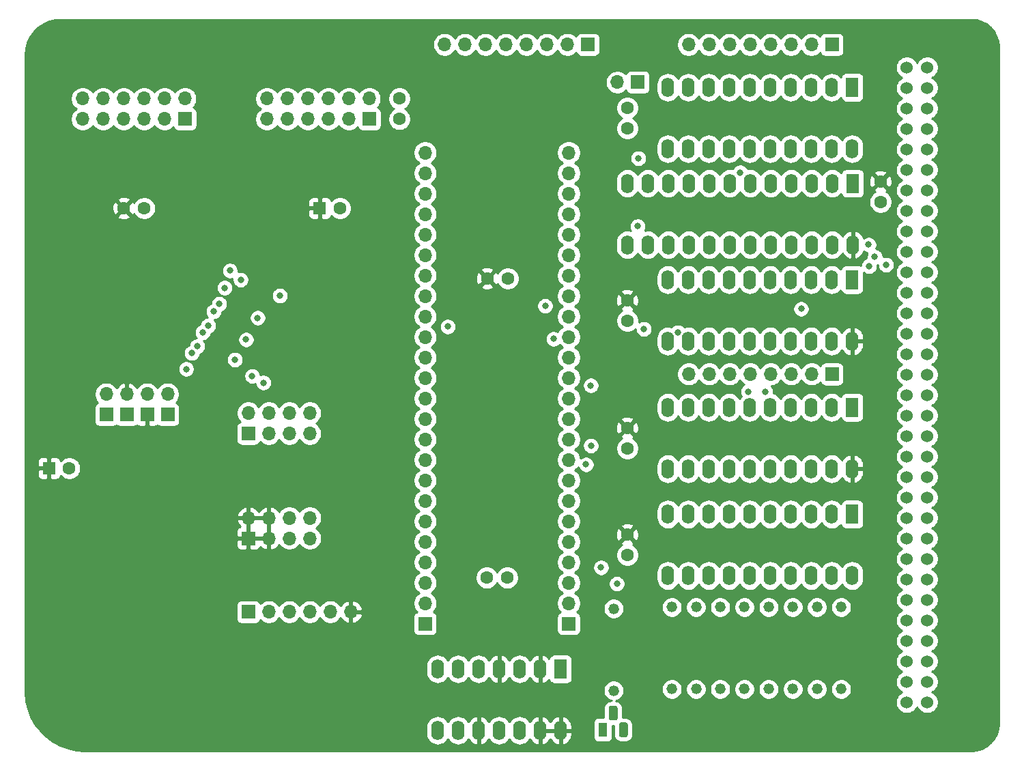
<source format=gbr>
G04 #@! TF.GenerationSoftware,KiCad,Pcbnew,(5.1.5-0-10_14)*
G04 #@! TF.CreationDate,2021-10-23T02:35:56+01:00*
G04 #@! TF.ProjectId,xosera,786f7365-7261-42e6-9b69-6361645f7063,rev?*
G04 #@! TF.SameCoordinates,Original*
G04 #@! TF.FileFunction,Copper,L3,Inr*
G04 #@! TF.FilePolarity,Positive*
%FSLAX46Y46*%
G04 Gerber Fmt 4.6, Leading zero omitted, Abs format (unit mm)*
G04 Created by KiCad (PCBNEW (5.1.5-0-10_14)) date 2021-10-23 02:35:56*
%MOMM*%
%LPD*%
G04 APERTURE LIST*
%ADD10O,1.700000X1.700000*%
%ADD11R,1.700000X1.700000*%
%ADD12O,1.600000X2.400000*%
%ADD13R,1.600000X2.400000*%
%ADD14R,1.100000X1.800000*%
%ADD15C,0.100000*%
%ADD16C,1.320800*%
%ADD17C,1.524000*%
%ADD18C,1.600200*%
%ADD19C,1.600000*%
%ADD20R,1.600000X1.600000*%
%ADD21C,0.800000*%
%ADD22C,0.254000*%
G04 APERTURE END LIST*
D10*
X149234000Y-62170000D03*
X149234000Y-64710000D03*
X149234000Y-67250000D03*
X149234000Y-69790000D03*
X149234000Y-72330000D03*
X149234000Y-74870000D03*
X149234000Y-77410000D03*
X149234000Y-79950000D03*
X149234000Y-82490000D03*
X149234000Y-85030000D03*
X149234000Y-87570000D03*
X149234000Y-90110000D03*
X149234000Y-92650000D03*
X149234000Y-95190000D03*
X149234000Y-97730000D03*
X149234000Y-100270000D03*
X149234000Y-102810000D03*
X149234000Y-105350000D03*
X149234000Y-107890000D03*
X149234000Y-110430000D03*
X149234000Y-112970000D03*
X149234000Y-115510000D03*
X149234000Y-118050000D03*
D11*
X149234000Y-120590000D03*
D12*
X202258000Y-73602000D03*
X174318000Y-65982000D03*
X199718000Y-73602000D03*
X176858000Y-65982000D03*
X197178000Y-73602000D03*
X179398000Y-65982000D03*
X194638000Y-73602000D03*
X181938000Y-65982000D03*
X192098000Y-73602000D03*
X184478000Y-65982000D03*
X189558000Y-73602000D03*
X187018000Y-65982000D03*
X187018000Y-73602000D03*
X189558000Y-65982000D03*
X184478000Y-73602000D03*
X192098000Y-65982000D03*
X181938000Y-73602000D03*
X194638000Y-65982000D03*
X179398000Y-73602000D03*
X197178000Y-65982000D03*
X176858000Y-73602000D03*
X199718000Y-65982000D03*
X174318000Y-73602000D03*
D13*
X202258000Y-65982000D03*
D10*
X140008000Y-119125000D03*
X137468000Y-119125000D03*
X134928000Y-119125000D03*
X132388000Y-119125000D03*
X129848000Y-119125000D03*
D11*
X127308000Y-119125000D03*
D10*
X173071000Y-53433000D03*
D11*
X175611000Y-53433000D03*
D12*
X202208000Y-114620000D03*
X179348000Y-107000000D03*
X199668000Y-114620000D03*
X181888000Y-107000000D03*
X197128000Y-114620000D03*
X184428000Y-107000000D03*
X194588000Y-114620000D03*
X186968000Y-107000000D03*
X192048000Y-114620000D03*
X189508000Y-107000000D03*
X189508000Y-114620000D03*
X192048000Y-107000000D03*
X186968000Y-114620000D03*
X194588000Y-107000000D03*
X184428000Y-114620000D03*
X197128000Y-107000000D03*
X181888000Y-114620000D03*
X199668000Y-107000000D03*
X179348000Y-114620000D03*
D13*
X202208000Y-107000000D03*
D12*
X202208000Y-61694000D03*
X179348000Y-54074000D03*
X199668000Y-61694000D03*
X181888000Y-54074000D03*
X197128000Y-61694000D03*
X184428000Y-54074000D03*
X194588000Y-61694000D03*
X186968000Y-54074000D03*
X192048000Y-61694000D03*
X189508000Y-54074000D03*
X189508000Y-61694000D03*
X192048000Y-54074000D03*
X186968000Y-61694000D03*
X194588000Y-54074000D03*
X184428000Y-61694000D03*
X197128000Y-54074000D03*
X181888000Y-61694000D03*
X199668000Y-54074000D03*
X179348000Y-61694000D03*
D13*
X202208000Y-54074000D03*
D14*
X171274000Y-133751000D03*
G04 #@! TA.AperFunction,ViaPad*
D15*
G36*
X174115955Y-132852324D02*
G01*
X174142650Y-132856284D01*
X174168828Y-132862841D01*
X174194238Y-132871933D01*
X174218634Y-132883472D01*
X174241782Y-132897346D01*
X174263458Y-132913422D01*
X174283454Y-132931546D01*
X174301578Y-132951542D01*
X174317654Y-132973218D01*
X174331528Y-132996366D01*
X174343067Y-133020762D01*
X174352159Y-133046172D01*
X174358716Y-133072350D01*
X174362676Y-133099045D01*
X174364000Y-133126000D01*
X174364000Y-134376000D01*
X174362676Y-134402955D01*
X174358716Y-134429650D01*
X174352159Y-134455828D01*
X174343067Y-134481238D01*
X174331528Y-134505634D01*
X174317654Y-134528782D01*
X174301578Y-134550458D01*
X174283454Y-134570454D01*
X174263458Y-134588578D01*
X174241782Y-134604654D01*
X174218634Y-134618528D01*
X174194238Y-134630067D01*
X174168828Y-134639159D01*
X174142650Y-134645716D01*
X174115955Y-134649676D01*
X174089000Y-134651000D01*
X173539000Y-134651000D01*
X173512045Y-134649676D01*
X173485350Y-134645716D01*
X173459172Y-134639159D01*
X173433762Y-134630067D01*
X173409366Y-134618528D01*
X173386218Y-134604654D01*
X173364542Y-134588578D01*
X173344546Y-134570454D01*
X173326422Y-134550458D01*
X173310346Y-134528782D01*
X173296472Y-134505634D01*
X173284933Y-134481238D01*
X173275841Y-134455828D01*
X173269284Y-134429650D01*
X173265324Y-134402955D01*
X173264000Y-134376000D01*
X173264000Y-133126000D01*
X173265324Y-133099045D01*
X173269284Y-133072350D01*
X173275841Y-133046172D01*
X173284933Y-133020762D01*
X173296472Y-132996366D01*
X173310346Y-132973218D01*
X173326422Y-132951542D01*
X173344546Y-132931546D01*
X173364542Y-132913422D01*
X173386218Y-132897346D01*
X173409366Y-132883472D01*
X173433762Y-132871933D01*
X173459172Y-132862841D01*
X173485350Y-132856284D01*
X173512045Y-132852324D01*
X173539000Y-132851000D01*
X174089000Y-132851000D01*
X174115955Y-132852324D01*
G37*
G04 #@! TD.AperFunction*
G04 #@! TA.AperFunction,ViaPad*
G36*
X172845955Y-130782324D02*
G01*
X172872650Y-130786284D01*
X172898828Y-130792841D01*
X172924238Y-130801933D01*
X172948634Y-130813472D01*
X172971782Y-130827346D01*
X172993458Y-130843422D01*
X173013454Y-130861546D01*
X173031578Y-130881542D01*
X173047654Y-130903218D01*
X173061528Y-130926366D01*
X173073067Y-130950762D01*
X173082159Y-130976172D01*
X173088716Y-131002350D01*
X173092676Y-131029045D01*
X173094000Y-131056000D01*
X173094000Y-132306000D01*
X173092676Y-132332955D01*
X173088716Y-132359650D01*
X173082159Y-132385828D01*
X173073067Y-132411238D01*
X173061528Y-132435634D01*
X173047654Y-132458782D01*
X173031578Y-132480458D01*
X173013454Y-132500454D01*
X172993458Y-132518578D01*
X172971782Y-132534654D01*
X172948634Y-132548528D01*
X172924238Y-132560067D01*
X172898828Y-132569159D01*
X172872650Y-132575716D01*
X172845955Y-132579676D01*
X172819000Y-132581000D01*
X172269000Y-132581000D01*
X172242045Y-132579676D01*
X172215350Y-132575716D01*
X172189172Y-132569159D01*
X172163762Y-132560067D01*
X172139366Y-132548528D01*
X172116218Y-132534654D01*
X172094542Y-132518578D01*
X172074546Y-132500454D01*
X172056422Y-132480458D01*
X172040346Y-132458782D01*
X172026472Y-132435634D01*
X172014933Y-132411238D01*
X172005841Y-132385828D01*
X171999284Y-132359650D01*
X171995324Y-132332955D01*
X171994000Y-132306000D01*
X171994000Y-131056000D01*
X171995324Y-131029045D01*
X171999284Y-131002350D01*
X172005841Y-130976172D01*
X172014933Y-130950762D01*
X172026472Y-130926366D01*
X172040346Y-130903218D01*
X172056422Y-130881542D01*
X172074546Y-130861546D01*
X172094542Y-130843422D01*
X172116218Y-130827346D01*
X172139366Y-130813472D01*
X172163762Y-130801933D01*
X172189172Y-130792841D01*
X172215350Y-130786284D01*
X172242045Y-130782324D01*
X172269000Y-130781000D01*
X172819000Y-130781000D01*
X172845955Y-130782324D01*
G37*
G04 #@! TD.AperFunction*
D12*
X166033000Y-133831000D03*
X150793000Y-126211000D03*
X163493000Y-133831000D03*
X153333000Y-126211000D03*
X160953000Y-133831000D03*
X155873000Y-126211000D03*
X158413000Y-133831000D03*
X158413000Y-126211000D03*
X155873000Y-133831000D03*
X160953000Y-126211000D03*
X153333000Y-133831000D03*
X163493000Y-126211000D03*
X150793000Y-133831000D03*
D13*
X166033000Y-126211000D03*
D16*
X172619000Y-128878000D03*
X172619000Y-118718000D03*
D10*
X167034000Y-62170000D03*
X167034000Y-64710000D03*
X167034000Y-67250000D03*
X167034000Y-69790000D03*
X167034000Y-72330000D03*
X167034000Y-74870000D03*
X167034000Y-77410000D03*
X167034000Y-79950000D03*
X167034000Y-82490000D03*
X167034000Y-85030000D03*
X167034000Y-87570000D03*
X167034000Y-90110000D03*
X167034000Y-92650000D03*
X167034000Y-95190000D03*
X167034000Y-97730000D03*
X167034000Y-100270000D03*
X167034000Y-102810000D03*
X167034000Y-105350000D03*
X167034000Y-107890000D03*
X167034000Y-110430000D03*
X167034000Y-112970000D03*
X167034000Y-115510000D03*
X167034000Y-118050000D03*
D11*
X167034000Y-120590000D03*
D10*
X181900000Y-48760000D03*
X184440000Y-48760000D03*
X186980000Y-48760000D03*
X189520000Y-48760000D03*
X192060000Y-48760000D03*
X194600000Y-48760000D03*
X197140000Y-48760000D03*
D11*
X199680000Y-48760000D03*
D10*
X151650000Y-48750000D03*
X154190000Y-48750000D03*
X156730000Y-48750000D03*
X159270000Y-48750000D03*
X161810000Y-48750000D03*
X164350000Y-48750000D03*
X166890000Y-48750000D03*
D11*
X169430000Y-48750000D03*
D10*
X181920000Y-89630000D03*
X184460000Y-89630000D03*
X187000000Y-89630000D03*
X189540000Y-89630000D03*
X192080000Y-89630000D03*
X194620000Y-89630000D03*
X197160000Y-89630000D03*
D11*
X199700000Y-89630000D03*
D17*
X211498000Y-130344000D03*
X208958000Y-130344000D03*
X211498000Y-127804000D03*
X208958000Y-127804000D03*
X208958000Y-51604000D03*
X211498000Y-51604000D03*
X208958000Y-54144000D03*
X211498000Y-54144000D03*
X208958000Y-56684000D03*
X211498000Y-56684000D03*
X208958000Y-59224000D03*
X211498000Y-59224000D03*
X208958000Y-61764000D03*
X211498000Y-61764000D03*
X208958000Y-64304000D03*
X211498000Y-64304000D03*
X208958000Y-66844000D03*
X211498000Y-66844000D03*
X208958000Y-69384000D03*
X211498000Y-69384000D03*
X208958000Y-71924000D03*
X211498000Y-71924000D03*
X208958000Y-74464000D03*
X211498000Y-74464000D03*
X208958000Y-77004000D03*
X211498000Y-77004000D03*
X208958000Y-79544000D03*
X211498000Y-79544000D03*
X208958000Y-82084000D03*
X211498000Y-82084000D03*
X208958000Y-84624000D03*
X211498000Y-84624000D03*
X208958000Y-87164000D03*
X211498000Y-87164000D03*
X208958000Y-89704000D03*
X211498000Y-89704000D03*
X208958000Y-92244000D03*
X211498000Y-92244000D03*
X208958000Y-94784000D03*
X211498000Y-94784000D03*
X208958000Y-97324000D03*
X211498000Y-97324000D03*
X208958000Y-99864000D03*
X211498000Y-99864000D03*
X208958000Y-102404000D03*
X211498000Y-102404000D03*
X208958000Y-104944000D03*
X211498000Y-104944000D03*
X208958000Y-107484000D03*
X211498000Y-107484000D03*
X208958000Y-110024000D03*
X211498000Y-110024000D03*
X208958000Y-112564000D03*
X211498000Y-112564000D03*
X208958000Y-115104000D03*
X211498000Y-115104000D03*
X208958000Y-117644000D03*
X211498000Y-117644000D03*
X208958000Y-120184000D03*
X211498000Y-120184000D03*
X208958000Y-122724000D03*
X211498000Y-122724000D03*
X208958000Y-125264000D03*
X211498000Y-125264000D03*
D10*
X129608000Y-55465000D03*
X129608000Y-58005000D03*
X132148000Y-55465000D03*
X132148000Y-58005000D03*
X134688000Y-55465000D03*
X134688000Y-58005000D03*
X137228000Y-55465000D03*
X137228000Y-58005000D03*
X139768000Y-55465000D03*
X139768000Y-58005000D03*
X142308000Y-55465000D03*
D11*
X142308000Y-58005000D03*
D10*
X106748000Y-55465000D03*
X106748000Y-58005000D03*
X109288000Y-55465000D03*
X109288000Y-58005000D03*
X111828000Y-55465000D03*
X111828000Y-58005000D03*
X114368000Y-55465000D03*
X114368000Y-58005000D03*
X116908000Y-55465000D03*
X116908000Y-58005000D03*
X119448000Y-55465000D03*
D11*
X119448000Y-58005000D03*
D10*
X117298000Y-92118000D03*
D11*
X117298000Y-94658000D03*
D10*
X114758000Y-92118000D03*
D11*
X114758000Y-94658000D03*
D10*
X112218000Y-92118000D03*
D11*
X112218000Y-94658000D03*
D10*
X109675000Y-92118000D03*
D11*
X109675000Y-94658000D03*
D18*
X156940000Y-77770000D03*
X159480000Y-77770000D03*
X156864000Y-114890000D03*
X159404000Y-114890000D03*
X146030000Y-55465000D03*
X146030000Y-58005000D03*
X174308000Y-56604000D03*
X174308000Y-59144000D03*
X111853000Y-69060000D03*
X114393000Y-69060000D03*
X174308000Y-80470000D03*
X174308000Y-83010000D03*
X205711000Y-65726200D03*
X205711000Y-68266200D03*
X174308000Y-96298500D03*
X174308000Y-98838500D03*
X174308000Y-109530000D03*
X174308000Y-112070000D03*
D16*
X179828000Y-128704000D03*
X179828000Y-118544000D03*
X182828000Y-128704000D03*
X182828000Y-118544000D03*
X185828000Y-128704000D03*
X185828000Y-118544000D03*
X188828000Y-128704000D03*
X188828000Y-118544000D03*
X191828000Y-128704000D03*
X191828000Y-118544000D03*
X194828000Y-128704000D03*
X194828000Y-118544000D03*
X197828000Y-128704000D03*
X197828000Y-118544000D03*
X200828000Y-128704000D03*
X200828000Y-118544000D03*
D10*
X134928000Y-107460000D03*
X134928000Y-110000000D03*
X132388000Y-107460000D03*
X132388000Y-110000000D03*
X129848000Y-107460000D03*
X129848000Y-110000000D03*
X127308000Y-107460000D03*
D11*
X127308000Y-110000000D03*
D10*
X134928000Y-94460000D03*
X134928000Y-97000000D03*
X132388000Y-94460000D03*
X132388000Y-97000000D03*
X129848000Y-94460000D03*
X129848000Y-97000000D03*
X127308000Y-94460000D03*
D11*
X127308000Y-97000000D03*
D12*
X202200000Y-85560000D03*
X179340000Y-77940000D03*
X199660000Y-85560000D03*
X181880000Y-77940000D03*
X197120000Y-85560000D03*
X184420000Y-77940000D03*
X194580000Y-85560000D03*
X186960000Y-77940000D03*
X192040000Y-85560000D03*
X189500000Y-77940000D03*
X189500000Y-85560000D03*
X192040000Y-77940000D03*
X186960000Y-85560000D03*
X194580000Y-77940000D03*
X184420000Y-85560000D03*
X197120000Y-77940000D03*
X181880000Y-85560000D03*
X199660000Y-77940000D03*
X179340000Y-85560000D03*
D13*
X202200000Y-77940000D03*
D12*
X202208000Y-101388500D03*
X179348000Y-93768500D03*
X199668000Y-101388500D03*
X181888000Y-93768500D03*
X197128000Y-101388500D03*
X184428000Y-93768500D03*
X194588000Y-101388500D03*
X186968000Y-93768500D03*
X192048000Y-101388500D03*
X189508000Y-93768500D03*
X189508000Y-101388500D03*
X192048000Y-93768500D03*
X186968000Y-101388500D03*
X194588000Y-93768500D03*
X184428000Y-101388500D03*
X197128000Y-93768500D03*
X181888000Y-101388500D03*
X199668000Y-93768500D03*
X179348000Y-101388500D03*
D13*
X202208000Y-93768500D03*
D19*
X105090000Y-101310000D03*
D20*
X102590000Y-101310000D03*
D19*
X138660000Y-69060000D03*
D20*
X136160000Y-69060000D03*
D21*
X191407100Y-91808700D03*
X189320800Y-91808700D03*
X152031000Y-83736000D03*
X175682304Y-62875304D03*
X175598000Y-71289000D03*
X164123000Y-81170000D03*
X204308300Y-76255400D03*
X204240900Y-73582800D03*
X204992500Y-75095200D03*
X206387500Y-76078800D03*
X188300000Y-64626990D03*
X180579000Y-84453000D03*
X195874000Y-81540000D03*
X176367500Y-84041100D03*
X169781000Y-91049000D03*
X169790000Y-98511000D03*
X171053000Y-113619000D03*
X165160900Y-85270100D03*
X169190000Y-100850000D03*
X124369331Y-78939331D03*
X131220000Y-79900000D03*
X123690000Y-80920000D03*
X123006665Y-81866665D03*
X128457329Y-82665667D03*
X122320000Y-83630000D03*
X121643999Y-84453999D03*
X127030000Y-85350000D03*
X120962666Y-86187334D03*
X120290000Y-87030000D03*
X125650000Y-87840000D03*
X119600000Y-89000000D03*
X127775996Y-89874004D03*
X129180000Y-90700000D03*
X125020000Y-76790000D03*
X126360000Y-77940000D03*
X173015000Y-115632000D03*
D22*
G36*
X217648126Y-45726714D02*
G01*
X218271572Y-45914943D01*
X218846579Y-46220681D01*
X219351247Y-46632279D01*
X219766362Y-47134067D01*
X220076105Y-47706924D01*
X220268682Y-48329039D01*
X220340000Y-49007584D01*
X220340001Y-132967711D01*
X220273286Y-133648126D01*
X220085057Y-134271570D01*
X219779323Y-134846573D01*
X219367721Y-135351248D01*
X218865933Y-135766362D01*
X218293077Y-136076104D01*
X217670961Y-136268682D01*
X216992417Y-136340000D01*
X107023338Y-136340000D01*
X105966018Y-136265137D01*
X104952664Y-136046968D01*
X103980167Y-135688195D01*
X103067914Y-135195970D01*
X102234124Y-134580123D01*
X101495422Y-133852934D01*
X101119614Y-133360508D01*
X149358000Y-133360508D01*
X149358000Y-134301491D01*
X149378764Y-134512308D01*
X149460818Y-134782807D01*
X149594068Y-135032100D01*
X149773392Y-135250607D01*
X149991899Y-135429932D01*
X150241192Y-135563182D01*
X150511691Y-135645236D01*
X150793000Y-135672943D01*
X151074308Y-135645236D01*
X151344807Y-135563182D01*
X151594100Y-135429932D01*
X151812607Y-135250608D01*
X151991932Y-135032101D01*
X152063000Y-134899142D01*
X152134068Y-135032100D01*
X152313392Y-135250607D01*
X152531899Y-135429932D01*
X152781192Y-135563182D01*
X153051691Y-135645236D01*
X153333000Y-135672943D01*
X153614308Y-135645236D01*
X153884807Y-135563182D01*
X154134100Y-135429932D01*
X154352607Y-135250608D01*
X154531932Y-135032101D01*
X154600265Y-134904259D01*
X154750399Y-135133839D01*
X154948105Y-135335500D01*
X155181354Y-135494715D01*
X155441182Y-135605367D01*
X155523961Y-135622904D01*
X155746000Y-135500915D01*
X155746000Y-133958000D01*
X155726000Y-133958000D01*
X155726000Y-133704000D01*
X155746000Y-133704000D01*
X155746000Y-132161085D01*
X156000000Y-132161085D01*
X156000000Y-133704000D01*
X156020000Y-133704000D01*
X156020000Y-133958000D01*
X156000000Y-133958000D01*
X156000000Y-135500915D01*
X156222039Y-135622904D01*
X156304818Y-135605367D01*
X156564646Y-135494715D01*
X156797895Y-135335500D01*
X156995601Y-135133839D01*
X157145735Y-134904258D01*
X157214068Y-135032100D01*
X157393392Y-135250607D01*
X157611899Y-135429932D01*
X157861192Y-135563182D01*
X158131691Y-135645236D01*
X158413000Y-135672943D01*
X158694308Y-135645236D01*
X158964807Y-135563182D01*
X159214100Y-135429932D01*
X159432607Y-135250608D01*
X159611932Y-135032101D01*
X159683000Y-134899142D01*
X159754068Y-135032100D01*
X159933392Y-135250607D01*
X160151899Y-135429932D01*
X160401192Y-135563182D01*
X160671691Y-135645236D01*
X160953000Y-135672943D01*
X161234308Y-135645236D01*
X161504807Y-135563182D01*
X161754100Y-135429932D01*
X161972607Y-135250608D01*
X162151932Y-135032101D01*
X162220265Y-134904259D01*
X162370399Y-135133839D01*
X162568105Y-135335500D01*
X162801354Y-135494715D01*
X163061182Y-135605367D01*
X163143961Y-135622904D01*
X163366000Y-135500915D01*
X163366000Y-133958000D01*
X163620000Y-133958000D01*
X163620000Y-135500915D01*
X163842039Y-135622904D01*
X163924818Y-135605367D01*
X164184646Y-135494715D01*
X164417895Y-135335500D01*
X164615601Y-135133839D01*
X164763000Y-134908441D01*
X164910399Y-135133839D01*
X165108105Y-135335500D01*
X165341354Y-135494715D01*
X165601182Y-135605367D01*
X165683961Y-135622904D01*
X165906000Y-135500915D01*
X165906000Y-133958000D01*
X166160000Y-133958000D01*
X166160000Y-135500915D01*
X166382039Y-135622904D01*
X166464818Y-135605367D01*
X166724646Y-135494715D01*
X166957895Y-135335500D01*
X167155601Y-135133839D01*
X167310166Y-134897483D01*
X167415650Y-134635514D01*
X167468000Y-134358000D01*
X167468000Y-133958000D01*
X166160000Y-133958000D01*
X165906000Y-133958000D01*
X163620000Y-133958000D01*
X163366000Y-133958000D01*
X163346000Y-133958000D01*
X163346000Y-133704000D01*
X163366000Y-133704000D01*
X163366000Y-132161085D01*
X163620000Y-132161085D01*
X163620000Y-133704000D01*
X165906000Y-133704000D01*
X165906000Y-132161085D01*
X166160000Y-132161085D01*
X166160000Y-133704000D01*
X167468000Y-133704000D01*
X167468000Y-133304000D01*
X167415650Y-133026486D01*
X167344990Y-132851000D01*
X170085928Y-132851000D01*
X170085928Y-134651000D01*
X170098188Y-134775482D01*
X170134498Y-134895180D01*
X170193463Y-135005494D01*
X170272815Y-135102185D01*
X170369506Y-135181537D01*
X170479820Y-135240502D01*
X170599518Y-135276812D01*
X170724000Y-135289072D01*
X171824000Y-135289072D01*
X171948482Y-135276812D01*
X172068180Y-135240502D01*
X172178494Y-135181537D01*
X172275185Y-135102185D01*
X172354537Y-135005494D01*
X172413502Y-134895180D01*
X172449812Y-134775482D01*
X172462072Y-134651000D01*
X172462072Y-133219072D01*
X172625928Y-133219072D01*
X172625928Y-134376000D01*
X172643472Y-134554132D01*
X172695431Y-134725418D01*
X172779808Y-134883276D01*
X172893361Y-135021639D01*
X173031724Y-135135192D01*
X173189582Y-135219569D01*
X173360868Y-135271528D01*
X173539000Y-135289072D01*
X174089000Y-135289072D01*
X174267132Y-135271528D01*
X174438418Y-135219569D01*
X174596276Y-135135192D01*
X174734639Y-135021639D01*
X174848192Y-134883276D01*
X174932569Y-134725418D01*
X174984528Y-134554132D01*
X175002072Y-134376000D01*
X175002072Y-133126000D01*
X174984528Y-132947868D01*
X174932569Y-132776582D01*
X174848192Y-132618724D01*
X174734639Y-132480361D01*
X174596276Y-132366808D01*
X174438418Y-132282431D01*
X174267132Y-132230472D01*
X174089000Y-132212928D01*
X173732072Y-132212928D01*
X173732072Y-131056000D01*
X173714528Y-130877868D01*
X173662569Y-130706582D01*
X173578192Y-130548724D01*
X173464639Y-130410361D01*
X173326276Y-130296808D01*
X173168418Y-130212431D01*
X172997132Y-130160472D01*
X172873029Y-130148249D01*
X172996854Y-130123619D01*
X173232602Y-130025969D01*
X173444769Y-129884203D01*
X173625203Y-129703769D01*
X173766969Y-129491602D01*
X173864619Y-129255854D01*
X173914400Y-129005586D01*
X173914400Y-128750414D01*
X173879790Y-128576414D01*
X178532600Y-128576414D01*
X178532600Y-128831586D01*
X178582381Y-129081854D01*
X178680031Y-129317602D01*
X178821797Y-129529769D01*
X179002231Y-129710203D01*
X179214398Y-129851969D01*
X179450146Y-129949619D01*
X179700414Y-129999400D01*
X179955586Y-129999400D01*
X180205854Y-129949619D01*
X180441602Y-129851969D01*
X180653769Y-129710203D01*
X180834203Y-129529769D01*
X180975969Y-129317602D01*
X181073619Y-129081854D01*
X181123400Y-128831586D01*
X181123400Y-128576414D01*
X181532600Y-128576414D01*
X181532600Y-128831586D01*
X181582381Y-129081854D01*
X181680031Y-129317602D01*
X181821797Y-129529769D01*
X182002231Y-129710203D01*
X182214398Y-129851969D01*
X182450146Y-129949619D01*
X182700414Y-129999400D01*
X182955586Y-129999400D01*
X183205854Y-129949619D01*
X183441602Y-129851969D01*
X183653769Y-129710203D01*
X183834203Y-129529769D01*
X183975969Y-129317602D01*
X184073619Y-129081854D01*
X184123400Y-128831586D01*
X184123400Y-128576414D01*
X184532600Y-128576414D01*
X184532600Y-128831586D01*
X184582381Y-129081854D01*
X184680031Y-129317602D01*
X184821797Y-129529769D01*
X185002231Y-129710203D01*
X185214398Y-129851969D01*
X185450146Y-129949619D01*
X185700414Y-129999400D01*
X185955586Y-129999400D01*
X186205854Y-129949619D01*
X186441602Y-129851969D01*
X186653769Y-129710203D01*
X186834203Y-129529769D01*
X186975969Y-129317602D01*
X187073619Y-129081854D01*
X187123400Y-128831586D01*
X187123400Y-128576414D01*
X187532600Y-128576414D01*
X187532600Y-128831586D01*
X187582381Y-129081854D01*
X187680031Y-129317602D01*
X187821797Y-129529769D01*
X188002231Y-129710203D01*
X188214398Y-129851969D01*
X188450146Y-129949619D01*
X188700414Y-129999400D01*
X188955586Y-129999400D01*
X189205854Y-129949619D01*
X189441602Y-129851969D01*
X189653769Y-129710203D01*
X189834203Y-129529769D01*
X189975969Y-129317602D01*
X190073619Y-129081854D01*
X190123400Y-128831586D01*
X190123400Y-128576414D01*
X190532600Y-128576414D01*
X190532600Y-128831586D01*
X190582381Y-129081854D01*
X190680031Y-129317602D01*
X190821797Y-129529769D01*
X191002231Y-129710203D01*
X191214398Y-129851969D01*
X191450146Y-129949619D01*
X191700414Y-129999400D01*
X191955586Y-129999400D01*
X192205854Y-129949619D01*
X192441602Y-129851969D01*
X192653769Y-129710203D01*
X192834203Y-129529769D01*
X192975969Y-129317602D01*
X193073619Y-129081854D01*
X193123400Y-128831586D01*
X193123400Y-128576414D01*
X193532600Y-128576414D01*
X193532600Y-128831586D01*
X193582381Y-129081854D01*
X193680031Y-129317602D01*
X193821797Y-129529769D01*
X194002231Y-129710203D01*
X194214398Y-129851969D01*
X194450146Y-129949619D01*
X194700414Y-129999400D01*
X194955586Y-129999400D01*
X195205854Y-129949619D01*
X195441602Y-129851969D01*
X195653769Y-129710203D01*
X195834203Y-129529769D01*
X195975969Y-129317602D01*
X196073619Y-129081854D01*
X196123400Y-128831586D01*
X196123400Y-128576414D01*
X196532600Y-128576414D01*
X196532600Y-128831586D01*
X196582381Y-129081854D01*
X196680031Y-129317602D01*
X196821797Y-129529769D01*
X197002231Y-129710203D01*
X197214398Y-129851969D01*
X197450146Y-129949619D01*
X197700414Y-129999400D01*
X197955586Y-129999400D01*
X198205854Y-129949619D01*
X198441602Y-129851969D01*
X198653769Y-129710203D01*
X198834203Y-129529769D01*
X198975969Y-129317602D01*
X199073619Y-129081854D01*
X199123400Y-128831586D01*
X199123400Y-128576414D01*
X199532600Y-128576414D01*
X199532600Y-128831586D01*
X199582381Y-129081854D01*
X199680031Y-129317602D01*
X199821797Y-129529769D01*
X200002231Y-129710203D01*
X200214398Y-129851969D01*
X200450146Y-129949619D01*
X200700414Y-129999400D01*
X200955586Y-129999400D01*
X201205854Y-129949619D01*
X201441602Y-129851969D01*
X201653769Y-129710203D01*
X201834203Y-129529769D01*
X201975969Y-129317602D01*
X202073619Y-129081854D01*
X202123400Y-128831586D01*
X202123400Y-128576414D01*
X202073619Y-128326146D01*
X201975969Y-128090398D01*
X201834203Y-127878231D01*
X201653769Y-127697797D01*
X201441602Y-127556031D01*
X201205854Y-127458381D01*
X200955586Y-127408600D01*
X200700414Y-127408600D01*
X200450146Y-127458381D01*
X200214398Y-127556031D01*
X200002231Y-127697797D01*
X199821797Y-127878231D01*
X199680031Y-128090398D01*
X199582381Y-128326146D01*
X199532600Y-128576414D01*
X199123400Y-128576414D01*
X199073619Y-128326146D01*
X198975969Y-128090398D01*
X198834203Y-127878231D01*
X198653769Y-127697797D01*
X198441602Y-127556031D01*
X198205854Y-127458381D01*
X197955586Y-127408600D01*
X197700414Y-127408600D01*
X197450146Y-127458381D01*
X197214398Y-127556031D01*
X197002231Y-127697797D01*
X196821797Y-127878231D01*
X196680031Y-128090398D01*
X196582381Y-128326146D01*
X196532600Y-128576414D01*
X196123400Y-128576414D01*
X196073619Y-128326146D01*
X195975969Y-128090398D01*
X195834203Y-127878231D01*
X195653769Y-127697797D01*
X195441602Y-127556031D01*
X195205854Y-127458381D01*
X194955586Y-127408600D01*
X194700414Y-127408600D01*
X194450146Y-127458381D01*
X194214398Y-127556031D01*
X194002231Y-127697797D01*
X193821797Y-127878231D01*
X193680031Y-128090398D01*
X193582381Y-128326146D01*
X193532600Y-128576414D01*
X193123400Y-128576414D01*
X193073619Y-128326146D01*
X192975969Y-128090398D01*
X192834203Y-127878231D01*
X192653769Y-127697797D01*
X192441602Y-127556031D01*
X192205854Y-127458381D01*
X191955586Y-127408600D01*
X191700414Y-127408600D01*
X191450146Y-127458381D01*
X191214398Y-127556031D01*
X191002231Y-127697797D01*
X190821797Y-127878231D01*
X190680031Y-128090398D01*
X190582381Y-128326146D01*
X190532600Y-128576414D01*
X190123400Y-128576414D01*
X190073619Y-128326146D01*
X189975969Y-128090398D01*
X189834203Y-127878231D01*
X189653769Y-127697797D01*
X189441602Y-127556031D01*
X189205854Y-127458381D01*
X188955586Y-127408600D01*
X188700414Y-127408600D01*
X188450146Y-127458381D01*
X188214398Y-127556031D01*
X188002231Y-127697797D01*
X187821797Y-127878231D01*
X187680031Y-128090398D01*
X187582381Y-128326146D01*
X187532600Y-128576414D01*
X187123400Y-128576414D01*
X187073619Y-128326146D01*
X186975969Y-128090398D01*
X186834203Y-127878231D01*
X186653769Y-127697797D01*
X186441602Y-127556031D01*
X186205854Y-127458381D01*
X185955586Y-127408600D01*
X185700414Y-127408600D01*
X185450146Y-127458381D01*
X185214398Y-127556031D01*
X185002231Y-127697797D01*
X184821797Y-127878231D01*
X184680031Y-128090398D01*
X184582381Y-128326146D01*
X184532600Y-128576414D01*
X184123400Y-128576414D01*
X184073619Y-128326146D01*
X183975969Y-128090398D01*
X183834203Y-127878231D01*
X183653769Y-127697797D01*
X183441602Y-127556031D01*
X183205854Y-127458381D01*
X182955586Y-127408600D01*
X182700414Y-127408600D01*
X182450146Y-127458381D01*
X182214398Y-127556031D01*
X182002231Y-127697797D01*
X181821797Y-127878231D01*
X181680031Y-128090398D01*
X181582381Y-128326146D01*
X181532600Y-128576414D01*
X181123400Y-128576414D01*
X181073619Y-128326146D01*
X180975969Y-128090398D01*
X180834203Y-127878231D01*
X180653769Y-127697797D01*
X180441602Y-127556031D01*
X180205854Y-127458381D01*
X179955586Y-127408600D01*
X179700414Y-127408600D01*
X179450146Y-127458381D01*
X179214398Y-127556031D01*
X179002231Y-127697797D01*
X178821797Y-127878231D01*
X178680031Y-128090398D01*
X178582381Y-128326146D01*
X178532600Y-128576414D01*
X173879790Y-128576414D01*
X173864619Y-128500146D01*
X173766969Y-128264398D01*
X173625203Y-128052231D01*
X173444769Y-127871797D01*
X173232602Y-127730031D01*
X172996854Y-127632381D01*
X172746586Y-127582600D01*
X172491414Y-127582600D01*
X172241146Y-127632381D01*
X172005398Y-127730031D01*
X171793231Y-127871797D01*
X171612797Y-128052231D01*
X171471031Y-128264398D01*
X171373381Y-128500146D01*
X171323600Y-128750414D01*
X171323600Y-129005586D01*
X171373381Y-129255854D01*
X171471031Y-129491602D01*
X171612797Y-129703769D01*
X171793231Y-129884203D01*
X172005398Y-130025969D01*
X172241146Y-130123619D01*
X172338220Y-130142928D01*
X172269000Y-130142928D01*
X172090868Y-130160472D01*
X171919582Y-130212431D01*
X171761724Y-130296808D01*
X171623361Y-130410361D01*
X171509808Y-130548724D01*
X171425431Y-130706582D01*
X171373472Y-130877868D01*
X171355928Y-131056000D01*
X171355928Y-132212928D01*
X170724000Y-132212928D01*
X170599518Y-132225188D01*
X170479820Y-132261498D01*
X170369506Y-132320463D01*
X170272815Y-132399815D01*
X170193463Y-132496506D01*
X170134498Y-132606820D01*
X170098188Y-132726518D01*
X170085928Y-132851000D01*
X167344990Y-132851000D01*
X167310166Y-132764517D01*
X167155601Y-132528161D01*
X166957895Y-132326500D01*
X166724646Y-132167285D01*
X166464818Y-132056633D01*
X166382039Y-132039096D01*
X166160000Y-132161085D01*
X165906000Y-132161085D01*
X165683961Y-132039096D01*
X165601182Y-132056633D01*
X165341354Y-132167285D01*
X165108105Y-132326500D01*
X164910399Y-132528161D01*
X164763000Y-132753559D01*
X164615601Y-132528161D01*
X164417895Y-132326500D01*
X164184646Y-132167285D01*
X163924818Y-132056633D01*
X163842039Y-132039096D01*
X163620000Y-132161085D01*
X163366000Y-132161085D01*
X163143961Y-132039096D01*
X163061182Y-132056633D01*
X162801354Y-132167285D01*
X162568105Y-132326500D01*
X162370399Y-132528161D01*
X162220265Y-132757741D01*
X162151932Y-132629899D01*
X161972608Y-132411392D01*
X161754101Y-132232068D01*
X161504808Y-132098818D01*
X161234309Y-132016764D01*
X160953000Y-131989057D01*
X160671692Y-132016764D01*
X160401193Y-132098818D01*
X160151900Y-132232068D01*
X159933393Y-132411392D01*
X159754068Y-132629899D01*
X159683000Y-132762858D01*
X159611932Y-132629899D01*
X159432608Y-132411392D01*
X159214101Y-132232068D01*
X158964808Y-132098818D01*
X158694309Y-132016764D01*
X158413000Y-131989057D01*
X158131692Y-132016764D01*
X157861193Y-132098818D01*
X157611900Y-132232068D01*
X157393393Y-132411392D01*
X157214068Y-132629899D01*
X157145735Y-132757741D01*
X156995601Y-132528161D01*
X156797895Y-132326500D01*
X156564646Y-132167285D01*
X156304818Y-132056633D01*
X156222039Y-132039096D01*
X156000000Y-132161085D01*
X155746000Y-132161085D01*
X155523961Y-132039096D01*
X155441182Y-132056633D01*
X155181354Y-132167285D01*
X154948105Y-132326500D01*
X154750399Y-132528161D01*
X154600265Y-132757741D01*
X154531932Y-132629899D01*
X154352608Y-132411392D01*
X154134101Y-132232068D01*
X153884808Y-132098818D01*
X153614309Y-132016764D01*
X153333000Y-131989057D01*
X153051692Y-132016764D01*
X152781193Y-132098818D01*
X152531900Y-132232068D01*
X152313393Y-132411392D01*
X152134068Y-132629899D01*
X152063000Y-132762858D01*
X151991932Y-132629899D01*
X151812608Y-132411392D01*
X151594101Y-132232068D01*
X151344808Y-132098818D01*
X151074309Y-132016764D01*
X150793000Y-131989057D01*
X150511692Y-132016764D01*
X150241193Y-132098818D01*
X149991900Y-132232068D01*
X149773393Y-132411392D01*
X149594068Y-132629899D01*
X149460818Y-132879192D01*
X149378764Y-133149691D01*
X149358000Y-133360508D01*
X101119614Y-133360508D01*
X100866559Y-133028927D01*
X100360065Y-132124516D01*
X99986057Y-131157766D01*
X99752000Y-130147976D01*
X99660763Y-129094555D01*
X99660000Y-128997362D01*
X99660000Y-125740508D01*
X149358000Y-125740508D01*
X149358000Y-126681491D01*
X149378764Y-126892308D01*
X149460818Y-127162807D01*
X149594068Y-127412100D01*
X149773392Y-127630607D01*
X149991899Y-127809932D01*
X150241192Y-127943182D01*
X150511691Y-128025236D01*
X150793000Y-128052943D01*
X151074308Y-128025236D01*
X151344807Y-127943182D01*
X151594100Y-127809932D01*
X151812607Y-127630608D01*
X151991932Y-127412101D01*
X152063000Y-127279142D01*
X152134068Y-127412100D01*
X152313392Y-127630607D01*
X152531899Y-127809932D01*
X152781192Y-127943182D01*
X153051691Y-128025236D01*
X153333000Y-128052943D01*
X153614308Y-128025236D01*
X153884807Y-127943182D01*
X154134100Y-127809932D01*
X154352607Y-127630608D01*
X154531932Y-127412101D01*
X154603000Y-127279142D01*
X154674068Y-127412100D01*
X154853392Y-127630607D01*
X155071899Y-127809932D01*
X155321192Y-127943182D01*
X155591691Y-128025236D01*
X155873000Y-128052943D01*
X156154308Y-128025236D01*
X156424807Y-127943182D01*
X156674100Y-127809932D01*
X156892607Y-127630608D01*
X157071932Y-127412101D01*
X157140265Y-127284259D01*
X157290399Y-127513839D01*
X157488105Y-127715500D01*
X157721354Y-127874715D01*
X157981182Y-127985367D01*
X158063961Y-128002904D01*
X158286000Y-127880915D01*
X158286000Y-126338000D01*
X158266000Y-126338000D01*
X158266000Y-126084000D01*
X158286000Y-126084000D01*
X158286000Y-124541085D01*
X158540000Y-124541085D01*
X158540000Y-126084000D01*
X158560000Y-126084000D01*
X158560000Y-126338000D01*
X158540000Y-126338000D01*
X158540000Y-127880915D01*
X158762039Y-128002904D01*
X158844818Y-127985367D01*
X159104646Y-127874715D01*
X159337895Y-127715500D01*
X159535601Y-127513839D01*
X159685735Y-127284258D01*
X159754068Y-127412100D01*
X159933392Y-127630607D01*
X160151899Y-127809932D01*
X160401192Y-127943182D01*
X160671691Y-128025236D01*
X160953000Y-128052943D01*
X161234308Y-128025236D01*
X161504807Y-127943182D01*
X161754100Y-127809932D01*
X161972607Y-127630608D01*
X162151932Y-127412101D01*
X162220265Y-127284259D01*
X162370399Y-127513839D01*
X162568105Y-127715500D01*
X162801354Y-127874715D01*
X163061182Y-127985367D01*
X163143961Y-128002904D01*
X163366000Y-127880915D01*
X163366000Y-126338000D01*
X163346000Y-126338000D01*
X163346000Y-126084000D01*
X163366000Y-126084000D01*
X163366000Y-124541085D01*
X163620000Y-124541085D01*
X163620000Y-126084000D01*
X163640000Y-126084000D01*
X163640000Y-126338000D01*
X163620000Y-126338000D01*
X163620000Y-127880915D01*
X163842039Y-128002904D01*
X163924818Y-127985367D01*
X164184646Y-127874715D01*
X164417895Y-127715500D01*
X164606019Y-127523613D01*
X164607188Y-127535482D01*
X164643498Y-127655180D01*
X164702463Y-127765494D01*
X164781815Y-127862185D01*
X164878506Y-127941537D01*
X164988820Y-128000502D01*
X165108518Y-128036812D01*
X165233000Y-128049072D01*
X166833000Y-128049072D01*
X166957482Y-128036812D01*
X167077180Y-128000502D01*
X167187494Y-127941537D01*
X167284185Y-127862185D01*
X167363537Y-127765494D01*
X167422502Y-127655180D01*
X167458812Y-127535482D01*
X167471072Y-127411000D01*
X167471072Y-125011000D01*
X167458812Y-124886518D01*
X167422502Y-124766820D01*
X167363537Y-124656506D01*
X167284185Y-124559815D01*
X167187494Y-124480463D01*
X167077180Y-124421498D01*
X166957482Y-124385188D01*
X166833000Y-124372928D01*
X165233000Y-124372928D01*
X165108518Y-124385188D01*
X164988820Y-124421498D01*
X164878506Y-124480463D01*
X164781815Y-124559815D01*
X164702463Y-124656506D01*
X164643498Y-124766820D01*
X164607188Y-124886518D01*
X164606019Y-124898387D01*
X164417895Y-124706500D01*
X164184646Y-124547285D01*
X163924818Y-124436633D01*
X163842039Y-124419096D01*
X163620000Y-124541085D01*
X163366000Y-124541085D01*
X163143961Y-124419096D01*
X163061182Y-124436633D01*
X162801354Y-124547285D01*
X162568105Y-124706500D01*
X162370399Y-124908161D01*
X162220265Y-125137741D01*
X162151932Y-125009899D01*
X161972608Y-124791392D01*
X161754101Y-124612068D01*
X161504808Y-124478818D01*
X161234309Y-124396764D01*
X160953000Y-124369057D01*
X160671692Y-124396764D01*
X160401193Y-124478818D01*
X160151900Y-124612068D01*
X159933393Y-124791392D01*
X159754068Y-125009899D01*
X159685735Y-125137741D01*
X159535601Y-124908161D01*
X159337895Y-124706500D01*
X159104646Y-124547285D01*
X158844818Y-124436633D01*
X158762039Y-124419096D01*
X158540000Y-124541085D01*
X158286000Y-124541085D01*
X158063961Y-124419096D01*
X157981182Y-124436633D01*
X157721354Y-124547285D01*
X157488105Y-124706500D01*
X157290399Y-124908161D01*
X157140265Y-125137741D01*
X157071932Y-125009899D01*
X156892608Y-124791392D01*
X156674101Y-124612068D01*
X156424808Y-124478818D01*
X156154309Y-124396764D01*
X155873000Y-124369057D01*
X155591692Y-124396764D01*
X155321193Y-124478818D01*
X155071900Y-124612068D01*
X154853393Y-124791392D01*
X154674068Y-125009899D01*
X154603000Y-125142858D01*
X154531932Y-125009899D01*
X154352608Y-124791392D01*
X154134101Y-124612068D01*
X153884808Y-124478818D01*
X153614309Y-124396764D01*
X153333000Y-124369057D01*
X153051692Y-124396764D01*
X152781193Y-124478818D01*
X152531900Y-124612068D01*
X152313393Y-124791392D01*
X152134068Y-125009899D01*
X152063000Y-125142858D01*
X151991932Y-125009899D01*
X151812608Y-124791392D01*
X151594101Y-124612068D01*
X151344808Y-124478818D01*
X151074309Y-124396764D01*
X150793000Y-124369057D01*
X150511692Y-124396764D01*
X150241193Y-124478818D01*
X149991900Y-124612068D01*
X149773393Y-124791392D01*
X149594068Y-125009899D01*
X149460818Y-125259192D01*
X149378764Y-125529691D01*
X149358000Y-125740508D01*
X99660000Y-125740508D01*
X99660000Y-118275000D01*
X125819928Y-118275000D01*
X125819928Y-119975000D01*
X125832188Y-120099482D01*
X125868498Y-120219180D01*
X125927463Y-120329494D01*
X126006815Y-120426185D01*
X126103506Y-120505537D01*
X126213820Y-120564502D01*
X126333518Y-120600812D01*
X126458000Y-120613072D01*
X128158000Y-120613072D01*
X128282482Y-120600812D01*
X128402180Y-120564502D01*
X128512494Y-120505537D01*
X128609185Y-120426185D01*
X128688537Y-120329494D01*
X128747502Y-120219180D01*
X128769513Y-120146620D01*
X128901368Y-120278475D01*
X129144589Y-120440990D01*
X129414842Y-120552932D01*
X129701740Y-120610000D01*
X129994260Y-120610000D01*
X130281158Y-120552932D01*
X130551411Y-120440990D01*
X130794632Y-120278475D01*
X131001475Y-120071632D01*
X131118000Y-119897240D01*
X131234525Y-120071632D01*
X131441368Y-120278475D01*
X131684589Y-120440990D01*
X131954842Y-120552932D01*
X132241740Y-120610000D01*
X132534260Y-120610000D01*
X132821158Y-120552932D01*
X133091411Y-120440990D01*
X133334632Y-120278475D01*
X133541475Y-120071632D01*
X133658000Y-119897240D01*
X133774525Y-120071632D01*
X133981368Y-120278475D01*
X134224589Y-120440990D01*
X134494842Y-120552932D01*
X134781740Y-120610000D01*
X135074260Y-120610000D01*
X135361158Y-120552932D01*
X135631411Y-120440990D01*
X135874632Y-120278475D01*
X136081475Y-120071632D01*
X136198000Y-119897240D01*
X136314525Y-120071632D01*
X136521368Y-120278475D01*
X136764589Y-120440990D01*
X137034842Y-120552932D01*
X137321740Y-120610000D01*
X137614260Y-120610000D01*
X137901158Y-120552932D01*
X138171411Y-120440990D01*
X138414632Y-120278475D01*
X138621475Y-120071632D01*
X138743195Y-119889466D01*
X138812822Y-120006355D01*
X139007731Y-120222588D01*
X139241080Y-120396641D01*
X139503901Y-120521825D01*
X139651110Y-120566476D01*
X139881000Y-120445155D01*
X139881000Y-119252000D01*
X140135000Y-119252000D01*
X140135000Y-120445155D01*
X140364890Y-120566476D01*
X140512099Y-120521825D01*
X140774920Y-120396641D01*
X141008269Y-120222588D01*
X141203178Y-120006355D01*
X141352157Y-119756252D01*
X141357922Y-119740000D01*
X147745928Y-119740000D01*
X147745928Y-121440000D01*
X147758188Y-121564482D01*
X147794498Y-121684180D01*
X147853463Y-121794494D01*
X147932815Y-121891185D01*
X148029506Y-121970537D01*
X148139820Y-122029502D01*
X148259518Y-122065812D01*
X148384000Y-122078072D01*
X150084000Y-122078072D01*
X150208482Y-122065812D01*
X150328180Y-122029502D01*
X150438494Y-121970537D01*
X150535185Y-121891185D01*
X150614537Y-121794494D01*
X150673502Y-121684180D01*
X150709812Y-121564482D01*
X150722072Y-121440000D01*
X150722072Y-119740000D01*
X150709812Y-119615518D01*
X150673502Y-119495820D01*
X150614537Y-119385506D01*
X150535185Y-119288815D01*
X150438494Y-119209463D01*
X150328180Y-119150498D01*
X150255620Y-119128487D01*
X150387475Y-118996632D01*
X150549990Y-118753411D01*
X150661932Y-118483158D01*
X150719000Y-118196260D01*
X150719000Y-117903740D01*
X150661932Y-117616842D01*
X150549990Y-117346589D01*
X150387475Y-117103368D01*
X150180632Y-116896525D01*
X150006240Y-116780000D01*
X150180632Y-116663475D01*
X150387475Y-116456632D01*
X150549990Y-116213411D01*
X150661932Y-115943158D01*
X150719000Y-115656260D01*
X150719000Y-115363740D01*
X150661932Y-115076842D01*
X150549990Y-114806589D01*
X150511280Y-114748655D01*
X155428900Y-114748655D01*
X155428900Y-115031345D01*
X155484050Y-115308603D01*
X155592231Y-115569775D01*
X155749285Y-115804823D01*
X155949177Y-116004715D01*
X156184225Y-116161769D01*
X156445397Y-116269950D01*
X156722655Y-116325100D01*
X157005345Y-116325100D01*
X157282603Y-116269950D01*
X157543775Y-116161769D01*
X157778823Y-116004715D01*
X157978715Y-115804823D01*
X158134000Y-115572422D01*
X158289285Y-115804823D01*
X158489177Y-116004715D01*
X158724225Y-116161769D01*
X158985397Y-116269950D01*
X159262655Y-116325100D01*
X159545345Y-116325100D01*
X159822603Y-116269950D01*
X160083775Y-116161769D01*
X160318823Y-116004715D01*
X160518715Y-115804823D01*
X160675769Y-115569775D01*
X160783950Y-115308603D01*
X160839100Y-115031345D01*
X160839100Y-114748655D01*
X160783950Y-114471397D01*
X160675769Y-114210225D01*
X160518715Y-113975177D01*
X160318823Y-113775285D01*
X160083775Y-113618231D01*
X159822603Y-113510050D01*
X159545345Y-113454900D01*
X159262655Y-113454900D01*
X158985397Y-113510050D01*
X158724225Y-113618231D01*
X158489177Y-113775285D01*
X158289285Y-113975177D01*
X158134000Y-114207578D01*
X157978715Y-113975177D01*
X157778823Y-113775285D01*
X157543775Y-113618231D01*
X157282603Y-113510050D01*
X157005345Y-113454900D01*
X156722655Y-113454900D01*
X156445397Y-113510050D01*
X156184225Y-113618231D01*
X155949177Y-113775285D01*
X155749285Y-113975177D01*
X155592231Y-114210225D01*
X155484050Y-114471397D01*
X155428900Y-114748655D01*
X150511280Y-114748655D01*
X150387475Y-114563368D01*
X150180632Y-114356525D01*
X150006240Y-114240000D01*
X150180632Y-114123475D01*
X150387475Y-113916632D01*
X150549990Y-113673411D01*
X150661932Y-113403158D01*
X150719000Y-113116260D01*
X150719000Y-112823740D01*
X150661932Y-112536842D01*
X150549990Y-112266589D01*
X150387475Y-112023368D01*
X150180632Y-111816525D01*
X150006240Y-111700000D01*
X150180632Y-111583475D01*
X150387475Y-111376632D01*
X150549990Y-111133411D01*
X150661932Y-110863158D01*
X150719000Y-110576260D01*
X150719000Y-110283740D01*
X150661932Y-109996842D01*
X150549990Y-109726589D01*
X150387475Y-109483368D01*
X150180632Y-109276525D01*
X150006240Y-109160000D01*
X150180632Y-109043475D01*
X150387475Y-108836632D01*
X150549990Y-108593411D01*
X150661932Y-108323158D01*
X150719000Y-108036260D01*
X150719000Y-107743740D01*
X150661932Y-107456842D01*
X150549990Y-107186589D01*
X150387475Y-106943368D01*
X150180632Y-106736525D01*
X150006240Y-106620000D01*
X150180632Y-106503475D01*
X150387475Y-106296632D01*
X150549990Y-106053411D01*
X150661932Y-105783158D01*
X150719000Y-105496260D01*
X150719000Y-105203740D01*
X150661932Y-104916842D01*
X150549990Y-104646589D01*
X150387475Y-104403368D01*
X150180632Y-104196525D01*
X150006240Y-104080000D01*
X150180632Y-103963475D01*
X150387475Y-103756632D01*
X150549990Y-103513411D01*
X150661932Y-103243158D01*
X150719000Y-102956260D01*
X150719000Y-102663740D01*
X150661932Y-102376842D01*
X150549990Y-102106589D01*
X150387475Y-101863368D01*
X150180632Y-101656525D01*
X150006240Y-101540000D01*
X150180632Y-101423475D01*
X150387475Y-101216632D01*
X150549990Y-100973411D01*
X150661932Y-100703158D01*
X150719000Y-100416260D01*
X150719000Y-100123740D01*
X150661932Y-99836842D01*
X150549990Y-99566589D01*
X150387475Y-99323368D01*
X150180632Y-99116525D01*
X150006240Y-99000000D01*
X150180632Y-98883475D01*
X150387475Y-98676632D01*
X150549990Y-98433411D01*
X150661932Y-98163158D01*
X150719000Y-97876260D01*
X150719000Y-97583740D01*
X150661932Y-97296842D01*
X150549990Y-97026589D01*
X150387475Y-96783368D01*
X150180632Y-96576525D01*
X150006240Y-96460000D01*
X150180632Y-96343475D01*
X150387475Y-96136632D01*
X150549990Y-95893411D01*
X150661932Y-95623158D01*
X150719000Y-95336260D01*
X150719000Y-95043740D01*
X150661932Y-94756842D01*
X150549990Y-94486589D01*
X150387475Y-94243368D01*
X150180632Y-94036525D01*
X150006240Y-93920000D01*
X150180632Y-93803475D01*
X150387475Y-93596632D01*
X150549990Y-93353411D01*
X150661932Y-93083158D01*
X150719000Y-92796260D01*
X150719000Y-92503740D01*
X150661932Y-92216842D01*
X150549990Y-91946589D01*
X150387475Y-91703368D01*
X150180632Y-91496525D01*
X150006240Y-91380000D01*
X150180632Y-91263475D01*
X150387475Y-91056632D01*
X150549990Y-90813411D01*
X150661932Y-90543158D01*
X150719000Y-90256260D01*
X150719000Y-89963740D01*
X150661932Y-89676842D01*
X150549990Y-89406589D01*
X150387475Y-89163368D01*
X150180632Y-88956525D01*
X150006240Y-88840000D01*
X150180632Y-88723475D01*
X150387475Y-88516632D01*
X150549990Y-88273411D01*
X150661932Y-88003158D01*
X150719000Y-87716260D01*
X150719000Y-87423740D01*
X150661932Y-87136842D01*
X150549990Y-86866589D01*
X150387475Y-86623368D01*
X150180632Y-86416525D01*
X150006240Y-86300000D01*
X150180632Y-86183475D01*
X150387475Y-85976632D01*
X150549990Y-85733411D01*
X150661932Y-85463158D01*
X150719000Y-85176260D01*
X150719000Y-85168161D01*
X164125900Y-85168161D01*
X164125900Y-85372039D01*
X164165674Y-85571998D01*
X164243695Y-85760356D01*
X164356963Y-85929874D01*
X164501126Y-86074037D01*
X164670644Y-86187305D01*
X164859002Y-86265326D01*
X165058961Y-86305100D01*
X165262839Y-86305100D01*
X165462798Y-86265326D01*
X165651156Y-86187305D01*
X165820674Y-86074037D01*
X165899302Y-85995409D01*
X166087368Y-86183475D01*
X166261760Y-86300000D01*
X166087368Y-86416525D01*
X165880525Y-86623368D01*
X165718010Y-86866589D01*
X165606068Y-87136842D01*
X165549000Y-87423740D01*
X165549000Y-87716260D01*
X165606068Y-88003158D01*
X165718010Y-88273411D01*
X165880525Y-88516632D01*
X166087368Y-88723475D01*
X166261760Y-88840000D01*
X166087368Y-88956525D01*
X165880525Y-89163368D01*
X165718010Y-89406589D01*
X165606068Y-89676842D01*
X165549000Y-89963740D01*
X165549000Y-90256260D01*
X165606068Y-90543158D01*
X165718010Y-90813411D01*
X165880525Y-91056632D01*
X166087368Y-91263475D01*
X166261760Y-91380000D01*
X166087368Y-91496525D01*
X165880525Y-91703368D01*
X165718010Y-91946589D01*
X165606068Y-92216842D01*
X165549000Y-92503740D01*
X165549000Y-92796260D01*
X165606068Y-93083158D01*
X165718010Y-93353411D01*
X165880525Y-93596632D01*
X166087368Y-93803475D01*
X166261760Y-93920000D01*
X166087368Y-94036525D01*
X165880525Y-94243368D01*
X165718010Y-94486589D01*
X165606068Y-94756842D01*
X165549000Y-95043740D01*
X165549000Y-95336260D01*
X165606068Y-95623158D01*
X165718010Y-95893411D01*
X165880525Y-96136632D01*
X166087368Y-96343475D01*
X166261760Y-96460000D01*
X166087368Y-96576525D01*
X165880525Y-96783368D01*
X165718010Y-97026589D01*
X165606068Y-97296842D01*
X165549000Y-97583740D01*
X165549000Y-97876260D01*
X165606068Y-98163158D01*
X165718010Y-98433411D01*
X165880525Y-98676632D01*
X166087368Y-98883475D01*
X166261760Y-99000000D01*
X166087368Y-99116525D01*
X165880525Y-99323368D01*
X165718010Y-99566589D01*
X165606068Y-99836842D01*
X165549000Y-100123740D01*
X165549000Y-100416260D01*
X165606068Y-100703158D01*
X165718010Y-100973411D01*
X165880525Y-101216632D01*
X166087368Y-101423475D01*
X166261760Y-101540000D01*
X166087368Y-101656525D01*
X165880525Y-101863368D01*
X165718010Y-102106589D01*
X165606068Y-102376842D01*
X165549000Y-102663740D01*
X165549000Y-102956260D01*
X165606068Y-103243158D01*
X165718010Y-103513411D01*
X165880525Y-103756632D01*
X166087368Y-103963475D01*
X166261760Y-104080000D01*
X166087368Y-104196525D01*
X165880525Y-104403368D01*
X165718010Y-104646589D01*
X165606068Y-104916842D01*
X165549000Y-105203740D01*
X165549000Y-105496260D01*
X165606068Y-105783158D01*
X165718010Y-106053411D01*
X165880525Y-106296632D01*
X166087368Y-106503475D01*
X166261760Y-106620000D01*
X166087368Y-106736525D01*
X165880525Y-106943368D01*
X165718010Y-107186589D01*
X165606068Y-107456842D01*
X165549000Y-107743740D01*
X165549000Y-108036260D01*
X165606068Y-108323158D01*
X165718010Y-108593411D01*
X165880525Y-108836632D01*
X166087368Y-109043475D01*
X166261760Y-109160000D01*
X166087368Y-109276525D01*
X165880525Y-109483368D01*
X165718010Y-109726589D01*
X165606068Y-109996842D01*
X165549000Y-110283740D01*
X165549000Y-110576260D01*
X165606068Y-110863158D01*
X165718010Y-111133411D01*
X165880525Y-111376632D01*
X166087368Y-111583475D01*
X166261760Y-111700000D01*
X166087368Y-111816525D01*
X165880525Y-112023368D01*
X165718010Y-112266589D01*
X165606068Y-112536842D01*
X165549000Y-112823740D01*
X165549000Y-113116260D01*
X165606068Y-113403158D01*
X165718010Y-113673411D01*
X165880525Y-113916632D01*
X166087368Y-114123475D01*
X166261760Y-114240000D01*
X166087368Y-114356525D01*
X165880525Y-114563368D01*
X165718010Y-114806589D01*
X165606068Y-115076842D01*
X165549000Y-115363740D01*
X165549000Y-115656260D01*
X165606068Y-115943158D01*
X165718010Y-116213411D01*
X165880525Y-116456632D01*
X166087368Y-116663475D01*
X166261760Y-116780000D01*
X166087368Y-116896525D01*
X165880525Y-117103368D01*
X165718010Y-117346589D01*
X165606068Y-117616842D01*
X165549000Y-117903740D01*
X165549000Y-118196260D01*
X165606068Y-118483158D01*
X165718010Y-118753411D01*
X165880525Y-118996632D01*
X166012380Y-119128487D01*
X165939820Y-119150498D01*
X165829506Y-119209463D01*
X165732815Y-119288815D01*
X165653463Y-119385506D01*
X165594498Y-119495820D01*
X165558188Y-119615518D01*
X165545928Y-119740000D01*
X165545928Y-121440000D01*
X165558188Y-121564482D01*
X165594498Y-121684180D01*
X165653463Y-121794494D01*
X165732815Y-121891185D01*
X165829506Y-121970537D01*
X165939820Y-122029502D01*
X166059518Y-122065812D01*
X166184000Y-122078072D01*
X167884000Y-122078072D01*
X168008482Y-122065812D01*
X168128180Y-122029502D01*
X168238494Y-121970537D01*
X168335185Y-121891185D01*
X168414537Y-121794494D01*
X168473502Y-121684180D01*
X168509812Y-121564482D01*
X168522072Y-121440000D01*
X168522072Y-119740000D01*
X168509812Y-119615518D01*
X168473502Y-119495820D01*
X168414537Y-119385506D01*
X168335185Y-119288815D01*
X168238494Y-119209463D01*
X168128180Y-119150498D01*
X168055620Y-119128487D01*
X168187475Y-118996632D01*
X168349990Y-118753411D01*
X168417505Y-118590414D01*
X171323600Y-118590414D01*
X171323600Y-118845586D01*
X171373381Y-119095854D01*
X171471031Y-119331602D01*
X171612797Y-119543769D01*
X171793231Y-119724203D01*
X172005398Y-119865969D01*
X172241146Y-119963619D01*
X172491414Y-120013400D01*
X172746586Y-120013400D01*
X172996854Y-119963619D01*
X173232602Y-119865969D01*
X173444769Y-119724203D01*
X173625203Y-119543769D01*
X173766969Y-119331602D01*
X173864619Y-119095854D01*
X173914400Y-118845586D01*
X173914400Y-118590414D01*
X173879790Y-118416414D01*
X178532600Y-118416414D01*
X178532600Y-118671586D01*
X178582381Y-118921854D01*
X178680031Y-119157602D01*
X178821797Y-119369769D01*
X179002231Y-119550203D01*
X179214398Y-119691969D01*
X179450146Y-119789619D01*
X179700414Y-119839400D01*
X179955586Y-119839400D01*
X180205854Y-119789619D01*
X180441602Y-119691969D01*
X180653769Y-119550203D01*
X180834203Y-119369769D01*
X180975969Y-119157602D01*
X181073619Y-118921854D01*
X181123400Y-118671586D01*
X181123400Y-118416414D01*
X181532600Y-118416414D01*
X181532600Y-118671586D01*
X181582381Y-118921854D01*
X181680031Y-119157602D01*
X181821797Y-119369769D01*
X182002231Y-119550203D01*
X182214398Y-119691969D01*
X182450146Y-119789619D01*
X182700414Y-119839400D01*
X182955586Y-119839400D01*
X183205854Y-119789619D01*
X183441602Y-119691969D01*
X183653769Y-119550203D01*
X183834203Y-119369769D01*
X183975969Y-119157602D01*
X184073619Y-118921854D01*
X184123400Y-118671586D01*
X184123400Y-118416414D01*
X184532600Y-118416414D01*
X184532600Y-118671586D01*
X184582381Y-118921854D01*
X184680031Y-119157602D01*
X184821797Y-119369769D01*
X185002231Y-119550203D01*
X185214398Y-119691969D01*
X185450146Y-119789619D01*
X185700414Y-119839400D01*
X185955586Y-119839400D01*
X186205854Y-119789619D01*
X186441602Y-119691969D01*
X186653769Y-119550203D01*
X186834203Y-119369769D01*
X186975969Y-119157602D01*
X187073619Y-118921854D01*
X187123400Y-118671586D01*
X187123400Y-118416414D01*
X187532600Y-118416414D01*
X187532600Y-118671586D01*
X187582381Y-118921854D01*
X187680031Y-119157602D01*
X187821797Y-119369769D01*
X188002231Y-119550203D01*
X188214398Y-119691969D01*
X188450146Y-119789619D01*
X188700414Y-119839400D01*
X188955586Y-119839400D01*
X189205854Y-119789619D01*
X189441602Y-119691969D01*
X189653769Y-119550203D01*
X189834203Y-119369769D01*
X189975969Y-119157602D01*
X190073619Y-118921854D01*
X190123400Y-118671586D01*
X190123400Y-118416414D01*
X190532600Y-118416414D01*
X190532600Y-118671586D01*
X190582381Y-118921854D01*
X190680031Y-119157602D01*
X190821797Y-119369769D01*
X191002231Y-119550203D01*
X191214398Y-119691969D01*
X191450146Y-119789619D01*
X191700414Y-119839400D01*
X191955586Y-119839400D01*
X192205854Y-119789619D01*
X192441602Y-119691969D01*
X192653769Y-119550203D01*
X192834203Y-119369769D01*
X192975969Y-119157602D01*
X193073619Y-118921854D01*
X193123400Y-118671586D01*
X193123400Y-118416414D01*
X193532600Y-118416414D01*
X193532600Y-118671586D01*
X193582381Y-118921854D01*
X193680031Y-119157602D01*
X193821797Y-119369769D01*
X194002231Y-119550203D01*
X194214398Y-119691969D01*
X194450146Y-119789619D01*
X194700414Y-119839400D01*
X194955586Y-119839400D01*
X195205854Y-119789619D01*
X195441602Y-119691969D01*
X195653769Y-119550203D01*
X195834203Y-119369769D01*
X195975969Y-119157602D01*
X196073619Y-118921854D01*
X196123400Y-118671586D01*
X196123400Y-118416414D01*
X196532600Y-118416414D01*
X196532600Y-118671586D01*
X196582381Y-118921854D01*
X196680031Y-119157602D01*
X196821797Y-119369769D01*
X197002231Y-119550203D01*
X197214398Y-119691969D01*
X197450146Y-119789619D01*
X197700414Y-119839400D01*
X197955586Y-119839400D01*
X198205854Y-119789619D01*
X198441602Y-119691969D01*
X198653769Y-119550203D01*
X198834203Y-119369769D01*
X198975969Y-119157602D01*
X199073619Y-118921854D01*
X199123400Y-118671586D01*
X199123400Y-118416414D01*
X199532600Y-118416414D01*
X199532600Y-118671586D01*
X199582381Y-118921854D01*
X199680031Y-119157602D01*
X199821797Y-119369769D01*
X200002231Y-119550203D01*
X200214398Y-119691969D01*
X200450146Y-119789619D01*
X200700414Y-119839400D01*
X200955586Y-119839400D01*
X201205854Y-119789619D01*
X201441602Y-119691969D01*
X201653769Y-119550203D01*
X201834203Y-119369769D01*
X201975969Y-119157602D01*
X202073619Y-118921854D01*
X202123400Y-118671586D01*
X202123400Y-118416414D01*
X202073619Y-118166146D01*
X201975969Y-117930398D01*
X201834203Y-117718231D01*
X201653769Y-117537797D01*
X201441602Y-117396031D01*
X201205854Y-117298381D01*
X200955586Y-117248600D01*
X200700414Y-117248600D01*
X200450146Y-117298381D01*
X200214398Y-117396031D01*
X200002231Y-117537797D01*
X199821797Y-117718231D01*
X199680031Y-117930398D01*
X199582381Y-118166146D01*
X199532600Y-118416414D01*
X199123400Y-118416414D01*
X199073619Y-118166146D01*
X198975969Y-117930398D01*
X198834203Y-117718231D01*
X198653769Y-117537797D01*
X198441602Y-117396031D01*
X198205854Y-117298381D01*
X197955586Y-117248600D01*
X197700414Y-117248600D01*
X197450146Y-117298381D01*
X197214398Y-117396031D01*
X197002231Y-117537797D01*
X196821797Y-117718231D01*
X196680031Y-117930398D01*
X196582381Y-118166146D01*
X196532600Y-118416414D01*
X196123400Y-118416414D01*
X196073619Y-118166146D01*
X195975969Y-117930398D01*
X195834203Y-117718231D01*
X195653769Y-117537797D01*
X195441602Y-117396031D01*
X195205854Y-117298381D01*
X194955586Y-117248600D01*
X194700414Y-117248600D01*
X194450146Y-117298381D01*
X194214398Y-117396031D01*
X194002231Y-117537797D01*
X193821797Y-117718231D01*
X193680031Y-117930398D01*
X193582381Y-118166146D01*
X193532600Y-118416414D01*
X193123400Y-118416414D01*
X193073619Y-118166146D01*
X192975969Y-117930398D01*
X192834203Y-117718231D01*
X192653769Y-117537797D01*
X192441602Y-117396031D01*
X192205854Y-117298381D01*
X191955586Y-117248600D01*
X191700414Y-117248600D01*
X191450146Y-117298381D01*
X191214398Y-117396031D01*
X191002231Y-117537797D01*
X190821797Y-117718231D01*
X190680031Y-117930398D01*
X190582381Y-118166146D01*
X190532600Y-118416414D01*
X190123400Y-118416414D01*
X190073619Y-118166146D01*
X189975969Y-117930398D01*
X189834203Y-117718231D01*
X189653769Y-117537797D01*
X189441602Y-117396031D01*
X189205854Y-117298381D01*
X188955586Y-117248600D01*
X188700414Y-117248600D01*
X188450146Y-117298381D01*
X188214398Y-117396031D01*
X188002231Y-117537797D01*
X187821797Y-117718231D01*
X187680031Y-117930398D01*
X187582381Y-118166146D01*
X187532600Y-118416414D01*
X187123400Y-118416414D01*
X187073619Y-118166146D01*
X186975969Y-117930398D01*
X186834203Y-117718231D01*
X186653769Y-117537797D01*
X186441602Y-117396031D01*
X186205854Y-117298381D01*
X185955586Y-117248600D01*
X185700414Y-117248600D01*
X185450146Y-117298381D01*
X185214398Y-117396031D01*
X185002231Y-117537797D01*
X184821797Y-117718231D01*
X184680031Y-117930398D01*
X184582381Y-118166146D01*
X184532600Y-118416414D01*
X184123400Y-118416414D01*
X184073619Y-118166146D01*
X183975969Y-117930398D01*
X183834203Y-117718231D01*
X183653769Y-117537797D01*
X183441602Y-117396031D01*
X183205854Y-117298381D01*
X182955586Y-117248600D01*
X182700414Y-117248600D01*
X182450146Y-117298381D01*
X182214398Y-117396031D01*
X182002231Y-117537797D01*
X181821797Y-117718231D01*
X181680031Y-117930398D01*
X181582381Y-118166146D01*
X181532600Y-118416414D01*
X181123400Y-118416414D01*
X181073619Y-118166146D01*
X180975969Y-117930398D01*
X180834203Y-117718231D01*
X180653769Y-117537797D01*
X180441602Y-117396031D01*
X180205854Y-117298381D01*
X179955586Y-117248600D01*
X179700414Y-117248600D01*
X179450146Y-117298381D01*
X179214398Y-117396031D01*
X179002231Y-117537797D01*
X178821797Y-117718231D01*
X178680031Y-117930398D01*
X178582381Y-118166146D01*
X178532600Y-118416414D01*
X173879790Y-118416414D01*
X173864619Y-118340146D01*
X173766969Y-118104398D01*
X173625203Y-117892231D01*
X173444769Y-117711797D01*
X173232602Y-117570031D01*
X172996854Y-117472381D01*
X172746586Y-117422600D01*
X172491414Y-117422600D01*
X172241146Y-117472381D01*
X172005398Y-117570031D01*
X171793231Y-117711797D01*
X171612797Y-117892231D01*
X171471031Y-118104398D01*
X171373381Y-118340146D01*
X171323600Y-118590414D01*
X168417505Y-118590414D01*
X168461932Y-118483158D01*
X168519000Y-118196260D01*
X168519000Y-117903740D01*
X168461932Y-117616842D01*
X168349990Y-117346589D01*
X168187475Y-117103368D01*
X167980632Y-116896525D01*
X167806240Y-116780000D01*
X167980632Y-116663475D01*
X168187475Y-116456632D01*
X168349990Y-116213411D01*
X168461932Y-115943158D01*
X168519000Y-115656260D01*
X168519000Y-115530061D01*
X171980000Y-115530061D01*
X171980000Y-115733939D01*
X172019774Y-115933898D01*
X172097795Y-116122256D01*
X172211063Y-116291774D01*
X172355226Y-116435937D01*
X172524744Y-116549205D01*
X172713102Y-116627226D01*
X172913061Y-116667000D01*
X173116939Y-116667000D01*
X173316898Y-116627226D01*
X173505256Y-116549205D01*
X173674774Y-116435937D01*
X173818937Y-116291774D01*
X173932205Y-116122256D01*
X174010226Y-115933898D01*
X174050000Y-115733939D01*
X174050000Y-115530061D01*
X174010226Y-115330102D01*
X173932205Y-115141744D01*
X173818937Y-114972226D01*
X173674774Y-114828063D01*
X173505256Y-114714795D01*
X173316898Y-114636774D01*
X173116939Y-114597000D01*
X172913061Y-114597000D01*
X172713102Y-114636774D01*
X172524744Y-114714795D01*
X172355226Y-114828063D01*
X172211063Y-114972226D01*
X172097795Y-115141744D01*
X172019774Y-115330102D01*
X171980000Y-115530061D01*
X168519000Y-115530061D01*
X168519000Y-115363740D01*
X168461932Y-115076842D01*
X168349990Y-114806589D01*
X168187475Y-114563368D01*
X167980632Y-114356525D01*
X167806240Y-114240000D01*
X167980632Y-114123475D01*
X168187475Y-113916632D01*
X168349990Y-113673411D01*
X168414752Y-113517061D01*
X170018000Y-113517061D01*
X170018000Y-113720939D01*
X170057774Y-113920898D01*
X170135795Y-114109256D01*
X170249063Y-114278774D01*
X170393226Y-114422937D01*
X170562744Y-114536205D01*
X170751102Y-114614226D01*
X170951061Y-114654000D01*
X171154939Y-114654000D01*
X171354898Y-114614226D01*
X171543256Y-114536205D01*
X171712774Y-114422937D01*
X171856937Y-114278774D01*
X171943309Y-114149508D01*
X177913000Y-114149508D01*
X177913000Y-115090491D01*
X177933764Y-115301308D01*
X178015818Y-115571807D01*
X178149068Y-115821100D01*
X178328392Y-116039607D01*
X178546899Y-116218932D01*
X178796192Y-116352182D01*
X179066691Y-116434236D01*
X179348000Y-116461943D01*
X179629308Y-116434236D01*
X179899807Y-116352182D01*
X180149100Y-116218932D01*
X180367607Y-116039608D01*
X180546932Y-115821101D01*
X180618000Y-115688142D01*
X180689068Y-115821100D01*
X180868392Y-116039607D01*
X181086899Y-116218932D01*
X181336192Y-116352182D01*
X181606691Y-116434236D01*
X181888000Y-116461943D01*
X182169308Y-116434236D01*
X182439807Y-116352182D01*
X182689100Y-116218932D01*
X182907607Y-116039608D01*
X183086932Y-115821101D01*
X183158000Y-115688142D01*
X183229068Y-115821100D01*
X183408392Y-116039607D01*
X183626899Y-116218932D01*
X183876192Y-116352182D01*
X184146691Y-116434236D01*
X184428000Y-116461943D01*
X184709308Y-116434236D01*
X184979807Y-116352182D01*
X185229100Y-116218932D01*
X185447607Y-116039608D01*
X185626932Y-115821101D01*
X185698000Y-115688142D01*
X185769068Y-115821100D01*
X185948392Y-116039607D01*
X186166899Y-116218932D01*
X186416192Y-116352182D01*
X186686691Y-116434236D01*
X186968000Y-116461943D01*
X187249308Y-116434236D01*
X187519807Y-116352182D01*
X187769100Y-116218932D01*
X187987607Y-116039608D01*
X188166932Y-115821101D01*
X188238000Y-115688142D01*
X188309068Y-115821100D01*
X188488392Y-116039607D01*
X188706899Y-116218932D01*
X188956192Y-116352182D01*
X189226691Y-116434236D01*
X189508000Y-116461943D01*
X189789308Y-116434236D01*
X190059807Y-116352182D01*
X190309100Y-116218932D01*
X190527607Y-116039608D01*
X190706932Y-115821101D01*
X190778000Y-115688142D01*
X190849068Y-115821100D01*
X191028392Y-116039607D01*
X191246899Y-116218932D01*
X191496192Y-116352182D01*
X191766691Y-116434236D01*
X192048000Y-116461943D01*
X192329308Y-116434236D01*
X192599807Y-116352182D01*
X192849100Y-116218932D01*
X193067607Y-116039608D01*
X193246932Y-115821101D01*
X193318000Y-115688142D01*
X193389068Y-115821100D01*
X193568392Y-116039607D01*
X193786899Y-116218932D01*
X194036192Y-116352182D01*
X194306691Y-116434236D01*
X194588000Y-116461943D01*
X194869308Y-116434236D01*
X195139807Y-116352182D01*
X195389100Y-116218932D01*
X195607607Y-116039608D01*
X195786932Y-115821101D01*
X195858000Y-115688142D01*
X195929068Y-115821100D01*
X196108392Y-116039607D01*
X196326899Y-116218932D01*
X196576192Y-116352182D01*
X196846691Y-116434236D01*
X197128000Y-116461943D01*
X197409308Y-116434236D01*
X197679807Y-116352182D01*
X197929100Y-116218932D01*
X198147607Y-116039608D01*
X198326932Y-115821101D01*
X198398000Y-115688142D01*
X198469068Y-115821100D01*
X198648392Y-116039607D01*
X198866899Y-116218932D01*
X199116192Y-116352182D01*
X199386691Y-116434236D01*
X199668000Y-116461943D01*
X199949308Y-116434236D01*
X200219807Y-116352182D01*
X200469100Y-116218932D01*
X200687607Y-116039608D01*
X200866932Y-115821101D01*
X200938000Y-115688142D01*
X201009068Y-115821100D01*
X201188392Y-116039607D01*
X201406899Y-116218932D01*
X201656192Y-116352182D01*
X201926691Y-116434236D01*
X202208000Y-116461943D01*
X202489308Y-116434236D01*
X202759807Y-116352182D01*
X203009100Y-116218932D01*
X203227607Y-116039608D01*
X203406932Y-115821101D01*
X203540182Y-115571808D01*
X203622236Y-115301309D01*
X203643000Y-115090492D01*
X203643000Y-114149509D01*
X203622236Y-113938691D01*
X203540182Y-113668192D01*
X203406932Y-113418899D01*
X203227608Y-113200392D01*
X203009101Y-113021068D01*
X202759808Y-112887818D01*
X202489309Y-112805764D01*
X202208000Y-112778057D01*
X201926692Y-112805764D01*
X201656193Y-112887818D01*
X201406900Y-113021068D01*
X201188393Y-113200392D01*
X201009068Y-113418899D01*
X200938000Y-113551858D01*
X200866932Y-113418899D01*
X200687608Y-113200392D01*
X200469101Y-113021068D01*
X200219808Y-112887818D01*
X199949309Y-112805764D01*
X199668000Y-112778057D01*
X199386692Y-112805764D01*
X199116193Y-112887818D01*
X198866900Y-113021068D01*
X198648393Y-113200392D01*
X198469068Y-113418899D01*
X198398000Y-113551858D01*
X198326932Y-113418899D01*
X198147608Y-113200392D01*
X197929101Y-113021068D01*
X197679808Y-112887818D01*
X197409309Y-112805764D01*
X197128000Y-112778057D01*
X196846692Y-112805764D01*
X196576193Y-112887818D01*
X196326900Y-113021068D01*
X196108393Y-113200392D01*
X195929068Y-113418899D01*
X195858000Y-113551858D01*
X195786932Y-113418899D01*
X195607608Y-113200392D01*
X195389101Y-113021068D01*
X195139808Y-112887818D01*
X194869309Y-112805764D01*
X194588000Y-112778057D01*
X194306692Y-112805764D01*
X194036193Y-112887818D01*
X193786900Y-113021068D01*
X193568393Y-113200392D01*
X193389068Y-113418899D01*
X193318000Y-113551858D01*
X193246932Y-113418899D01*
X193067608Y-113200392D01*
X192849101Y-113021068D01*
X192599808Y-112887818D01*
X192329309Y-112805764D01*
X192048000Y-112778057D01*
X191766692Y-112805764D01*
X191496193Y-112887818D01*
X191246900Y-113021068D01*
X191028393Y-113200392D01*
X190849068Y-113418899D01*
X190778000Y-113551858D01*
X190706932Y-113418899D01*
X190527608Y-113200392D01*
X190309101Y-113021068D01*
X190059808Y-112887818D01*
X189789309Y-112805764D01*
X189508000Y-112778057D01*
X189226692Y-112805764D01*
X188956193Y-112887818D01*
X188706900Y-113021068D01*
X188488393Y-113200392D01*
X188309068Y-113418899D01*
X188238000Y-113551858D01*
X188166932Y-113418899D01*
X187987608Y-113200392D01*
X187769101Y-113021068D01*
X187519808Y-112887818D01*
X187249309Y-112805764D01*
X186968000Y-112778057D01*
X186686692Y-112805764D01*
X186416193Y-112887818D01*
X186166900Y-113021068D01*
X185948393Y-113200392D01*
X185769068Y-113418899D01*
X185698000Y-113551858D01*
X185626932Y-113418899D01*
X185447608Y-113200392D01*
X185229101Y-113021068D01*
X184979808Y-112887818D01*
X184709309Y-112805764D01*
X184428000Y-112778057D01*
X184146692Y-112805764D01*
X183876193Y-112887818D01*
X183626900Y-113021068D01*
X183408393Y-113200392D01*
X183229068Y-113418899D01*
X183158000Y-113551858D01*
X183086932Y-113418899D01*
X182907608Y-113200392D01*
X182689101Y-113021068D01*
X182439808Y-112887818D01*
X182169309Y-112805764D01*
X181888000Y-112778057D01*
X181606692Y-112805764D01*
X181336193Y-112887818D01*
X181086900Y-113021068D01*
X180868393Y-113200392D01*
X180689068Y-113418899D01*
X180618000Y-113551858D01*
X180546932Y-113418899D01*
X180367608Y-113200392D01*
X180149101Y-113021068D01*
X179899808Y-112887818D01*
X179629309Y-112805764D01*
X179348000Y-112778057D01*
X179066692Y-112805764D01*
X178796193Y-112887818D01*
X178546900Y-113021068D01*
X178328393Y-113200392D01*
X178149068Y-113418899D01*
X178015818Y-113668192D01*
X177933764Y-113938691D01*
X177913000Y-114149508D01*
X171943309Y-114149508D01*
X171970205Y-114109256D01*
X172048226Y-113920898D01*
X172088000Y-113720939D01*
X172088000Y-113517061D01*
X172048226Y-113317102D01*
X171970205Y-113128744D01*
X171856937Y-112959226D01*
X171712774Y-112815063D01*
X171543256Y-112701795D01*
X171354898Y-112623774D01*
X171154939Y-112584000D01*
X170951061Y-112584000D01*
X170751102Y-112623774D01*
X170562744Y-112701795D01*
X170393226Y-112815063D01*
X170249063Y-112959226D01*
X170135795Y-113128744D01*
X170057774Y-113317102D01*
X170018000Y-113517061D01*
X168414752Y-113517061D01*
X168461932Y-113403158D01*
X168519000Y-113116260D01*
X168519000Y-112823740D01*
X168461932Y-112536842D01*
X168349990Y-112266589D01*
X168187475Y-112023368D01*
X168092762Y-111928655D01*
X172872900Y-111928655D01*
X172872900Y-112211345D01*
X172928050Y-112488603D01*
X173036231Y-112749775D01*
X173193285Y-112984823D01*
X173393177Y-113184715D01*
X173628225Y-113341769D01*
X173889397Y-113449950D01*
X174166655Y-113505100D01*
X174449345Y-113505100D01*
X174726603Y-113449950D01*
X174987775Y-113341769D01*
X175222823Y-113184715D01*
X175422715Y-112984823D01*
X175579769Y-112749775D01*
X175687950Y-112488603D01*
X175743100Y-112211345D01*
X175743100Y-111928655D01*
X175687950Y-111651397D01*
X175579769Y-111390225D01*
X175422715Y-111155177D01*
X175222823Y-110955285D01*
X174989068Y-110799095D01*
X175049574Y-110766754D01*
X175121169Y-110522774D01*
X174308000Y-109709605D01*
X173494831Y-110522774D01*
X173566426Y-110766754D01*
X173630744Y-110797188D01*
X173628225Y-110798231D01*
X173393177Y-110955285D01*
X173193285Y-111155177D01*
X173036231Y-111390225D01*
X172928050Y-111651397D01*
X172872900Y-111928655D01*
X168092762Y-111928655D01*
X167980632Y-111816525D01*
X167806240Y-111700000D01*
X167980632Y-111583475D01*
X168187475Y-111376632D01*
X168349990Y-111133411D01*
X168461932Y-110863158D01*
X168519000Y-110576260D01*
X168519000Y-110283740D01*
X168461932Y-109996842D01*
X168349990Y-109726589D01*
X168265746Y-109600508D01*
X172867680Y-109600508D01*
X172909111Y-109880147D01*
X173004300Y-110146328D01*
X173071246Y-110271574D01*
X173315226Y-110343169D01*
X174128395Y-109530000D01*
X174487605Y-109530000D01*
X175300774Y-110343169D01*
X175544754Y-110271574D01*
X175665664Y-110016046D01*
X175734400Y-109741839D01*
X175748320Y-109459492D01*
X175706889Y-109179853D01*
X175611700Y-108913672D01*
X175544754Y-108788426D01*
X175300774Y-108716831D01*
X174487605Y-109530000D01*
X174128395Y-109530000D01*
X173315226Y-108716831D01*
X173071246Y-108788426D01*
X172950336Y-109043954D01*
X172881600Y-109318161D01*
X172867680Y-109600508D01*
X168265746Y-109600508D01*
X168187475Y-109483368D01*
X167980632Y-109276525D01*
X167806240Y-109160000D01*
X167980632Y-109043475D01*
X168187475Y-108836632D01*
X168349990Y-108593411D01*
X168373262Y-108537226D01*
X173494831Y-108537226D01*
X174308000Y-109350395D01*
X175121169Y-108537226D01*
X175049574Y-108293246D01*
X174794046Y-108172336D01*
X174519839Y-108103600D01*
X174237492Y-108089680D01*
X173957853Y-108131111D01*
X173691672Y-108226300D01*
X173566426Y-108293246D01*
X173494831Y-108537226D01*
X168373262Y-108537226D01*
X168461932Y-108323158D01*
X168519000Y-108036260D01*
X168519000Y-107743740D01*
X168461932Y-107456842D01*
X168349990Y-107186589D01*
X168187475Y-106943368D01*
X167980632Y-106736525D01*
X167806240Y-106620000D01*
X167941670Y-106529508D01*
X177913000Y-106529508D01*
X177913000Y-107470491D01*
X177933764Y-107681308D01*
X178015818Y-107951807D01*
X178149068Y-108201100D01*
X178328392Y-108419607D01*
X178546899Y-108598932D01*
X178796192Y-108732182D01*
X179066691Y-108814236D01*
X179348000Y-108841943D01*
X179629308Y-108814236D01*
X179899807Y-108732182D01*
X180149100Y-108598932D01*
X180367607Y-108419608D01*
X180546932Y-108201101D01*
X180618000Y-108068142D01*
X180689068Y-108201100D01*
X180868392Y-108419607D01*
X181086899Y-108598932D01*
X181336192Y-108732182D01*
X181606691Y-108814236D01*
X181888000Y-108841943D01*
X182169308Y-108814236D01*
X182439807Y-108732182D01*
X182689100Y-108598932D01*
X182907607Y-108419608D01*
X183086932Y-108201101D01*
X183158000Y-108068142D01*
X183229068Y-108201100D01*
X183408392Y-108419607D01*
X183626899Y-108598932D01*
X183876192Y-108732182D01*
X184146691Y-108814236D01*
X184428000Y-108841943D01*
X184709308Y-108814236D01*
X184979807Y-108732182D01*
X185229100Y-108598932D01*
X185447607Y-108419608D01*
X185626932Y-108201101D01*
X185698000Y-108068142D01*
X185769068Y-108201100D01*
X185948392Y-108419607D01*
X186166899Y-108598932D01*
X186416192Y-108732182D01*
X186686691Y-108814236D01*
X186968000Y-108841943D01*
X187249308Y-108814236D01*
X187519807Y-108732182D01*
X187769100Y-108598932D01*
X187987607Y-108419608D01*
X188166932Y-108201101D01*
X188238000Y-108068142D01*
X188309068Y-108201100D01*
X188488392Y-108419607D01*
X188706899Y-108598932D01*
X188956192Y-108732182D01*
X189226691Y-108814236D01*
X189508000Y-108841943D01*
X189789308Y-108814236D01*
X190059807Y-108732182D01*
X190309100Y-108598932D01*
X190527607Y-108419608D01*
X190706932Y-108201101D01*
X190778000Y-108068142D01*
X190849068Y-108201100D01*
X191028392Y-108419607D01*
X191246899Y-108598932D01*
X191496192Y-108732182D01*
X191766691Y-108814236D01*
X192048000Y-108841943D01*
X192329308Y-108814236D01*
X192599807Y-108732182D01*
X192849100Y-108598932D01*
X193067607Y-108419608D01*
X193246932Y-108201101D01*
X193318000Y-108068142D01*
X193389068Y-108201100D01*
X193568392Y-108419607D01*
X193786899Y-108598932D01*
X194036192Y-108732182D01*
X194306691Y-108814236D01*
X194588000Y-108841943D01*
X194869308Y-108814236D01*
X195139807Y-108732182D01*
X195389100Y-108598932D01*
X195607607Y-108419608D01*
X195786932Y-108201101D01*
X195858000Y-108068142D01*
X195929068Y-108201100D01*
X196108392Y-108419607D01*
X196326899Y-108598932D01*
X196576192Y-108732182D01*
X196846691Y-108814236D01*
X197128000Y-108841943D01*
X197409308Y-108814236D01*
X197679807Y-108732182D01*
X197929100Y-108598932D01*
X198147607Y-108419608D01*
X198326932Y-108201101D01*
X198398000Y-108068142D01*
X198469068Y-108201100D01*
X198648392Y-108419607D01*
X198866899Y-108598932D01*
X199116192Y-108732182D01*
X199386691Y-108814236D01*
X199668000Y-108841943D01*
X199949308Y-108814236D01*
X200219807Y-108732182D01*
X200469100Y-108598932D01*
X200687607Y-108419608D01*
X200780419Y-108306517D01*
X200782188Y-108324482D01*
X200818498Y-108444180D01*
X200877463Y-108554494D01*
X200956815Y-108651185D01*
X201053506Y-108730537D01*
X201163820Y-108789502D01*
X201283518Y-108825812D01*
X201408000Y-108838072D01*
X203008000Y-108838072D01*
X203132482Y-108825812D01*
X203252180Y-108789502D01*
X203362494Y-108730537D01*
X203459185Y-108651185D01*
X203538537Y-108554494D01*
X203597502Y-108444180D01*
X203633812Y-108324482D01*
X203646072Y-108200000D01*
X203646072Y-105800000D01*
X203633812Y-105675518D01*
X203597502Y-105555820D01*
X203538537Y-105445506D01*
X203459185Y-105348815D01*
X203362494Y-105269463D01*
X203252180Y-105210498D01*
X203132482Y-105174188D01*
X203008000Y-105161928D01*
X201408000Y-105161928D01*
X201283518Y-105174188D01*
X201163820Y-105210498D01*
X201053506Y-105269463D01*
X200956815Y-105348815D01*
X200877463Y-105445506D01*
X200818498Y-105555820D01*
X200782188Y-105675518D01*
X200780419Y-105693482D01*
X200687608Y-105580392D01*
X200469101Y-105401068D01*
X200219808Y-105267818D01*
X199949309Y-105185764D01*
X199668000Y-105158057D01*
X199386692Y-105185764D01*
X199116193Y-105267818D01*
X198866900Y-105401068D01*
X198648393Y-105580392D01*
X198469068Y-105798899D01*
X198398000Y-105931858D01*
X198326932Y-105798899D01*
X198147608Y-105580392D01*
X197929101Y-105401068D01*
X197679808Y-105267818D01*
X197409309Y-105185764D01*
X197128000Y-105158057D01*
X196846692Y-105185764D01*
X196576193Y-105267818D01*
X196326900Y-105401068D01*
X196108393Y-105580392D01*
X195929068Y-105798899D01*
X195858000Y-105931858D01*
X195786932Y-105798899D01*
X195607608Y-105580392D01*
X195389101Y-105401068D01*
X195139808Y-105267818D01*
X194869309Y-105185764D01*
X194588000Y-105158057D01*
X194306692Y-105185764D01*
X194036193Y-105267818D01*
X193786900Y-105401068D01*
X193568393Y-105580392D01*
X193389068Y-105798899D01*
X193318000Y-105931858D01*
X193246932Y-105798899D01*
X193067608Y-105580392D01*
X192849101Y-105401068D01*
X192599808Y-105267818D01*
X192329309Y-105185764D01*
X192048000Y-105158057D01*
X191766692Y-105185764D01*
X191496193Y-105267818D01*
X191246900Y-105401068D01*
X191028393Y-105580392D01*
X190849068Y-105798899D01*
X190778000Y-105931858D01*
X190706932Y-105798899D01*
X190527608Y-105580392D01*
X190309101Y-105401068D01*
X190059808Y-105267818D01*
X189789309Y-105185764D01*
X189508000Y-105158057D01*
X189226692Y-105185764D01*
X188956193Y-105267818D01*
X188706900Y-105401068D01*
X188488393Y-105580392D01*
X188309068Y-105798899D01*
X188238000Y-105931858D01*
X188166932Y-105798899D01*
X187987608Y-105580392D01*
X187769101Y-105401068D01*
X187519808Y-105267818D01*
X187249309Y-105185764D01*
X186968000Y-105158057D01*
X186686692Y-105185764D01*
X186416193Y-105267818D01*
X186166900Y-105401068D01*
X185948393Y-105580392D01*
X185769068Y-105798899D01*
X185698000Y-105931858D01*
X185626932Y-105798899D01*
X185447608Y-105580392D01*
X185229101Y-105401068D01*
X184979808Y-105267818D01*
X184709309Y-105185764D01*
X184428000Y-105158057D01*
X184146692Y-105185764D01*
X183876193Y-105267818D01*
X183626900Y-105401068D01*
X183408393Y-105580392D01*
X183229068Y-105798899D01*
X183158000Y-105931858D01*
X183086932Y-105798899D01*
X182907608Y-105580392D01*
X182689101Y-105401068D01*
X182439808Y-105267818D01*
X182169309Y-105185764D01*
X181888000Y-105158057D01*
X181606692Y-105185764D01*
X181336193Y-105267818D01*
X181086900Y-105401068D01*
X180868393Y-105580392D01*
X180689068Y-105798899D01*
X180618000Y-105931858D01*
X180546932Y-105798899D01*
X180367608Y-105580392D01*
X180149101Y-105401068D01*
X179899808Y-105267818D01*
X179629309Y-105185764D01*
X179348000Y-105158057D01*
X179066692Y-105185764D01*
X178796193Y-105267818D01*
X178546900Y-105401068D01*
X178328393Y-105580392D01*
X178149068Y-105798899D01*
X178015818Y-106048192D01*
X177933764Y-106318691D01*
X177913000Y-106529508D01*
X167941670Y-106529508D01*
X167980632Y-106503475D01*
X168187475Y-106296632D01*
X168349990Y-106053411D01*
X168461932Y-105783158D01*
X168519000Y-105496260D01*
X168519000Y-105203740D01*
X168461932Y-104916842D01*
X168349990Y-104646589D01*
X168187475Y-104403368D01*
X167980632Y-104196525D01*
X167806240Y-104080000D01*
X167980632Y-103963475D01*
X168187475Y-103756632D01*
X168349990Y-103513411D01*
X168461932Y-103243158D01*
X168519000Y-102956260D01*
X168519000Y-102663740D01*
X168461932Y-102376842D01*
X168349990Y-102106589D01*
X168187475Y-101863368D01*
X167980632Y-101656525D01*
X167806240Y-101540000D01*
X167980632Y-101423475D01*
X168187475Y-101216632D01*
X168208533Y-101185116D01*
X168272795Y-101340256D01*
X168386063Y-101509774D01*
X168530226Y-101653937D01*
X168699744Y-101767205D01*
X168888102Y-101845226D01*
X169088061Y-101885000D01*
X169291939Y-101885000D01*
X169491898Y-101845226D01*
X169680256Y-101767205D01*
X169849774Y-101653937D01*
X169993937Y-101509774D01*
X170107205Y-101340256D01*
X170185226Y-101151898D01*
X170225000Y-100951939D01*
X170225000Y-100918008D01*
X177913000Y-100918008D01*
X177913000Y-101858991D01*
X177933764Y-102069808D01*
X178015818Y-102340307D01*
X178149068Y-102589600D01*
X178328392Y-102808107D01*
X178546899Y-102987432D01*
X178796192Y-103120682D01*
X179066691Y-103202736D01*
X179348000Y-103230443D01*
X179629308Y-103202736D01*
X179899807Y-103120682D01*
X180149100Y-102987432D01*
X180367607Y-102808108D01*
X180546932Y-102589601D01*
X180618000Y-102456642D01*
X180689068Y-102589600D01*
X180868392Y-102808107D01*
X181086899Y-102987432D01*
X181336192Y-103120682D01*
X181606691Y-103202736D01*
X181888000Y-103230443D01*
X182169308Y-103202736D01*
X182439807Y-103120682D01*
X182689100Y-102987432D01*
X182907607Y-102808108D01*
X183086932Y-102589601D01*
X183158000Y-102456642D01*
X183229068Y-102589600D01*
X183408392Y-102808107D01*
X183626899Y-102987432D01*
X183876192Y-103120682D01*
X184146691Y-103202736D01*
X184428000Y-103230443D01*
X184709308Y-103202736D01*
X184979807Y-103120682D01*
X185229100Y-102987432D01*
X185447607Y-102808108D01*
X185626932Y-102589601D01*
X185698000Y-102456642D01*
X185769068Y-102589600D01*
X185948392Y-102808107D01*
X186166899Y-102987432D01*
X186416192Y-103120682D01*
X186686691Y-103202736D01*
X186968000Y-103230443D01*
X187249308Y-103202736D01*
X187519807Y-103120682D01*
X187769100Y-102987432D01*
X187987607Y-102808108D01*
X188166932Y-102589601D01*
X188238000Y-102456642D01*
X188309068Y-102589600D01*
X188488392Y-102808107D01*
X188706899Y-102987432D01*
X188956192Y-103120682D01*
X189226691Y-103202736D01*
X189508000Y-103230443D01*
X189789308Y-103202736D01*
X190059807Y-103120682D01*
X190309100Y-102987432D01*
X190527607Y-102808108D01*
X190706932Y-102589601D01*
X190778000Y-102456642D01*
X190849068Y-102589600D01*
X191028392Y-102808107D01*
X191246899Y-102987432D01*
X191496192Y-103120682D01*
X191766691Y-103202736D01*
X192048000Y-103230443D01*
X192329308Y-103202736D01*
X192599807Y-103120682D01*
X192849100Y-102987432D01*
X193067607Y-102808108D01*
X193246932Y-102589601D01*
X193318000Y-102456642D01*
X193389068Y-102589600D01*
X193568392Y-102808107D01*
X193786899Y-102987432D01*
X194036192Y-103120682D01*
X194306691Y-103202736D01*
X194588000Y-103230443D01*
X194869308Y-103202736D01*
X195139807Y-103120682D01*
X195389100Y-102987432D01*
X195607607Y-102808108D01*
X195786932Y-102589601D01*
X195858000Y-102456642D01*
X195929068Y-102589600D01*
X196108392Y-102808107D01*
X196326899Y-102987432D01*
X196576192Y-103120682D01*
X196846691Y-103202736D01*
X197128000Y-103230443D01*
X197409308Y-103202736D01*
X197679807Y-103120682D01*
X197929100Y-102987432D01*
X198147607Y-102808108D01*
X198326932Y-102589601D01*
X198398000Y-102456642D01*
X198469068Y-102589600D01*
X198648392Y-102808107D01*
X198866899Y-102987432D01*
X199116192Y-103120682D01*
X199386691Y-103202736D01*
X199668000Y-103230443D01*
X199949308Y-103202736D01*
X200219807Y-103120682D01*
X200469100Y-102987432D01*
X200687607Y-102808108D01*
X200866932Y-102589601D01*
X200935265Y-102461759D01*
X201085399Y-102691339D01*
X201283105Y-102893000D01*
X201516354Y-103052215D01*
X201776182Y-103162867D01*
X201858961Y-103180404D01*
X202081000Y-103058415D01*
X202081000Y-101515500D01*
X202335000Y-101515500D01*
X202335000Y-103058415D01*
X202557039Y-103180404D01*
X202639818Y-103162867D01*
X202899646Y-103052215D01*
X203132895Y-102893000D01*
X203330601Y-102691339D01*
X203485166Y-102454983D01*
X203590650Y-102193014D01*
X203643000Y-101915500D01*
X203643000Y-101515500D01*
X202335000Y-101515500D01*
X202081000Y-101515500D01*
X202061000Y-101515500D01*
X202061000Y-101261500D01*
X202081000Y-101261500D01*
X202081000Y-99718585D01*
X202335000Y-99718585D01*
X202335000Y-101261500D01*
X203643000Y-101261500D01*
X203643000Y-100861500D01*
X203590650Y-100583986D01*
X203485166Y-100322017D01*
X203330601Y-100085661D01*
X203132895Y-99884000D01*
X202899646Y-99724785D01*
X202639818Y-99614133D01*
X202557039Y-99596596D01*
X202335000Y-99718585D01*
X202081000Y-99718585D01*
X201858961Y-99596596D01*
X201776182Y-99614133D01*
X201516354Y-99724785D01*
X201283105Y-99884000D01*
X201085399Y-100085661D01*
X200935265Y-100315241D01*
X200866932Y-100187399D01*
X200687608Y-99968892D01*
X200469101Y-99789568D01*
X200219808Y-99656318D01*
X199949309Y-99574264D01*
X199668000Y-99546557D01*
X199386692Y-99574264D01*
X199116193Y-99656318D01*
X198866900Y-99789568D01*
X198648393Y-99968892D01*
X198469068Y-100187399D01*
X198398000Y-100320358D01*
X198326932Y-100187399D01*
X198147608Y-99968892D01*
X197929101Y-99789568D01*
X197679808Y-99656318D01*
X197409309Y-99574264D01*
X197128000Y-99546557D01*
X196846692Y-99574264D01*
X196576193Y-99656318D01*
X196326900Y-99789568D01*
X196108393Y-99968892D01*
X195929068Y-100187399D01*
X195858000Y-100320358D01*
X195786932Y-100187399D01*
X195607608Y-99968892D01*
X195389101Y-99789568D01*
X195139808Y-99656318D01*
X194869309Y-99574264D01*
X194588000Y-99546557D01*
X194306692Y-99574264D01*
X194036193Y-99656318D01*
X193786900Y-99789568D01*
X193568393Y-99968892D01*
X193389068Y-100187399D01*
X193318000Y-100320358D01*
X193246932Y-100187399D01*
X193067608Y-99968892D01*
X192849101Y-99789568D01*
X192599808Y-99656318D01*
X192329309Y-99574264D01*
X192048000Y-99546557D01*
X191766692Y-99574264D01*
X191496193Y-99656318D01*
X191246900Y-99789568D01*
X191028393Y-99968892D01*
X190849068Y-100187399D01*
X190778000Y-100320358D01*
X190706932Y-100187399D01*
X190527608Y-99968892D01*
X190309101Y-99789568D01*
X190059808Y-99656318D01*
X189789309Y-99574264D01*
X189508000Y-99546557D01*
X189226692Y-99574264D01*
X188956193Y-99656318D01*
X188706900Y-99789568D01*
X188488393Y-99968892D01*
X188309068Y-100187399D01*
X188238000Y-100320358D01*
X188166932Y-100187399D01*
X187987608Y-99968892D01*
X187769101Y-99789568D01*
X187519808Y-99656318D01*
X187249309Y-99574264D01*
X186968000Y-99546557D01*
X186686692Y-99574264D01*
X186416193Y-99656318D01*
X186166900Y-99789568D01*
X185948393Y-99968892D01*
X185769068Y-100187399D01*
X185698000Y-100320358D01*
X185626932Y-100187399D01*
X185447608Y-99968892D01*
X185229101Y-99789568D01*
X184979808Y-99656318D01*
X184709309Y-99574264D01*
X184428000Y-99546557D01*
X184146692Y-99574264D01*
X183876193Y-99656318D01*
X183626900Y-99789568D01*
X183408393Y-99968892D01*
X183229068Y-100187399D01*
X183158000Y-100320358D01*
X183086932Y-100187399D01*
X182907608Y-99968892D01*
X182689101Y-99789568D01*
X182439808Y-99656318D01*
X182169309Y-99574264D01*
X181888000Y-99546557D01*
X181606692Y-99574264D01*
X181336193Y-99656318D01*
X181086900Y-99789568D01*
X180868393Y-99968892D01*
X180689068Y-100187399D01*
X180618000Y-100320358D01*
X180546932Y-100187399D01*
X180367608Y-99968892D01*
X180149101Y-99789568D01*
X179899808Y-99656318D01*
X179629309Y-99574264D01*
X179348000Y-99546557D01*
X179066692Y-99574264D01*
X178796193Y-99656318D01*
X178546900Y-99789568D01*
X178328393Y-99968892D01*
X178149068Y-100187399D01*
X178015818Y-100436692D01*
X177933764Y-100707191D01*
X177913000Y-100918008D01*
X170225000Y-100918008D01*
X170225000Y-100748061D01*
X170185226Y-100548102D01*
X170107205Y-100359744D01*
X169993937Y-100190226D01*
X169849774Y-100046063D01*
X169680256Y-99932795D01*
X169491898Y-99854774D01*
X169291939Y-99815000D01*
X169088061Y-99815000D01*
X168888102Y-99854774D01*
X168699744Y-99932795D01*
X168530226Y-100046063D01*
X168507975Y-100068314D01*
X168461932Y-99836842D01*
X168349990Y-99566589D01*
X168187475Y-99323368D01*
X167980632Y-99116525D01*
X167806240Y-99000000D01*
X167980632Y-98883475D01*
X168187475Y-98676632D01*
X168349990Y-98433411D01*
X168360076Y-98409061D01*
X168755000Y-98409061D01*
X168755000Y-98612939D01*
X168794774Y-98812898D01*
X168872795Y-99001256D01*
X168986063Y-99170774D01*
X169130226Y-99314937D01*
X169299744Y-99428205D01*
X169488102Y-99506226D01*
X169688061Y-99546000D01*
X169891939Y-99546000D01*
X170091898Y-99506226D01*
X170280256Y-99428205D01*
X170449774Y-99314937D01*
X170593937Y-99170774D01*
X170707205Y-99001256D01*
X170785226Y-98812898D01*
X170808248Y-98697155D01*
X172872900Y-98697155D01*
X172872900Y-98979845D01*
X172928050Y-99257103D01*
X173036231Y-99518275D01*
X173193285Y-99753323D01*
X173393177Y-99953215D01*
X173628225Y-100110269D01*
X173889397Y-100218450D01*
X174166655Y-100273600D01*
X174449345Y-100273600D01*
X174726603Y-100218450D01*
X174987775Y-100110269D01*
X175222823Y-99953215D01*
X175422715Y-99753323D01*
X175579769Y-99518275D01*
X175687950Y-99257103D01*
X175743100Y-98979845D01*
X175743100Y-98697155D01*
X175687950Y-98419897D01*
X175579769Y-98158725D01*
X175422715Y-97923677D01*
X175222823Y-97723785D01*
X174989068Y-97567595D01*
X175049574Y-97535254D01*
X175121169Y-97291274D01*
X174308000Y-96478105D01*
X173494831Y-97291274D01*
X173566426Y-97535254D01*
X173630744Y-97565688D01*
X173628225Y-97566731D01*
X173393177Y-97723785D01*
X173193285Y-97923677D01*
X173036231Y-98158725D01*
X172928050Y-98419897D01*
X172872900Y-98697155D01*
X170808248Y-98697155D01*
X170825000Y-98612939D01*
X170825000Y-98409061D01*
X170785226Y-98209102D01*
X170707205Y-98020744D01*
X170593937Y-97851226D01*
X170449774Y-97707063D01*
X170280256Y-97593795D01*
X170091898Y-97515774D01*
X169891939Y-97476000D01*
X169688061Y-97476000D01*
X169488102Y-97515774D01*
X169299744Y-97593795D01*
X169130226Y-97707063D01*
X168986063Y-97851226D01*
X168872795Y-98020744D01*
X168794774Y-98209102D01*
X168755000Y-98409061D01*
X168360076Y-98409061D01*
X168461932Y-98163158D01*
X168519000Y-97876260D01*
X168519000Y-97583740D01*
X168461932Y-97296842D01*
X168349990Y-97026589D01*
X168187475Y-96783368D01*
X167980632Y-96576525D01*
X167806240Y-96460000D01*
X167942419Y-96369008D01*
X172867680Y-96369008D01*
X172909111Y-96648647D01*
X173004300Y-96914828D01*
X173071246Y-97040074D01*
X173315226Y-97111669D01*
X174128395Y-96298500D01*
X174487605Y-96298500D01*
X175300774Y-97111669D01*
X175544754Y-97040074D01*
X175665664Y-96784546D01*
X175734400Y-96510339D01*
X175748320Y-96227992D01*
X175706889Y-95948353D01*
X175611700Y-95682172D01*
X175544754Y-95556926D01*
X175300774Y-95485331D01*
X174487605Y-96298500D01*
X174128395Y-96298500D01*
X173315226Y-95485331D01*
X173071246Y-95556926D01*
X172950336Y-95812454D01*
X172881600Y-96086661D01*
X172867680Y-96369008D01*
X167942419Y-96369008D01*
X167980632Y-96343475D01*
X168187475Y-96136632D01*
X168349990Y-95893411D01*
X168461932Y-95623158D01*
X168519000Y-95336260D01*
X168519000Y-95305726D01*
X173494831Y-95305726D01*
X174308000Y-96118895D01*
X175121169Y-95305726D01*
X175049574Y-95061746D01*
X174794046Y-94940836D01*
X174519839Y-94872100D01*
X174237492Y-94858180D01*
X173957853Y-94899611D01*
X173691672Y-94994800D01*
X173566426Y-95061746D01*
X173494831Y-95305726D01*
X168519000Y-95305726D01*
X168519000Y-95043740D01*
X168461932Y-94756842D01*
X168349990Y-94486589D01*
X168187475Y-94243368D01*
X167980632Y-94036525D01*
X167806240Y-93920000D01*
X167980632Y-93803475D01*
X168187475Y-93596632D01*
X168349990Y-93353411D01*
X168372938Y-93298008D01*
X177913000Y-93298008D01*
X177913000Y-94238991D01*
X177933764Y-94449808D01*
X178015818Y-94720307D01*
X178149068Y-94969600D01*
X178328392Y-95188107D01*
X178546899Y-95367432D01*
X178796192Y-95500682D01*
X179066691Y-95582736D01*
X179348000Y-95610443D01*
X179629308Y-95582736D01*
X179899807Y-95500682D01*
X180149100Y-95367432D01*
X180367607Y-95188108D01*
X180546932Y-94969601D01*
X180618000Y-94836642D01*
X180689068Y-94969600D01*
X180868392Y-95188107D01*
X181086899Y-95367432D01*
X181336192Y-95500682D01*
X181606691Y-95582736D01*
X181888000Y-95610443D01*
X182169308Y-95582736D01*
X182439807Y-95500682D01*
X182689100Y-95367432D01*
X182907607Y-95188108D01*
X183086932Y-94969601D01*
X183158000Y-94836642D01*
X183229068Y-94969600D01*
X183408392Y-95188107D01*
X183626899Y-95367432D01*
X183876192Y-95500682D01*
X184146691Y-95582736D01*
X184428000Y-95610443D01*
X184709308Y-95582736D01*
X184979807Y-95500682D01*
X185229100Y-95367432D01*
X185447607Y-95188108D01*
X185626932Y-94969601D01*
X185698000Y-94836642D01*
X185769068Y-94969600D01*
X185948392Y-95188107D01*
X186166899Y-95367432D01*
X186416192Y-95500682D01*
X186686691Y-95582736D01*
X186968000Y-95610443D01*
X187249308Y-95582736D01*
X187519807Y-95500682D01*
X187769100Y-95367432D01*
X187987607Y-95188108D01*
X188166932Y-94969601D01*
X188238000Y-94836642D01*
X188309068Y-94969600D01*
X188488392Y-95188107D01*
X188706899Y-95367432D01*
X188956192Y-95500682D01*
X189226691Y-95582736D01*
X189508000Y-95610443D01*
X189789308Y-95582736D01*
X190059807Y-95500682D01*
X190309100Y-95367432D01*
X190527607Y-95188108D01*
X190706932Y-94969601D01*
X190778000Y-94836642D01*
X190849068Y-94969600D01*
X191028392Y-95188107D01*
X191246899Y-95367432D01*
X191496192Y-95500682D01*
X191766691Y-95582736D01*
X192048000Y-95610443D01*
X192329308Y-95582736D01*
X192599807Y-95500682D01*
X192849100Y-95367432D01*
X193067607Y-95188108D01*
X193246932Y-94969601D01*
X193318000Y-94836642D01*
X193389068Y-94969600D01*
X193568392Y-95188107D01*
X193786899Y-95367432D01*
X194036192Y-95500682D01*
X194306691Y-95582736D01*
X194588000Y-95610443D01*
X194869308Y-95582736D01*
X195139807Y-95500682D01*
X195389100Y-95367432D01*
X195607607Y-95188108D01*
X195786932Y-94969601D01*
X195858000Y-94836642D01*
X195929068Y-94969600D01*
X196108392Y-95188107D01*
X196326899Y-95367432D01*
X196576192Y-95500682D01*
X196846691Y-95582736D01*
X197128000Y-95610443D01*
X197409308Y-95582736D01*
X197679807Y-95500682D01*
X197929100Y-95367432D01*
X198147607Y-95188108D01*
X198326932Y-94969601D01*
X198398000Y-94836642D01*
X198469068Y-94969600D01*
X198648392Y-95188107D01*
X198866899Y-95367432D01*
X199116192Y-95500682D01*
X199386691Y-95582736D01*
X199668000Y-95610443D01*
X199949308Y-95582736D01*
X200219807Y-95500682D01*
X200469100Y-95367432D01*
X200687607Y-95188108D01*
X200780419Y-95075017D01*
X200782188Y-95092982D01*
X200818498Y-95212680D01*
X200877463Y-95322994D01*
X200956815Y-95419685D01*
X201053506Y-95499037D01*
X201163820Y-95558002D01*
X201283518Y-95594312D01*
X201408000Y-95606572D01*
X203008000Y-95606572D01*
X203132482Y-95594312D01*
X203252180Y-95558002D01*
X203362494Y-95499037D01*
X203459185Y-95419685D01*
X203538537Y-95322994D01*
X203597502Y-95212680D01*
X203633812Y-95092982D01*
X203646072Y-94968500D01*
X203646072Y-92568500D01*
X203633812Y-92444018D01*
X203597502Y-92324320D01*
X203538537Y-92214006D01*
X203459185Y-92117315D01*
X203362494Y-92037963D01*
X203252180Y-91978998D01*
X203132482Y-91942688D01*
X203008000Y-91930428D01*
X201408000Y-91930428D01*
X201283518Y-91942688D01*
X201163820Y-91978998D01*
X201053506Y-92037963D01*
X200956815Y-92117315D01*
X200877463Y-92214006D01*
X200818498Y-92324320D01*
X200782188Y-92444018D01*
X200780419Y-92461982D01*
X200687608Y-92348892D01*
X200469101Y-92169568D01*
X200219808Y-92036318D01*
X199949309Y-91954264D01*
X199668000Y-91926557D01*
X199386692Y-91954264D01*
X199116193Y-92036318D01*
X198866900Y-92169568D01*
X198648393Y-92348892D01*
X198469068Y-92567399D01*
X198398000Y-92700358D01*
X198326932Y-92567399D01*
X198147608Y-92348892D01*
X197929101Y-92169568D01*
X197679808Y-92036318D01*
X197409309Y-91954264D01*
X197128000Y-91926557D01*
X196846692Y-91954264D01*
X196576193Y-92036318D01*
X196326900Y-92169568D01*
X196108393Y-92348892D01*
X195929068Y-92567399D01*
X195858000Y-92700358D01*
X195786932Y-92567399D01*
X195607608Y-92348892D01*
X195389101Y-92169568D01*
X195139808Y-92036318D01*
X194869309Y-91954264D01*
X194588000Y-91926557D01*
X194306692Y-91954264D01*
X194036193Y-92036318D01*
X193786900Y-92169568D01*
X193568393Y-92348892D01*
X193389068Y-92567399D01*
X193318000Y-92700358D01*
X193246932Y-92567399D01*
X193067608Y-92348892D01*
X192849101Y-92169568D01*
X192599808Y-92036318D01*
X192427498Y-91984049D01*
X192442100Y-91910639D01*
X192442100Y-91706761D01*
X192402326Y-91506802D01*
X192324305Y-91318444D01*
X192211037Y-91148926D01*
X192177111Y-91115000D01*
X192226260Y-91115000D01*
X192513158Y-91057932D01*
X192783411Y-90945990D01*
X193026632Y-90783475D01*
X193233475Y-90576632D01*
X193350000Y-90402240D01*
X193466525Y-90576632D01*
X193673368Y-90783475D01*
X193916589Y-90945990D01*
X194186842Y-91057932D01*
X194473740Y-91115000D01*
X194766260Y-91115000D01*
X195053158Y-91057932D01*
X195323411Y-90945990D01*
X195566632Y-90783475D01*
X195773475Y-90576632D01*
X195890000Y-90402240D01*
X196006525Y-90576632D01*
X196213368Y-90783475D01*
X196456589Y-90945990D01*
X196726842Y-91057932D01*
X197013740Y-91115000D01*
X197306260Y-91115000D01*
X197593158Y-91057932D01*
X197863411Y-90945990D01*
X198106632Y-90783475D01*
X198238487Y-90651620D01*
X198260498Y-90724180D01*
X198319463Y-90834494D01*
X198398815Y-90931185D01*
X198495506Y-91010537D01*
X198605820Y-91069502D01*
X198725518Y-91105812D01*
X198850000Y-91118072D01*
X200550000Y-91118072D01*
X200674482Y-91105812D01*
X200794180Y-91069502D01*
X200904494Y-91010537D01*
X201001185Y-90931185D01*
X201080537Y-90834494D01*
X201139502Y-90724180D01*
X201175812Y-90604482D01*
X201188072Y-90480000D01*
X201188072Y-88780000D01*
X201175812Y-88655518D01*
X201139502Y-88535820D01*
X201080537Y-88425506D01*
X201001185Y-88328815D01*
X200904494Y-88249463D01*
X200794180Y-88190498D01*
X200674482Y-88154188D01*
X200550000Y-88141928D01*
X198850000Y-88141928D01*
X198725518Y-88154188D01*
X198605820Y-88190498D01*
X198495506Y-88249463D01*
X198398815Y-88328815D01*
X198319463Y-88425506D01*
X198260498Y-88535820D01*
X198238487Y-88608380D01*
X198106632Y-88476525D01*
X197863411Y-88314010D01*
X197593158Y-88202068D01*
X197306260Y-88145000D01*
X197013740Y-88145000D01*
X196726842Y-88202068D01*
X196456589Y-88314010D01*
X196213368Y-88476525D01*
X196006525Y-88683368D01*
X195890000Y-88857760D01*
X195773475Y-88683368D01*
X195566632Y-88476525D01*
X195323411Y-88314010D01*
X195053158Y-88202068D01*
X194766260Y-88145000D01*
X194473740Y-88145000D01*
X194186842Y-88202068D01*
X193916589Y-88314010D01*
X193673368Y-88476525D01*
X193466525Y-88683368D01*
X193350000Y-88857760D01*
X193233475Y-88683368D01*
X193026632Y-88476525D01*
X192783411Y-88314010D01*
X192513158Y-88202068D01*
X192226260Y-88145000D01*
X191933740Y-88145000D01*
X191646842Y-88202068D01*
X191376589Y-88314010D01*
X191133368Y-88476525D01*
X190926525Y-88683368D01*
X190810000Y-88857760D01*
X190693475Y-88683368D01*
X190486632Y-88476525D01*
X190243411Y-88314010D01*
X189973158Y-88202068D01*
X189686260Y-88145000D01*
X189393740Y-88145000D01*
X189106842Y-88202068D01*
X188836589Y-88314010D01*
X188593368Y-88476525D01*
X188386525Y-88683368D01*
X188270000Y-88857760D01*
X188153475Y-88683368D01*
X187946632Y-88476525D01*
X187703411Y-88314010D01*
X187433158Y-88202068D01*
X187146260Y-88145000D01*
X186853740Y-88145000D01*
X186566842Y-88202068D01*
X186296589Y-88314010D01*
X186053368Y-88476525D01*
X185846525Y-88683368D01*
X185730000Y-88857760D01*
X185613475Y-88683368D01*
X185406632Y-88476525D01*
X185163411Y-88314010D01*
X184893158Y-88202068D01*
X184606260Y-88145000D01*
X184313740Y-88145000D01*
X184026842Y-88202068D01*
X183756589Y-88314010D01*
X183513368Y-88476525D01*
X183306525Y-88683368D01*
X183190000Y-88857760D01*
X183073475Y-88683368D01*
X182866632Y-88476525D01*
X182623411Y-88314010D01*
X182353158Y-88202068D01*
X182066260Y-88145000D01*
X181773740Y-88145000D01*
X181486842Y-88202068D01*
X181216589Y-88314010D01*
X180973368Y-88476525D01*
X180766525Y-88683368D01*
X180604010Y-88926589D01*
X180492068Y-89196842D01*
X180435000Y-89483740D01*
X180435000Y-89776260D01*
X180492068Y-90063158D01*
X180604010Y-90333411D01*
X180766525Y-90576632D01*
X180973368Y-90783475D01*
X181216589Y-90945990D01*
X181486842Y-91057932D01*
X181773740Y-91115000D01*
X182066260Y-91115000D01*
X182353158Y-91057932D01*
X182623411Y-90945990D01*
X182866632Y-90783475D01*
X183073475Y-90576632D01*
X183190000Y-90402240D01*
X183306525Y-90576632D01*
X183513368Y-90783475D01*
X183756589Y-90945990D01*
X184026842Y-91057932D01*
X184313740Y-91115000D01*
X184606260Y-91115000D01*
X184893158Y-91057932D01*
X185163411Y-90945990D01*
X185406632Y-90783475D01*
X185613475Y-90576632D01*
X185730000Y-90402240D01*
X185846525Y-90576632D01*
X186053368Y-90783475D01*
X186296589Y-90945990D01*
X186566842Y-91057932D01*
X186853740Y-91115000D01*
X187146260Y-91115000D01*
X187433158Y-91057932D01*
X187703411Y-90945990D01*
X187946632Y-90783475D01*
X188153475Y-90576632D01*
X188270000Y-90402240D01*
X188386525Y-90576632D01*
X188593368Y-90783475D01*
X188792788Y-90916723D01*
X188661026Y-91004763D01*
X188516863Y-91148926D01*
X188403595Y-91318444D01*
X188325574Y-91506802D01*
X188285800Y-91706761D01*
X188285800Y-91910639D01*
X188325574Y-92110598D01*
X188403595Y-92298956D01*
X188460043Y-92383437D01*
X188309068Y-92567399D01*
X188238000Y-92700358D01*
X188166932Y-92567399D01*
X187987608Y-92348892D01*
X187769101Y-92169568D01*
X187519808Y-92036318D01*
X187249309Y-91954264D01*
X186968000Y-91926557D01*
X186686692Y-91954264D01*
X186416193Y-92036318D01*
X186166900Y-92169568D01*
X185948393Y-92348892D01*
X185769068Y-92567399D01*
X185698000Y-92700358D01*
X185626932Y-92567399D01*
X185447608Y-92348892D01*
X185229101Y-92169568D01*
X184979808Y-92036318D01*
X184709309Y-91954264D01*
X184428000Y-91926557D01*
X184146692Y-91954264D01*
X183876193Y-92036318D01*
X183626900Y-92169568D01*
X183408393Y-92348892D01*
X183229068Y-92567399D01*
X183158000Y-92700358D01*
X183086932Y-92567399D01*
X182907608Y-92348892D01*
X182689101Y-92169568D01*
X182439808Y-92036318D01*
X182169309Y-91954264D01*
X181888000Y-91926557D01*
X181606692Y-91954264D01*
X181336193Y-92036318D01*
X181086900Y-92169568D01*
X180868393Y-92348892D01*
X180689068Y-92567399D01*
X180618000Y-92700358D01*
X180546932Y-92567399D01*
X180367608Y-92348892D01*
X180149101Y-92169568D01*
X179899808Y-92036318D01*
X179629309Y-91954264D01*
X179348000Y-91926557D01*
X179066692Y-91954264D01*
X178796193Y-92036318D01*
X178546900Y-92169568D01*
X178328393Y-92348892D01*
X178149068Y-92567399D01*
X178015818Y-92816692D01*
X177933764Y-93087191D01*
X177913000Y-93298008D01*
X168372938Y-93298008D01*
X168461932Y-93083158D01*
X168519000Y-92796260D01*
X168519000Y-92503740D01*
X168461932Y-92216842D01*
X168349990Y-91946589D01*
X168187475Y-91703368D01*
X167980632Y-91496525D01*
X167806240Y-91380000D01*
X167980632Y-91263475D01*
X168187475Y-91056632D01*
X168260687Y-90947061D01*
X168746000Y-90947061D01*
X168746000Y-91150939D01*
X168785774Y-91350898D01*
X168863795Y-91539256D01*
X168977063Y-91708774D01*
X169121226Y-91852937D01*
X169290744Y-91966205D01*
X169479102Y-92044226D01*
X169679061Y-92084000D01*
X169882939Y-92084000D01*
X170082898Y-92044226D01*
X170271256Y-91966205D01*
X170440774Y-91852937D01*
X170584937Y-91708774D01*
X170698205Y-91539256D01*
X170776226Y-91350898D01*
X170816000Y-91150939D01*
X170816000Y-90947061D01*
X170776226Y-90747102D01*
X170698205Y-90558744D01*
X170584937Y-90389226D01*
X170440774Y-90245063D01*
X170271256Y-90131795D01*
X170082898Y-90053774D01*
X169882939Y-90014000D01*
X169679061Y-90014000D01*
X169479102Y-90053774D01*
X169290744Y-90131795D01*
X169121226Y-90245063D01*
X168977063Y-90389226D01*
X168863795Y-90558744D01*
X168785774Y-90747102D01*
X168746000Y-90947061D01*
X168260687Y-90947061D01*
X168349990Y-90813411D01*
X168461932Y-90543158D01*
X168519000Y-90256260D01*
X168519000Y-89963740D01*
X168461932Y-89676842D01*
X168349990Y-89406589D01*
X168187475Y-89163368D01*
X167980632Y-88956525D01*
X167806240Y-88840000D01*
X167980632Y-88723475D01*
X168187475Y-88516632D01*
X168349990Y-88273411D01*
X168461932Y-88003158D01*
X168519000Y-87716260D01*
X168519000Y-87423740D01*
X168461932Y-87136842D01*
X168349990Y-86866589D01*
X168187475Y-86623368D01*
X167980632Y-86416525D01*
X167806240Y-86300000D01*
X167980632Y-86183475D01*
X168187475Y-85976632D01*
X168349990Y-85733411D01*
X168461932Y-85463158D01*
X168519000Y-85176260D01*
X168519000Y-85089508D01*
X177905000Y-85089508D01*
X177905000Y-86030491D01*
X177925764Y-86241308D01*
X178007818Y-86511807D01*
X178141068Y-86761100D01*
X178320392Y-86979607D01*
X178538899Y-87158932D01*
X178788192Y-87292182D01*
X179058691Y-87374236D01*
X179340000Y-87401943D01*
X179621308Y-87374236D01*
X179891807Y-87292182D01*
X180141100Y-87158932D01*
X180359607Y-86979608D01*
X180538932Y-86761101D01*
X180610000Y-86628142D01*
X180681068Y-86761100D01*
X180860392Y-86979607D01*
X181078899Y-87158932D01*
X181328192Y-87292182D01*
X181598691Y-87374236D01*
X181880000Y-87401943D01*
X182161308Y-87374236D01*
X182431807Y-87292182D01*
X182681100Y-87158932D01*
X182899607Y-86979608D01*
X183078932Y-86761101D01*
X183150000Y-86628142D01*
X183221068Y-86761100D01*
X183400392Y-86979607D01*
X183618899Y-87158932D01*
X183868192Y-87292182D01*
X184138691Y-87374236D01*
X184420000Y-87401943D01*
X184701308Y-87374236D01*
X184971807Y-87292182D01*
X185221100Y-87158932D01*
X185439607Y-86979608D01*
X185618932Y-86761101D01*
X185690000Y-86628142D01*
X185761068Y-86761100D01*
X185940392Y-86979607D01*
X186158899Y-87158932D01*
X186408192Y-87292182D01*
X186678691Y-87374236D01*
X186960000Y-87401943D01*
X187241308Y-87374236D01*
X187511807Y-87292182D01*
X187761100Y-87158932D01*
X187979607Y-86979608D01*
X188158932Y-86761101D01*
X188230000Y-86628142D01*
X188301068Y-86761100D01*
X188480392Y-86979607D01*
X188698899Y-87158932D01*
X188948192Y-87292182D01*
X189218691Y-87374236D01*
X189500000Y-87401943D01*
X189781308Y-87374236D01*
X190051807Y-87292182D01*
X190301100Y-87158932D01*
X190519607Y-86979608D01*
X190698932Y-86761101D01*
X190770000Y-86628142D01*
X190841068Y-86761100D01*
X191020392Y-86979607D01*
X191238899Y-87158932D01*
X191488192Y-87292182D01*
X191758691Y-87374236D01*
X192040000Y-87401943D01*
X192321308Y-87374236D01*
X192591807Y-87292182D01*
X192841100Y-87158932D01*
X193059607Y-86979608D01*
X193238932Y-86761101D01*
X193310000Y-86628142D01*
X193381068Y-86761100D01*
X193560392Y-86979607D01*
X193778899Y-87158932D01*
X194028192Y-87292182D01*
X194298691Y-87374236D01*
X194580000Y-87401943D01*
X194861308Y-87374236D01*
X195131807Y-87292182D01*
X195381100Y-87158932D01*
X195599607Y-86979608D01*
X195778932Y-86761101D01*
X195850000Y-86628142D01*
X195921068Y-86761100D01*
X196100392Y-86979607D01*
X196318899Y-87158932D01*
X196568192Y-87292182D01*
X196838691Y-87374236D01*
X197120000Y-87401943D01*
X197401308Y-87374236D01*
X197671807Y-87292182D01*
X197921100Y-87158932D01*
X198139607Y-86979608D01*
X198318932Y-86761101D01*
X198390000Y-86628142D01*
X198461068Y-86761100D01*
X198640392Y-86979607D01*
X198858899Y-87158932D01*
X199108192Y-87292182D01*
X199378691Y-87374236D01*
X199660000Y-87401943D01*
X199941308Y-87374236D01*
X200211807Y-87292182D01*
X200461100Y-87158932D01*
X200679607Y-86979608D01*
X200858932Y-86761101D01*
X200927265Y-86633259D01*
X201077399Y-86862839D01*
X201275105Y-87064500D01*
X201508354Y-87223715D01*
X201768182Y-87334367D01*
X201850961Y-87351904D01*
X202073000Y-87229915D01*
X202073000Y-85687000D01*
X202327000Y-85687000D01*
X202327000Y-87229915D01*
X202549039Y-87351904D01*
X202631818Y-87334367D01*
X202891646Y-87223715D01*
X203124895Y-87064500D01*
X203322601Y-86862839D01*
X203477166Y-86626483D01*
X203582650Y-86364514D01*
X203635000Y-86087000D01*
X203635000Y-85687000D01*
X202327000Y-85687000D01*
X202073000Y-85687000D01*
X202053000Y-85687000D01*
X202053000Y-85433000D01*
X202073000Y-85433000D01*
X202073000Y-83890085D01*
X202327000Y-83890085D01*
X202327000Y-85433000D01*
X203635000Y-85433000D01*
X203635000Y-85033000D01*
X203582650Y-84755486D01*
X203477166Y-84493517D01*
X203322601Y-84257161D01*
X203124895Y-84055500D01*
X202891646Y-83896285D01*
X202631818Y-83785633D01*
X202549039Y-83768096D01*
X202327000Y-83890085D01*
X202073000Y-83890085D01*
X201850961Y-83768096D01*
X201768182Y-83785633D01*
X201508354Y-83896285D01*
X201275105Y-84055500D01*
X201077399Y-84257161D01*
X200927265Y-84486741D01*
X200858932Y-84358899D01*
X200679608Y-84140392D01*
X200461101Y-83961068D01*
X200211808Y-83827818D01*
X199941309Y-83745764D01*
X199660000Y-83718057D01*
X199378692Y-83745764D01*
X199108193Y-83827818D01*
X198858900Y-83961068D01*
X198640393Y-84140392D01*
X198461068Y-84358899D01*
X198390000Y-84491858D01*
X198318932Y-84358899D01*
X198139608Y-84140392D01*
X197921101Y-83961068D01*
X197671808Y-83827818D01*
X197401309Y-83745764D01*
X197120000Y-83718057D01*
X196838692Y-83745764D01*
X196568193Y-83827818D01*
X196318900Y-83961068D01*
X196100393Y-84140392D01*
X195921068Y-84358899D01*
X195850000Y-84491858D01*
X195778932Y-84358899D01*
X195599608Y-84140392D01*
X195381101Y-83961068D01*
X195131808Y-83827818D01*
X194861309Y-83745764D01*
X194580000Y-83718057D01*
X194298692Y-83745764D01*
X194028193Y-83827818D01*
X193778900Y-83961068D01*
X193560393Y-84140392D01*
X193381068Y-84358899D01*
X193310000Y-84491858D01*
X193238932Y-84358899D01*
X193059608Y-84140392D01*
X192841101Y-83961068D01*
X192591808Y-83827818D01*
X192321309Y-83745764D01*
X192040000Y-83718057D01*
X191758692Y-83745764D01*
X191488193Y-83827818D01*
X191238900Y-83961068D01*
X191020393Y-84140392D01*
X190841068Y-84358899D01*
X190770000Y-84491858D01*
X190698932Y-84358899D01*
X190519608Y-84140392D01*
X190301101Y-83961068D01*
X190051808Y-83827818D01*
X189781309Y-83745764D01*
X189500000Y-83718057D01*
X189218692Y-83745764D01*
X188948193Y-83827818D01*
X188698900Y-83961068D01*
X188480393Y-84140392D01*
X188301068Y-84358899D01*
X188230000Y-84491858D01*
X188158932Y-84358899D01*
X187979608Y-84140392D01*
X187761101Y-83961068D01*
X187511808Y-83827818D01*
X187241309Y-83745764D01*
X186960000Y-83718057D01*
X186678692Y-83745764D01*
X186408193Y-83827818D01*
X186158900Y-83961068D01*
X185940393Y-84140392D01*
X185761068Y-84358899D01*
X185690000Y-84491858D01*
X185618932Y-84358899D01*
X185439608Y-84140392D01*
X185221101Y-83961068D01*
X184971808Y-83827818D01*
X184701309Y-83745764D01*
X184420000Y-83718057D01*
X184138692Y-83745764D01*
X183868193Y-83827818D01*
X183618900Y-83961068D01*
X183400393Y-84140392D01*
X183221068Y-84358899D01*
X183150000Y-84491858D01*
X183078932Y-84358899D01*
X182899608Y-84140392D01*
X182681101Y-83961068D01*
X182431808Y-83827818D01*
X182161309Y-83745764D01*
X181880000Y-83718057D01*
X181598692Y-83745764D01*
X181392929Y-83808181D01*
X181382937Y-83793226D01*
X181238774Y-83649063D01*
X181069256Y-83535795D01*
X180880898Y-83457774D01*
X180680939Y-83418000D01*
X180477061Y-83418000D01*
X180277102Y-83457774D01*
X180088744Y-83535795D01*
X179919226Y-83649063D01*
X179775694Y-83792595D01*
X179621309Y-83745764D01*
X179340000Y-83718057D01*
X179058692Y-83745764D01*
X178788193Y-83827818D01*
X178538900Y-83961068D01*
X178320393Y-84140392D01*
X178141068Y-84358899D01*
X178007818Y-84608192D01*
X177925764Y-84878691D01*
X177905000Y-85089508D01*
X168519000Y-85089508D01*
X168519000Y-84883740D01*
X168461932Y-84596842D01*
X168349990Y-84326589D01*
X168187475Y-84083368D01*
X167980632Y-83876525D01*
X167806240Y-83760000D01*
X167980632Y-83643475D01*
X168187475Y-83436632D01*
X168349990Y-83193411D01*
X168461932Y-82923158D01*
X168472773Y-82868655D01*
X172872900Y-82868655D01*
X172872900Y-83151345D01*
X172928050Y-83428603D01*
X173036231Y-83689775D01*
X173193285Y-83924823D01*
X173393177Y-84124715D01*
X173628225Y-84281769D01*
X173889397Y-84389950D01*
X174166655Y-84445100D01*
X174449345Y-84445100D01*
X174726603Y-84389950D01*
X174987775Y-84281769D01*
X175222823Y-84124715D01*
X175332500Y-84015038D01*
X175332500Y-84143039D01*
X175372274Y-84342998D01*
X175450295Y-84531356D01*
X175563563Y-84700874D01*
X175707726Y-84845037D01*
X175877244Y-84958305D01*
X176065602Y-85036326D01*
X176265561Y-85076100D01*
X176469439Y-85076100D01*
X176669398Y-85036326D01*
X176857756Y-84958305D01*
X177027274Y-84845037D01*
X177171437Y-84700874D01*
X177284705Y-84531356D01*
X177362726Y-84342998D01*
X177402500Y-84143039D01*
X177402500Y-83939161D01*
X177362726Y-83739202D01*
X177284705Y-83550844D01*
X177171437Y-83381326D01*
X177027274Y-83237163D01*
X176857756Y-83123895D01*
X176669398Y-83045874D01*
X176469439Y-83006100D01*
X176265561Y-83006100D01*
X176065602Y-83045874D01*
X175877244Y-83123895D01*
X175728835Y-83223058D01*
X175743100Y-83151345D01*
X175743100Y-82868655D01*
X175687950Y-82591397D01*
X175579769Y-82330225D01*
X175422715Y-82095177D01*
X175222823Y-81895285D01*
X174989068Y-81739095D01*
X175049574Y-81706754D01*
X175121169Y-81462774D01*
X175096456Y-81438061D01*
X194839000Y-81438061D01*
X194839000Y-81641939D01*
X194878774Y-81841898D01*
X194956795Y-82030256D01*
X195070063Y-82199774D01*
X195214226Y-82343937D01*
X195383744Y-82457205D01*
X195572102Y-82535226D01*
X195772061Y-82575000D01*
X195975939Y-82575000D01*
X196175898Y-82535226D01*
X196364256Y-82457205D01*
X196533774Y-82343937D01*
X196677937Y-82199774D01*
X196791205Y-82030256D01*
X196869226Y-81841898D01*
X196909000Y-81641939D01*
X196909000Y-81438061D01*
X196869226Y-81238102D01*
X196791205Y-81049744D01*
X196677937Y-80880226D01*
X196533774Y-80736063D01*
X196364256Y-80622795D01*
X196175898Y-80544774D01*
X195975939Y-80505000D01*
X195772061Y-80505000D01*
X195572102Y-80544774D01*
X195383744Y-80622795D01*
X195214226Y-80736063D01*
X195070063Y-80880226D01*
X194956795Y-81049744D01*
X194878774Y-81238102D01*
X194839000Y-81438061D01*
X175096456Y-81438061D01*
X174308000Y-80649605D01*
X173494831Y-81462774D01*
X173566426Y-81706754D01*
X173630744Y-81737188D01*
X173628225Y-81738231D01*
X173393177Y-81895285D01*
X173193285Y-82095177D01*
X173036231Y-82330225D01*
X172928050Y-82591397D01*
X172872900Y-82868655D01*
X168472773Y-82868655D01*
X168519000Y-82636260D01*
X168519000Y-82343740D01*
X168461932Y-82056842D01*
X168349990Y-81786589D01*
X168187475Y-81543368D01*
X167980632Y-81336525D01*
X167806240Y-81220000D01*
X167980632Y-81103475D01*
X168187475Y-80896632D01*
X168349990Y-80653411D01*
X168396755Y-80540508D01*
X172867680Y-80540508D01*
X172909111Y-80820147D01*
X173004300Y-81086328D01*
X173071246Y-81211574D01*
X173315226Y-81283169D01*
X174128395Y-80470000D01*
X174487605Y-80470000D01*
X175300774Y-81283169D01*
X175544754Y-81211574D01*
X175665664Y-80956046D01*
X175734400Y-80681839D01*
X175748320Y-80399492D01*
X175706889Y-80119853D01*
X175611700Y-79853672D01*
X175544754Y-79728426D01*
X175300774Y-79656831D01*
X174487605Y-80470000D01*
X174128395Y-80470000D01*
X173315226Y-79656831D01*
X173071246Y-79728426D01*
X172950336Y-79983954D01*
X172881600Y-80258161D01*
X172867680Y-80540508D01*
X168396755Y-80540508D01*
X168461932Y-80383158D01*
X168519000Y-80096260D01*
X168519000Y-79803740D01*
X168461932Y-79516842D01*
X168445523Y-79477226D01*
X173494831Y-79477226D01*
X174308000Y-80290395D01*
X175121169Y-79477226D01*
X175049574Y-79233246D01*
X174794046Y-79112336D01*
X174519839Y-79043600D01*
X174237492Y-79029680D01*
X173957853Y-79071111D01*
X173691672Y-79166300D01*
X173566426Y-79233246D01*
X173494831Y-79477226D01*
X168445523Y-79477226D01*
X168349990Y-79246589D01*
X168187475Y-79003368D01*
X167980632Y-78796525D01*
X167806240Y-78680000D01*
X167980632Y-78563475D01*
X168187475Y-78356632D01*
X168349990Y-78113411D01*
X168461932Y-77843158D01*
X168519000Y-77556260D01*
X168519000Y-77469508D01*
X177905000Y-77469508D01*
X177905000Y-78410491D01*
X177925764Y-78621308D01*
X178007818Y-78891807D01*
X178141068Y-79141100D01*
X178320392Y-79359607D01*
X178538899Y-79538932D01*
X178788192Y-79672182D01*
X179058691Y-79754236D01*
X179340000Y-79781943D01*
X179621308Y-79754236D01*
X179891807Y-79672182D01*
X180141100Y-79538932D01*
X180359607Y-79359608D01*
X180538932Y-79141101D01*
X180610000Y-79008142D01*
X180681068Y-79141100D01*
X180860392Y-79359607D01*
X181078899Y-79538932D01*
X181328192Y-79672182D01*
X181598691Y-79754236D01*
X181880000Y-79781943D01*
X182161308Y-79754236D01*
X182431807Y-79672182D01*
X182681100Y-79538932D01*
X182899607Y-79359608D01*
X183078932Y-79141101D01*
X183150000Y-79008142D01*
X183221068Y-79141100D01*
X183400392Y-79359607D01*
X183618899Y-79538932D01*
X183868192Y-79672182D01*
X184138691Y-79754236D01*
X184420000Y-79781943D01*
X184701308Y-79754236D01*
X184971807Y-79672182D01*
X185221100Y-79538932D01*
X185439607Y-79359608D01*
X185618932Y-79141101D01*
X185690000Y-79008142D01*
X185761068Y-79141100D01*
X185940392Y-79359607D01*
X186158899Y-79538932D01*
X186408192Y-79672182D01*
X186678691Y-79754236D01*
X186960000Y-79781943D01*
X187241308Y-79754236D01*
X187511807Y-79672182D01*
X187761100Y-79538932D01*
X187979607Y-79359608D01*
X188158932Y-79141101D01*
X188230000Y-79008142D01*
X188301068Y-79141100D01*
X188480392Y-79359607D01*
X188698899Y-79538932D01*
X188948192Y-79672182D01*
X189218691Y-79754236D01*
X189500000Y-79781943D01*
X189781308Y-79754236D01*
X190051807Y-79672182D01*
X190301100Y-79538932D01*
X190519607Y-79359608D01*
X190698932Y-79141101D01*
X190770000Y-79008142D01*
X190841068Y-79141100D01*
X191020392Y-79359607D01*
X191238899Y-79538932D01*
X191488192Y-79672182D01*
X191758691Y-79754236D01*
X192040000Y-79781943D01*
X192321308Y-79754236D01*
X192591807Y-79672182D01*
X192841100Y-79538932D01*
X193059607Y-79359608D01*
X193238932Y-79141101D01*
X193310000Y-79008142D01*
X193381068Y-79141100D01*
X193560392Y-79359607D01*
X193778899Y-79538932D01*
X194028192Y-79672182D01*
X194298691Y-79754236D01*
X194580000Y-79781943D01*
X194861308Y-79754236D01*
X195131807Y-79672182D01*
X195381100Y-79538932D01*
X195599607Y-79359608D01*
X195778932Y-79141101D01*
X195850000Y-79008142D01*
X195921068Y-79141100D01*
X196100392Y-79359607D01*
X196318899Y-79538932D01*
X196568192Y-79672182D01*
X196838691Y-79754236D01*
X197120000Y-79781943D01*
X197401308Y-79754236D01*
X197671807Y-79672182D01*
X197921100Y-79538932D01*
X198139607Y-79359608D01*
X198318932Y-79141101D01*
X198390000Y-79008142D01*
X198461068Y-79141100D01*
X198640392Y-79359607D01*
X198858899Y-79538932D01*
X199108192Y-79672182D01*
X199378691Y-79754236D01*
X199660000Y-79781943D01*
X199941308Y-79754236D01*
X200211807Y-79672182D01*
X200461100Y-79538932D01*
X200679607Y-79359608D01*
X200772419Y-79246517D01*
X200774188Y-79264482D01*
X200810498Y-79384180D01*
X200869463Y-79494494D01*
X200948815Y-79591185D01*
X201045506Y-79670537D01*
X201155820Y-79729502D01*
X201275518Y-79765812D01*
X201400000Y-79778072D01*
X203000000Y-79778072D01*
X203124482Y-79765812D01*
X203244180Y-79729502D01*
X203354494Y-79670537D01*
X203451185Y-79591185D01*
X203530537Y-79494494D01*
X203589502Y-79384180D01*
X203625812Y-79264482D01*
X203638072Y-79140000D01*
X203638072Y-77048883D01*
X203648526Y-77059337D01*
X203818044Y-77172605D01*
X204006402Y-77250626D01*
X204206361Y-77290400D01*
X204410239Y-77290400D01*
X204610198Y-77250626D01*
X204798556Y-77172605D01*
X204968074Y-77059337D01*
X205112237Y-76915174D01*
X205225505Y-76745656D01*
X205303526Y-76557298D01*
X205343300Y-76357339D01*
X205343300Y-76153461D01*
X205327994Y-76076510D01*
X205352500Y-76066359D01*
X205352500Y-76180739D01*
X205392274Y-76380698D01*
X205470295Y-76569056D01*
X205583563Y-76738574D01*
X205727726Y-76882737D01*
X205897244Y-76996005D01*
X206085602Y-77074026D01*
X206285561Y-77113800D01*
X206489439Y-77113800D01*
X206689398Y-77074026D01*
X206877756Y-76996005D01*
X207047274Y-76882737D01*
X207191437Y-76738574D01*
X207304705Y-76569056D01*
X207382726Y-76380698D01*
X207422500Y-76180739D01*
X207422500Y-75976861D01*
X207382726Y-75776902D01*
X207304705Y-75588544D01*
X207191437Y-75419026D01*
X207047274Y-75274863D01*
X206877756Y-75161595D01*
X206689398Y-75083574D01*
X206489439Y-75043800D01*
X206285561Y-75043800D01*
X206085602Y-75083574D01*
X206027500Y-75107641D01*
X206027500Y-74993261D01*
X205987726Y-74793302D01*
X205909705Y-74604944D01*
X205796437Y-74435426D01*
X205652274Y-74291263D01*
X205482756Y-74177995D01*
X205294398Y-74099974D01*
X205158179Y-74072878D01*
X205236126Y-73884698D01*
X205275900Y-73684739D01*
X205275900Y-73480861D01*
X205236126Y-73280902D01*
X205158105Y-73092544D01*
X205044837Y-72923026D01*
X204900674Y-72778863D01*
X204731156Y-72665595D01*
X204542798Y-72587574D01*
X204342839Y-72547800D01*
X204138961Y-72547800D01*
X203939002Y-72587574D01*
X203750644Y-72665595D01*
X203622122Y-72751471D01*
X203535166Y-72535517D01*
X203380601Y-72299161D01*
X203182895Y-72097500D01*
X202949646Y-71938285D01*
X202689818Y-71827633D01*
X202607039Y-71810096D01*
X202385000Y-71932085D01*
X202385000Y-73475000D01*
X202405000Y-73475000D01*
X202405000Y-73729000D01*
X202385000Y-73729000D01*
X202385000Y-75271915D01*
X202607039Y-75393904D01*
X202689818Y-75376367D01*
X202949646Y-75265715D01*
X203182895Y-75106500D01*
X203380601Y-74904839D01*
X203535166Y-74668483D01*
X203634306Y-74422270D01*
X203750644Y-74500005D01*
X203939002Y-74578026D01*
X204075221Y-74605122D01*
X203997274Y-74793302D01*
X203957500Y-74993261D01*
X203957500Y-75197139D01*
X203972806Y-75274090D01*
X203818044Y-75338195D01*
X203648526Y-75451463D01*
X203504363Y-75595626D01*
X203391095Y-75765144D01*
X203313074Y-75953502D01*
X203273300Y-76153461D01*
X203273300Y-76166063D01*
X203244180Y-76150498D01*
X203124482Y-76114188D01*
X203000000Y-76101928D01*
X201400000Y-76101928D01*
X201275518Y-76114188D01*
X201155820Y-76150498D01*
X201045506Y-76209463D01*
X200948815Y-76288815D01*
X200869463Y-76385506D01*
X200810498Y-76495820D01*
X200774188Y-76615518D01*
X200772419Y-76633482D01*
X200679608Y-76520392D01*
X200461101Y-76341068D01*
X200211808Y-76207818D01*
X199941309Y-76125764D01*
X199660000Y-76098057D01*
X199378692Y-76125764D01*
X199108193Y-76207818D01*
X198858900Y-76341068D01*
X198640393Y-76520392D01*
X198461068Y-76738899D01*
X198390000Y-76871858D01*
X198318932Y-76738899D01*
X198139608Y-76520392D01*
X197921101Y-76341068D01*
X197671808Y-76207818D01*
X197401309Y-76125764D01*
X197120000Y-76098057D01*
X196838692Y-76125764D01*
X196568193Y-76207818D01*
X196318900Y-76341068D01*
X196100393Y-76520392D01*
X195921068Y-76738899D01*
X195850000Y-76871858D01*
X195778932Y-76738899D01*
X195599608Y-76520392D01*
X195381101Y-76341068D01*
X195131808Y-76207818D01*
X194861309Y-76125764D01*
X194580000Y-76098057D01*
X194298692Y-76125764D01*
X194028193Y-76207818D01*
X193778900Y-76341068D01*
X193560393Y-76520392D01*
X193381068Y-76738899D01*
X193310000Y-76871858D01*
X193238932Y-76738899D01*
X193059608Y-76520392D01*
X192841101Y-76341068D01*
X192591808Y-76207818D01*
X192321309Y-76125764D01*
X192040000Y-76098057D01*
X191758692Y-76125764D01*
X191488193Y-76207818D01*
X191238900Y-76341068D01*
X191020393Y-76520392D01*
X190841068Y-76738899D01*
X190770000Y-76871858D01*
X190698932Y-76738899D01*
X190519608Y-76520392D01*
X190301101Y-76341068D01*
X190051808Y-76207818D01*
X189781309Y-76125764D01*
X189500000Y-76098057D01*
X189218692Y-76125764D01*
X188948193Y-76207818D01*
X188698900Y-76341068D01*
X188480393Y-76520392D01*
X188301068Y-76738899D01*
X188230000Y-76871858D01*
X188158932Y-76738899D01*
X187979608Y-76520392D01*
X187761101Y-76341068D01*
X187511808Y-76207818D01*
X187241309Y-76125764D01*
X186960000Y-76098057D01*
X186678692Y-76125764D01*
X186408193Y-76207818D01*
X186158900Y-76341068D01*
X185940393Y-76520392D01*
X185761068Y-76738899D01*
X185690000Y-76871858D01*
X185618932Y-76738899D01*
X185439608Y-76520392D01*
X185221101Y-76341068D01*
X184971808Y-76207818D01*
X184701309Y-76125764D01*
X184420000Y-76098057D01*
X184138692Y-76125764D01*
X183868193Y-76207818D01*
X183618900Y-76341068D01*
X183400393Y-76520392D01*
X183221068Y-76738899D01*
X183150000Y-76871858D01*
X183078932Y-76738899D01*
X182899608Y-76520392D01*
X182681101Y-76341068D01*
X182431808Y-76207818D01*
X182161309Y-76125764D01*
X181880000Y-76098057D01*
X181598692Y-76125764D01*
X181328193Y-76207818D01*
X181078900Y-76341068D01*
X180860393Y-76520392D01*
X180681068Y-76738899D01*
X180610000Y-76871858D01*
X180538932Y-76738899D01*
X180359608Y-76520392D01*
X180141101Y-76341068D01*
X179891808Y-76207818D01*
X179621309Y-76125764D01*
X179340000Y-76098057D01*
X179058692Y-76125764D01*
X178788193Y-76207818D01*
X178538900Y-76341068D01*
X178320393Y-76520392D01*
X178141068Y-76738899D01*
X178007818Y-76988192D01*
X177925764Y-77258691D01*
X177905000Y-77469508D01*
X168519000Y-77469508D01*
X168519000Y-77263740D01*
X168461932Y-76976842D01*
X168349990Y-76706589D01*
X168187475Y-76463368D01*
X167980632Y-76256525D01*
X167806240Y-76140000D01*
X167980632Y-76023475D01*
X168187475Y-75816632D01*
X168349990Y-75573411D01*
X168461932Y-75303158D01*
X168519000Y-75016260D01*
X168519000Y-74723740D01*
X168461932Y-74436842D01*
X168349990Y-74166589D01*
X168187475Y-73923368D01*
X167980632Y-73716525D01*
X167806240Y-73600000D01*
X167980632Y-73483475D01*
X168187475Y-73276632D01*
X168284443Y-73131508D01*
X172883000Y-73131508D01*
X172883000Y-74072491D01*
X172903764Y-74283308D01*
X172985818Y-74553807D01*
X173119068Y-74803100D01*
X173298392Y-75021607D01*
X173516899Y-75200932D01*
X173766192Y-75334182D01*
X174036691Y-75416236D01*
X174318000Y-75443943D01*
X174599308Y-75416236D01*
X174869807Y-75334182D01*
X175119100Y-75200932D01*
X175337607Y-75021608D01*
X175516932Y-74803101D01*
X175588000Y-74670142D01*
X175659068Y-74803100D01*
X175838392Y-75021607D01*
X176056899Y-75200932D01*
X176306192Y-75334182D01*
X176576691Y-75416236D01*
X176858000Y-75443943D01*
X177139308Y-75416236D01*
X177409807Y-75334182D01*
X177659100Y-75200932D01*
X177877607Y-75021608D01*
X178056932Y-74803101D01*
X178128000Y-74670142D01*
X178199068Y-74803100D01*
X178378392Y-75021607D01*
X178596899Y-75200932D01*
X178846192Y-75334182D01*
X179116691Y-75416236D01*
X179398000Y-75443943D01*
X179679308Y-75416236D01*
X179949807Y-75334182D01*
X180199100Y-75200932D01*
X180417607Y-75021608D01*
X180596932Y-74803101D01*
X180668000Y-74670142D01*
X180739068Y-74803100D01*
X180918392Y-75021607D01*
X181136899Y-75200932D01*
X181386192Y-75334182D01*
X181656691Y-75416236D01*
X181938000Y-75443943D01*
X182219308Y-75416236D01*
X182489807Y-75334182D01*
X182739100Y-75200932D01*
X182957607Y-75021608D01*
X183136932Y-74803101D01*
X183208000Y-74670142D01*
X183279068Y-74803100D01*
X183458392Y-75021607D01*
X183676899Y-75200932D01*
X183926192Y-75334182D01*
X184196691Y-75416236D01*
X184478000Y-75443943D01*
X184759308Y-75416236D01*
X185029807Y-75334182D01*
X185279100Y-75200932D01*
X185497607Y-75021608D01*
X185676932Y-74803101D01*
X185748000Y-74670142D01*
X185819068Y-74803100D01*
X185998392Y-75021607D01*
X186216899Y-75200932D01*
X186466192Y-75334182D01*
X186736691Y-75416236D01*
X187018000Y-75443943D01*
X187299308Y-75416236D01*
X187569807Y-75334182D01*
X187819100Y-75200932D01*
X188037607Y-75021608D01*
X188216932Y-74803101D01*
X188288000Y-74670142D01*
X188359068Y-74803100D01*
X188538392Y-75021607D01*
X188756899Y-75200932D01*
X189006192Y-75334182D01*
X189276691Y-75416236D01*
X189558000Y-75443943D01*
X189839308Y-75416236D01*
X190109807Y-75334182D01*
X190359100Y-75200932D01*
X190577607Y-75021608D01*
X190756932Y-74803101D01*
X190828000Y-74670142D01*
X190899068Y-74803100D01*
X191078392Y-75021607D01*
X191296899Y-75200932D01*
X191546192Y-75334182D01*
X191816691Y-75416236D01*
X192098000Y-75443943D01*
X192379308Y-75416236D01*
X192649807Y-75334182D01*
X192899100Y-75200932D01*
X193117607Y-75021608D01*
X193296932Y-74803101D01*
X193368000Y-74670142D01*
X193439068Y-74803100D01*
X193618392Y-75021607D01*
X193836899Y-75200932D01*
X194086192Y-75334182D01*
X194356691Y-75416236D01*
X194638000Y-75443943D01*
X194919308Y-75416236D01*
X195189807Y-75334182D01*
X195439100Y-75200932D01*
X195657607Y-75021608D01*
X195836932Y-74803101D01*
X195908000Y-74670142D01*
X195979068Y-74803100D01*
X196158392Y-75021607D01*
X196376899Y-75200932D01*
X196626192Y-75334182D01*
X196896691Y-75416236D01*
X197178000Y-75443943D01*
X197459308Y-75416236D01*
X197729807Y-75334182D01*
X197979100Y-75200932D01*
X198197607Y-75021608D01*
X198376932Y-74803101D01*
X198448000Y-74670142D01*
X198519068Y-74803100D01*
X198698392Y-75021607D01*
X198916899Y-75200932D01*
X199166192Y-75334182D01*
X199436691Y-75416236D01*
X199718000Y-75443943D01*
X199999308Y-75416236D01*
X200269807Y-75334182D01*
X200519100Y-75200932D01*
X200737607Y-75021608D01*
X200916932Y-74803101D01*
X200985265Y-74675259D01*
X201135399Y-74904839D01*
X201333105Y-75106500D01*
X201566354Y-75265715D01*
X201826182Y-75376367D01*
X201908961Y-75393904D01*
X202131000Y-75271915D01*
X202131000Y-73729000D01*
X202111000Y-73729000D01*
X202111000Y-73475000D01*
X202131000Y-73475000D01*
X202131000Y-71932085D01*
X201908961Y-71810096D01*
X201826182Y-71827633D01*
X201566354Y-71938285D01*
X201333105Y-72097500D01*
X201135399Y-72299161D01*
X200985265Y-72528741D01*
X200916932Y-72400899D01*
X200737608Y-72182392D01*
X200519101Y-72003068D01*
X200269808Y-71869818D01*
X199999309Y-71787764D01*
X199718000Y-71760057D01*
X199436692Y-71787764D01*
X199166193Y-71869818D01*
X198916900Y-72003068D01*
X198698393Y-72182392D01*
X198519068Y-72400899D01*
X198448000Y-72533858D01*
X198376932Y-72400899D01*
X198197608Y-72182392D01*
X197979101Y-72003068D01*
X197729808Y-71869818D01*
X197459309Y-71787764D01*
X197178000Y-71760057D01*
X196896692Y-71787764D01*
X196626193Y-71869818D01*
X196376900Y-72003068D01*
X196158393Y-72182392D01*
X195979068Y-72400899D01*
X195908000Y-72533858D01*
X195836932Y-72400899D01*
X195657608Y-72182392D01*
X195439101Y-72003068D01*
X195189808Y-71869818D01*
X194919309Y-71787764D01*
X194638000Y-71760057D01*
X194356692Y-71787764D01*
X194086193Y-71869818D01*
X193836900Y-72003068D01*
X193618393Y-72182392D01*
X193439068Y-72400899D01*
X193368000Y-72533858D01*
X193296932Y-72400899D01*
X193117608Y-72182392D01*
X192899101Y-72003068D01*
X192649808Y-71869818D01*
X192379309Y-71787764D01*
X192098000Y-71760057D01*
X191816692Y-71787764D01*
X191546193Y-71869818D01*
X191296900Y-72003068D01*
X191078393Y-72182392D01*
X190899068Y-72400899D01*
X190828000Y-72533858D01*
X190756932Y-72400899D01*
X190577608Y-72182392D01*
X190359101Y-72003068D01*
X190109808Y-71869818D01*
X189839309Y-71787764D01*
X189558000Y-71760057D01*
X189276692Y-71787764D01*
X189006193Y-71869818D01*
X188756900Y-72003068D01*
X188538393Y-72182392D01*
X188359068Y-72400899D01*
X188288000Y-72533858D01*
X188216932Y-72400899D01*
X188037608Y-72182392D01*
X187819101Y-72003068D01*
X187569808Y-71869818D01*
X187299309Y-71787764D01*
X187018000Y-71760057D01*
X186736692Y-71787764D01*
X186466193Y-71869818D01*
X186216900Y-72003068D01*
X185998393Y-72182392D01*
X185819068Y-72400899D01*
X185748000Y-72533858D01*
X185676932Y-72400899D01*
X185497608Y-72182392D01*
X185279101Y-72003068D01*
X185029808Y-71869818D01*
X184759309Y-71787764D01*
X184478000Y-71760057D01*
X184196692Y-71787764D01*
X183926193Y-71869818D01*
X183676900Y-72003068D01*
X183458393Y-72182392D01*
X183279068Y-72400899D01*
X183208000Y-72533858D01*
X183136932Y-72400899D01*
X182957608Y-72182392D01*
X182739101Y-72003068D01*
X182489808Y-71869818D01*
X182219309Y-71787764D01*
X181938000Y-71760057D01*
X181656692Y-71787764D01*
X181386193Y-71869818D01*
X181136900Y-72003068D01*
X180918393Y-72182392D01*
X180739068Y-72400899D01*
X180668000Y-72533858D01*
X180596932Y-72400899D01*
X180417608Y-72182392D01*
X180199101Y-72003068D01*
X179949808Y-71869818D01*
X179679309Y-71787764D01*
X179398000Y-71760057D01*
X179116692Y-71787764D01*
X178846193Y-71869818D01*
X178596900Y-72003068D01*
X178378393Y-72182392D01*
X178199068Y-72400899D01*
X178128000Y-72533858D01*
X178056932Y-72400899D01*
X177877608Y-72182392D01*
X177659101Y-72003068D01*
X177409808Y-71869818D01*
X177139309Y-71787764D01*
X176858000Y-71760057D01*
X176576692Y-71787764D01*
X176492444Y-71813320D01*
X176515205Y-71779256D01*
X176593226Y-71590898D01*
X176633000Y-71390939D01*
X176633000Y-71187061D01*
X176593226Y-70987102D01*
X176515205Y-70798744D01*
X176401937Y-70629226D01*
X176257774Y-70485063D01*
X176088256Y-70371795D01*
X175899898Y-70293774D01*
X175699939Y-70254000D01*
X175496061Y-70254000D01*
X175296102Y-70293774D01*
X175107744Y-70371795D01*
X174938226Y-70485063D01*
X174794063Y-70629226D01*
X174680795Y-70798744D01*
X174602774Y-70987102D01*
X174563000Y-71187061D01*
X174563000Y-71390939D01*
X174602774Y-71590898D01*
X174680795Y-71779256D01*
X174708640Y-71820929D01*
X174599309Y-71787764D01*
X174318000Y-71760057D01*
X174036692Y-71787764D01*
X173766193Y-71869818D01*
X173516900Y-72003068D01*
X173298393Y-72182392D01*
X173119068Y-72400899D01*
X172985818Y-72650192D01*
X172903764Y-72920691D01*
X172883000Y-73131508D01*
X168284443Y-73131508D01*
X168349990Y-73033411D01*
X168461932Y-72763158D01*
X168519000Y-72476260D01*
X168519000Y-72183740D01*
X168461932Y-71896842D01*
X168349990Y-71626589D01*
X168187475Y-71383368D01*
X167980632Y-71176525D01*
X167806240Y-71060000D01*
X167980632Y-70943475D01*
X168187475Y-70736632D01*
X168349990Y-70493411D01*
X168461932Y-70223158D01*
X168519000Y-69936260D01*
X168519000Y-69643740D01*
X168461932Y-69356842D01*
X168349990Y-69086589D01*
X168187475Y-68843368D01*
X167980632Y-68636525D01*
X167806240Y-68520000D01*
X167980632Y-68403475D01*
X168187475Y-68196632D01*
X168235434Y-68124855D01*
X204275900Y-68124855D01*
X204275900Y-68407545D01*
X204331050Y-68684803D01*
X204439231Y-68945975D01*
X204596285Y-69181023D01*
X204796177Y-69380915D01*
X205031225Y-69537969D01*
X205292397Y-69646150D01*
X205569655Y-69701300D01*
X205852345Y-69701300D01*
X206129603Y-69646150D01*
X206390775Y-69537969D01*
X206625823Y-69380915D01*
X206825715Y-69181023D01*
X206982769Y-68945975D01*
X207090950Y-68684803D01*
X207146100Y-68407545D01*
X207146100Y-68124855D01*
X207090950Y-67847597D01*
X206982769Y-67586425D01*
X206825715Y-67351377D01*
X206625823Y-67151485D01*
X206392068Y-66995295D01*
X206452574Y-66962954D01*
X206524169Y-66718974D01*
X205711000Y-65905805D01*
X204897831Y-66718974D01*
X204969426Y-66962954D01*
X205033744Y-66993388D01*
X205031225Y-66994431D01*
X204796177Y-67151485D01*
X204596285Y-67351377D01*
X204439231Y-67586425D01*
X204331050Y-67847597D01*
X204275900Y-68124855D01*
X168235434Y-68124855D01*
X168349990Y-67953411D01*
X168461932Y-67683158D01*
X168519000Y-67396260D01*
X168519000Y-67103740D01*
X168461932Y-66816842D01*
X168349990Y-66546589D01*
X168187475Y-66303368D01*
X167980632Y-66096525D01*
X167806240Y-65980000D01*
X167980632Y-65863475D01*
X168187475Y-65656632D01*
X168284443Y-65511508D01*
X172883000Y-65511508D01*
X172883000Y-66452491D01*
X172903764Y-66663308D01*
X172985818Y-66933807D01*
X173119068Y-67183100D01*
X173298392Y-67401607D01*
X173516899Y-67580932D01*
X173766192Y-67714182D01*
X174036691Y-67796236D01*
X174318000Y-67823943D01*
X174599308Y-67796236D01*
X174869807Y-67714182D01*
X175119100Y-67580932D01*
X175337607Y-67401608D01*
X175516932Y-67183101D01*
X175588000Y-67050142D01*
X175659068Y-67183100D01*
X175838392Y-67401607D01*
X176056899Y-67580932D01*
X176306192Y-67714182D01*
X176576691Y-67796236D01*
X176858000Y-67823943D01*
X177139308Y-67796236D01*
X177409807Y-67714182D01*
X177659100Y-67580932D01*
X177877607Y-67401608D01*
X178056932Y-67183101D01*
X178128000Y-67050142D01*
X178199068Y-67183100D01*
X178378392Y-67401607D01*
X178596899Y-67580932D01*
X178846192Y-67714182D01*
X179116691Y-67796236D01*
X179398000Y-67823943D01*
X179679308Y-67796236D01*
X179949807Y-67714182D01*
X180199100Y-67580932D01*
X180417607Y-67401608D01*
X180596932Y-67183101D01*
X180668000Y-67050142D01*
X180739068Y-67183100D01*
X180918392Y-67401607D01*
X181136899Y-67580932D01*
X181386192Y-67714182D01*
X181656691Y-67796236D01*
X181938000Y-67823943D01*
X182219308Y-67796236D01*
X182489807Y-67714182D01*
X182739100Y-67580932D01*
X182957607Y-67401608D01*
X183136932Y-67183101D01*
X183208000Y-67050142D01*
X183279068Y-67183100D01*
X183458392Y-67401607D01*
X183676899Y-67580932D01*
X183926192Y-67714182D01*
X184196691Y-67796236D01*
X184478000Y-67823943D01*
X184759308Y-67796236D01*
X185029807Y-67714182D01*
X185279100Y-67580932D01*
X185497607Y-67401608D01*
X185676932Y-67183101D01*
X185748000Y-67050142D01*
X185819068Y-67183100D01*
X185998392Y-67401607D01*
X186216899Y-67580932D01*
X186466192Y-67714182D01*
X186736691Y-67796236D01*
X187018000Y-67823943D01*
X187299308Y-67796236D01*
X187569807Y-67714182D01*
X187819100Y-67580932D01*
X188037607Y-67401608D01*
X188216932Y-67183101D01*
X188288000Y-67050142D01*
X188359068Y-67183100D01*
X188538392Y-67401607D01*
X188756899Y-67580932D01*
X189006192Y-67714182D01*
X189276691Y-67796236D01*
X189558000Y-67823943D01*
X189839308Y-67796236D01*
X190109807Y-67714182D01*
X190359100Y-67580932D01*
X190577607Y-67401608D01*
X190756932Y-67183101D01*
X190828000Y-67050142D01*
X190899068Y-67183100D01*
X191078392Y-67401607D01*
X191296899Y-67580932D01*
X191546192Y-67714182D01*
X191816691Y-67796236D01*
X192098000Y-67823943D01*
X192379308Y-67796236D01*
X192649807Y-67714182D01*
X192899100Y-67580932D01*
X193117607Y-67401608D01*
X193296932Y-67183101D01*
X193368000Y-67050142D01*
X193439068Y-67183100D01*
X193618392Y-67401607D01*
X193836899Y-67580932D01*
X194086192Y-67714182D01*
X194356691Y-67796236D01*
X194638000Y-67823943D01*
X194919308Y-67796236D01*
X195189807Y-67714182D01*
X195439100Y-67580932D01*
X195657607Y-67401608D01*
X195836932Y-67183101D01*
X195908000Y-67050142D01*
X195979068Y-67183100D01*
X196158392Y-67401607D01*
X196376899Y-67580932D01*
X196626192Y-67714182D01*
X196896691Y-67796236D01*
X197178000Y-67823943D01*
X197459308Y-67796236D01*
X197729807Y-67714182D01*
X197979100Y-67580932D01*
X198197607Y-67401608D01*
X198376932Y-67183101D01*
X198448000Y-67050142D01*
X198519068Y-67183100D01*
X198698392Y-67401607D01*
X198916899Y-67580932D01*
X199166192Y-67714182D01*
X199436691Y-67796236D01*
X199718000Y-67823943D01*
X199999308Y-67796236D01*
X200269807Y-67714182D01*
X200519100Y-67580932D01*
X200737607Y-67401608D01*
X200830419Y-67288517D01*
X200832188Y-67306482D01*
X200868498Y-67426180D01*
X200927463Y-67536494D01*
X201006815Y-67633185D01*
X201103506Y-67712537D01*
X201213820Y-67771502D01*
X201333518Y-67807812D01*
X201458000Y-67820072D01*
X203058000Y-67820072D01*
X203182482Y-67807812D01*
X203302180Y-67771502D01*
X203412494Y-67712537D01*
X203509185Y-67633185D01*
X203588537Y-67536494D01*
X203647502Y-67426180D01*
X203683812Y-67306482D01*
X203696072Y-67182000D01*
X203696072Y-65796708D01*
X204270680Y-65796708D01*
X204312111Y-66076347D01*
X204407300Y-66342528D01*
X204474246Y-66467774D01*
X204718226Y-66539369D01*
X205531395Y-65726200D01*
X205890605Y-65726200D01*
X206703774Y-66539369D01*
X206947754Y-66467774D01*
X207068664Y-66212246D01*
X207137400Y-65938039D01*
X207151320Y-65655692D01*
X207109889Y-65376053D01*
X207014700Y-65109872D01*
X206947754Y-64984626D01*
X206703774Y-64913031D01*
X205890605Y-65726200D01*
X205531395Y-65726200D01*
X204718226Y-64913031D01*
X204474246Y-64984626D01*
X204353336Y-65240154D01*
X204284600Y-65514361D01*
X204270680Y-65796708D01*
X203696072Y-65796708D01*
X203696072Y-64782000D01*
X203691289Y-64733426D01*
X204897831Y-64733426D01*
X205711000Y-65546595D01*
X206524169Y-64733426D01*
X206452574Y-64489446D01*
X206197046Y-64368536D01*
X205922839Y-64299800D01*
X205640492Y-64285880D01*
X205360853Y-64327311D01*
X205094672Y-64422500D01*
X204969426Y-64489446D01*
X204897831Y-64733426D01*
X203691289Y-64733426D01*
X203683812Y-64657518D01*
X203647502Y-64537820D01*
X203588537Y-64427506D01*
X203509185Y-64330815D01*
X203412494Y-64251463D01*
X203302180Y-64192498D01*
X203182482Y-64156188D01*
X203058000Y-64143928D01*
X201458000Y-64143928D01*
X201333518Y-64156188D01*
X201213820Y-64192498D01*
X201103506Y-64251463D01*
X201006815Y-64330815D01*
X200927463Y-64427506D01*
X200868498Y-64537820D01*
X200832188Y-64657518D01*
X200830419Y-64675482D01*
X200737608Y-64562392D01*
X200519101Y-64383068D01*
X200269808Y-64249818D01*
X199999309Y-64167764D01*
X199718000Y-64140057D01*
X199436692Y-64167764D01*
X199166193Y-64249818D01*
X198916900Y-64383068D01*
X198698393Y-64562392D01*
X198519068Y-64780899D01*
X198448000Y-64913858D01*
X198376932Y-64780899D01*
X198197608Y-64562392D01*
X197979101Y-64383068D01*
X197729808Y-64249818D01*
X197459309Y-64167764D01*
X197178000Y-64140057D01*
X196896692Y-64167764D01*
X196626193Y-64249818D01*
X196376900Y-64383068D01*
X196158393Y-64562392D01*
X195979068Y-64780899D01*
X195908000Y-64913858D01*
X195836932Y-64780899D01*
X195657608Y-64562392D01*
X195439101Y-64383068D01*
X195189808Y-64249818D01*
X194919309Y-64167764D01*
X194638000Y-64140057D01*
X194356692Y-64167764D01*
X194086193Y-64249818D01*
X193836900Y-64383068D01*
X193618393Y-64562392D01*
X193439068Y-64780899D01*
X193368000Y-64913858D01*
X193296932Y-64780899D01*
X193117608Y-64562392D01*
X192899101Y-64383068D01*
X192649808Y-64249818D01*
X192379309Y-64167764D01*
X192098000Y-64140057D01*
X191816692Y-64167764D01*
X191546193Y-64249818D01*
X191296900Y-64383068D01*
X191078393Y-64562392D01*
X190899068Y-64780899D01*
X190828000Y-64913858D01*
X190756932Y-64780899D01*
X190577608Y-64562392D01*
X190359101Y-64383068D01*
X190109808Y-64249818D01*
X189839309Y-64167764D01*
X189558000Y-64140057D01*
X189276692Y-64167764D01*
X189235264Y-64180331D01*
X189217205Y-64136734D01*
X189103937Y-63967216D01*
X188959774Y-63823053D01*
X188790256Y-63709785D01*
X188601898Y-63631764D01*
X188401939Y-63591990D01*
X188198061Y-63591990D01*
X187998102Y-63631764D01*
X187809744Y-63709785D01*
X187640226Y-63823053D01*
X187496063Y-63967216D01*
X187382795Y-64136734D01*
X187362058Y-64186798D01*
X187299309Y-64167764D01*
X187018000Y-64140057D01*
X186736692Y-64167764D01*
X186466193Y-64249818D01*
X186216900Y-64383068D01*
X185998393Y-64562392D01*
X185819068Y-64780899D01*
X185748000Y-64913858D01*
X185676932Y-64780899D01*
X185497608Y-64562392D01*
X185279101Y-64383068D01*
X185029808Y-64249818D01*
X184759309Y-64167764D01*
X184478000Y-64140057D01*
X184196692Y-64167764D01*
X183926193Y-64249818D01*
X183676900Y-64383068D01*
X183458393Y-64562392D01*
X183279068Y-64780899D01*
X183208000Y-64913858D01*
X183136932Y-64780899D01*
X182957608Y-64562392D01*
X182739101Y-64383068D01*
X182489808Y-64249818D01*
X182219309Y-64167764D01*
X181938000Y-64140057D01*
X181656692Y-64167764D01*
X181386193Y-64249818D01*
X181136900Y-64383068D01*
X180918393Y-64562392D01*
X180739068Y-64780899D01*
X180668000Y-64913858D01*
X180596932Y-64780899D01*
X180417608Y-64562392D01*
X180199101Y-64383068D01*
X179949808Y-64249818D01*
X179679309Y-64167764D01*
X179398000Y-64140057D01*
X179116692Y-64167764D01*
X178846193Y-64249818D01*
X178596900Y-64383068D01*
X178378393Y-64562392D01*
X178199068Y-64780899D01*
X178128000Y-64913858D01*
X178056932Y-64780899D01*
X177877608Y-64562392D01*
X177659101Y-64383068D01*
X177409808Y-64249818D01*
X177139309Y-64167764D01*
X176858000Y-64140057D01*
X176576692Y-64167764D01*
X176306193Y-64249818D01*
X176056900Y-64383068D01*
X175838393Y-64562392D01*
X175659068Y-64780899D01*
X175588000Y-64913858D01*
X175516932Y-64780899D01*
X175337608Y-64562392D01*
X175119101Y-64383068D01*
X174869808Y-64249818D01*
X174599309Y-64167764D01*
X174318000Y-64140057D01*
X174036692Y-64167764D01*
X173766193Y-64249818D01*
X173516900Y-64383068D01*
X173298393Y-64562392D01*
X173119068Y-64780899D01*
X172985818Y-65030192D01*
X172903764Y-65300691D01*
X172883000Y-65511508D01*
X168284443Y-65511508D01*
X168349990Y-65413411D01*
X168461932Y-65143158D01*
X168519000Y-64856260D01*
X168519000Y-64563740D01*
X168461932Y-64276842D01*
X168349990Y-64006589D01*
X168187475Y-63763368D01*
X167980632Y-63556525D01*
X167806240Y-63440000D01*
X167980632Y-63323475D01*
X168187475Y-63116632D01*
X168349990Y-62873411D01*
X168391430Y-62773365D01*
X174647304Y-62773365D01*
X174647304Y-62977243D01*
X174687078Y-63177202D01*
X174765099Y-63365560D01*
X174878367Y-63535078D01*
X175022530Y-63679241D01*
X175192048Y-63792509D01*
X175380406Y-63870530D01*
X175580365Y-63910304D01*
X175784243Y-63910304D01*
X175984202Y-63870530D01*
X176172560Y-63792509D01*
X176342078Y-63679241D01*
X176486241Y-63535078D01*
X176599509Y-63365560D01*
X176677530Y-63177202D01*
X176717304Y-62977243D01*
X176717304Y-62773365D01*
X176677530Y-62573406D01*
X176599509Y-62385048D01*
X176486241Y-62215530D01*
X176342078Y-62071367D01*
X176172560Y-61958099D01*
X175984202Y-61880078D01*
X175784243Y-61840304D01*
X175580365Y-61840304D01*
X175380406Y-61880078D01*
X175192048Y-61958099D01*
X175022530Y-62071367D01*
X174878367Y-62215530D01*
X174765099Y-62385048D01*
X174687078Y-62573406D01*
X174647304Y-62773365D01*
X168391430Y-62773365D01*
X168461932Y-62603158D01*
X168519000Y-62316260D01*
X168519000Y-62023740D01*
X168461932Y-61736842D01*
X168349990Y-61466589D01*
X168187569Y-61223508D01*
X177913000Y-61223508D01*
X177913000Y-62164491D01*
X177933764Y-62375308D01*
X178015818Y-62645807D01*
X178149068Y-62895100D01*
X178328392Y-63113607D01*
X178546899Y-63292932D01*
X178796192Y-63426182D01*
X179066691Y-63508236D01*
X179348000Y-63535943D01*
X179629308Y-63508236D01*
X179899807Y-63426182D01*
X180149100Y-63292932D01*
X180367607Y-63113608D01*
X180546932Y-62895101D01*
X180618000Y-62762142D01*
X180689068Y-62895100D01*
X180868392Y-63113607D01*
X181086899Y-63292932D01*
X181336192Y-63426182D01*
X181606691Y-63508236D01*
X181888000Y-63535943D01*
X182169308Y-63508236D01*
X182439807Y-63426182D01*
X182689100Y-63292932D01*
X182907607Y-63113608D01*
X183086932Y-62895101D01*
X183158000Y-62762142D01*
X183229068Y-62895100D01*
X183408392Y-63113607D01*
X183626899Y-63292932D01*
X183876192Y-63426182D01*
X184146691Y-63508236D01*
X184428000Y-63535943D01*
X184709308Y-63508236D01*
X184979807Y-63426182D01*
X185229100Y-63292932D01*
X185447607Y-63113608D01*
X185626932Y-62895101D01*
X185698000Y-62762142D01*
X185769068Y-62895100D01*
X185948392Y-63113607D01*
X186166899Y-63292932D01*
X186416192Y-63426182D01*
X186686691Y-63508236D01*
X186968000Y-63535943D01*
X187249308Y-63508236D01*
X187519807Y-63426182D01*
X187769100Y-63292932D01*
X187987607Y-63113608D01*
X188166932Y-62895101D01*
X188238000Y-62762142D01*
X188309068Y-62895100D01*
X188488392Y-63113607D01*
X188706899Y-63292932D01*
X188956192Y-63426182D01*
X189226691Y-63508236D01*
X189508000Y-63535943D01*
X189789308Y-63508236D01*
X190059807Y-63426182D01*
X190309100Y-63292932D01*
X190527607Y-63113608D01*
X190706932Y-62895101D01*
X190778000Y-62762142D01*
X190849068Y-62895100D01*
X191028392Y-63113607D01*
X191246899Y-63292932D01*
X191496192Y-63426182D01*
X191766691Y-63508236D01*
X192048000Y-63535943D01*
X192329308Y-63508236D01*
X192599807Y-63426182D01*
X192849100Y-63292932D01*
X193067607Y-63113608D01*
X193246932Y-62895101D01*
X193318000Y-62762142D01*
X193389068Y-62895100D01*
X193568392Y-63113607D01*
X193786899Y-63292932D01*
X194036192Y-63426182D01*
X194306691Y-63508236D01*
X194588000Y-63535943D01*
X194869308Y-63508236D01*
X195139807Y-63426182D01*
X195389100Y-63292932D01*
X195607607Y-63113608D01*
X195786932Y-62895101D01*
X195858000Y-62762142D01*
X195929068Y-62895100D01*
X196108392Y-63113607D01*
X196326899Y-63292932D01*
X196576192Y-63426182D01*
X196846691Y-63508236D01*
X197128000Y-63535943D01*
X197409308Y-63508236D01*
X197679807Y-63426182D01*
X197929100Y-63292932D01*
X198147607Y-63113608D01*
X198326932Y-62895101D01*
X198398000Y-62762142D01*
X198469068Y-62895100D01*
X198648392Y-63113607D01*
X198866899Y-63292932D01*
X199116192Y-63426182D01*
X199386691Y-63508236D01*
X199668000Y-63535943D01*
X199949308Y-63508236D01*
X200219807Y-63426182D01*
X200469100Y-63292932D01*
X200687607Y-63113608D01*
X200866932Y-62895101D01*
X200938000Y-62762142D01*
X201009068Y-62895100D01*
X201188392Y-63113607D01*
X201406899Y-63292932D01*
X201656192Y-63426182D01*
X201926691Y-63508236D01*
X202208000Y-63535943D01*
X202489308Y-63508236D01*
X202759807Y-63426182D01*
X203009100Y-63292932D01*
X203227607Y-63113608D01*
X203406932Y-62895101D01*
X203540182Y-62645808D01*
X203622236Y-62375309D01*
X203643000Y-62164492D01*
X203643000Y-61223509D01*
X203622236Y-61012691D01*
X203540182Y-60742192D01*
X203406932Y-60492899D01*
X203227608Y-60274392D01*
X203009101Y-60095068D01*
X202759808Y-59961818D01*
X202489309Y-59879764D01*
X202208000Y-59852057D01*
X201926692Y-59879764D01*
X201656193Y-59961818D01*
X201406900Y-60095068D01*
X201188393Y-60274392D01*
X201009068Y-60492899D01*
X200938000Y-60625858D01*
X200866932Y-60492899D01*
X200687608Y-60274392D01*
X200469101Y-60095068D01*
X200219808Y-59961818D01*
X199949309Y-59879764D01*
X199668000Y-59852057D01*
X199386692Y-59879764D01*
X199116193Y-59961818D01*
X198866900Y-60095068D01*
X198648393Y-60274392D01*
X198469068Y-60492899D01*
X198398000Y-60625858D01*
X198326932Y-60492899D01*
X198147608Y-60274392D01*
X197929101Y-60095068D01*
X197679808Y-59961818D01*
X197409309Y-59879764D01*
X197128000Y-59852057D01*
X196846692Y-59879764D01*
X196576193Y-59961818D01*
X196326900Y-60095068D01*
X196108393Y-60274392D01*
X195929068Y-60492899D01*
X195858000Y-60625858D01*
X195786932Y-60492899D01*
X195607608Y-60274392D01*
X195389101Y-60095068D01*
X195139808Y-59961818D01*
X194869309Y-59879764D01*
X194588000Y-59852057D01*
X194306692Y-59879764D01*
X194036193Y-59961818D01*
X193786900Y-60095068D01*
X193568393Y-60274392D01*
X193389068Y-60492899D01*
X193318000Y-60625858D01*
X193246932Y-60492899D01*
X193067608Y-60274392D01*
X192849101Y-60095068D01*
X192599808Y-59961818D01*
X192329309Y-59879764D01*
X192048000Y-59852057D01*
X191766692Y-59879764D01*
X191496193Y-59961818D01*
X191246900Y-60095068D01*
X191028393Y-60274392D01*
X190849068Y-60492899D01*
X190778000Y-60625858D01*
X190706932Y-60492899D01*
X190527608Y-60274392D01*
X190309101Y-60095068D01*
X190059808Y-59961818D01*
X189789309Y-59879764D01*
X189508000Y-59852057D01*
X189226692Y-59879764D01*
X188956193Y-59961818D01*
X188706900Y-60095068D01*
X188488393Y-60274392D01*
X188309068Y-60492899D01*
X188238000Y-60625858D01*
X188166932Y-60492899D01*
X187987608Y-60274392D01*
X187769101Y-60095068D01*
X187519808Y-59961818D01*
X187249309Y-59879764D01*
X186968000Y-59852057D01*
X186686692Y-59879764D01*
X186416193Y-59961818D01*
X186166900Y-60095068D01*
X185948393Y-60274392D01*
X185769068Y-60492899D01*
X185698000Y-60625858D01*
X185626932Y-60492899D01*
X185447608Y-60274392D01*
X185229101Y-60095068D01*
X184979808Y-59961818D01*
X184709309Y-59879764D01*
X184428000Y-59852057D01*
X184146692Y-59879764D01*
X183876193Y-59961818D01*
X183626900Y-60095068D01*
X183408393Y-60274392D01*
X183229068Y-60492899D01*
X183158000Y-60625858D01*
X183086932Y-60492899D01*
X182907608Y-60274392D01*
X182689101Y-60095068D01*
X182439808Y-59961818D01*
X182169309Y-59879764D01*
X181888000Y-59852057D01*
X181606692Y-59879764D01*
X181336193Y-59961818D01*
X181086900Y-60095068D01*
X180868393Y-60274392D01*
X180689068Y-60492899D01*
X180618000Y-60625858D01*
X180546932Y-60492899D01*
X180367608Y-60274392D01*
X180149101Y-60095068D01*
X179899808Y-59961818D01*
X179629309Y-59879764D01*
X179348000Y-59852057D01*
X179066692Y-59879764D01*
X178796193Y-59961818D01*
X178546900Y-60095068D01*
X178328393Y-60274392D01*
X178149068Y-60492899D01*
X178015818Y-60742192D01*
X177933764Y-61012691D01*
X177913000Y-61223508D01*
X168187569Y-61223508D01*
X168187475Y-61223368D01*
X167980632Y-61016525D01*
X167737411Y-60854010D01*
X167467158Y-60742068D01*
X167180260Y-60685000D01*
X166887740Y-60685000D01*
X166600842Y-60742068D01*
X166330589Y-60854010D01*
X166087368Y-61016525D01*
X165880525Y-61223368D01*
X165718010Y-61466589D01*
X165606068Y-61736842D01*
X165549000Y-62023740D01*
X165549000Y-62316260D01*
X165606068Y-62603158D01*
X165718010Y-62873411D01*
X165880525Y-63116632D01*
X166087368Y-63323475D01*
X166261760Y-63440000D01*
X166087368Y-63556525D01*
X165880525Y-63763368D01*
X165718010Y-64006589D01*
X165606068Y-64276842D01*
X165549000Y-64563740D01*
X165549000Y-64856260D01*
X165606068Y-65143158D01*
X165718010Y-65413411D01*
X165880525Y-65656632D01*
X166087368Y-65863475D01*
X166261760Y-65980000D01*
X166087368Y-66096525D01*
X165880525Y-66303368D01*
X165718010Y-66546589D01*
X165606068Y-66816842D01*
X165549000Y-67103740D01*
X165549000Y-67396260D01*
X165606068Y-67683158D01*
X165718010Y-67953411D01*
X165880525Y-68196632D01*
X166087368Y-68403475D01*
X166261760Y-68520000D01*
X166087368Y-68636525D01*
X165880525Y-68843368D01*
X165718010Y-69086589D01*
X165606068Y-69356842D01*
X165549000Y-69643740D01*
X165549000Y-69936260D01*
X165606068Y-70223158D01*
X165718010Y-70493411D01*
X165880525Y-70736632D01*
X166087368Y-70943475D01*
X166261760Y-71060000D01*
X166087368Y-71176525D01*
X165880525Y-71383368D01*
X165718010Y-71626589D01*
X165606068Y-71896842D01*
X165549000Y-72183740D01*
X165549000Y-72476260D01*
X165606068Y-72763158D01*
X165718010Y-73033411D01*
X165880525Y-73276632D01*
X166087368Y-73483475D01*
X166261760Y-73600000D01*
X166087368Y-73716525D01*
X165880525Y-73923368D01*
X165718010Y-74166589D01*
X165606068Y-74436842D01*
X165549000Y-74723740D01*
X165549000Y-75016260D01*
X165606068Y-75303158D01*
X165718010Y-75573411D01*
X165880525Y-75816632D01*
X166087368Y-76023475D01*
X166261760Y-76140000D01*
X166087368Y-76256525D01*
X165880525Y-76463368D01*
X165718010Y-76706589D01*
X165606068Y-76976842D01*
X165549000Y-77263740D01*
X165549000Y-77556260D01*
X165606068Y-77843158D01*
X165718010Y-78113411D01*
X165880525Y-78356632D01*
X166087368Y-78563475D01*
X166261760Y-78680000D01*
X166087368Y-78796525D01*
X165880525Y-79003368D01*
X165718010Y-79246589D01*
X165606068Y-79516842D01*
X165549000Y-79803740D01*
X165549000Y-80096260D01*
X165606068Y-80383158D01*
X165718010Y-80653411D01*
X165880525Y-80896632D01*
X166087368Y-81103475D01*
X166261760Y-81220000D01*
X166087368Y-81336525D01*
X165880525Y-81543368D01*
X165718010Y-81786589D01*
X165606068Y-82056842D01*
X165549000Y-82343740D01*
X165549000Y-82636260D01*
X165606068Y-82923158D01*
X165718010Y-83193411D01*
X165880525Y-83436632D01*
X166087368Y-83643475D01*
X166261760Y-83760000D01*
X166087368Y-83876525D01*
X165880525Y-84083368D01*
X165718010Y-84326589D01*
X165694984Y-84382180D01*
X165651156Y-84352895D01*
X165462798Y-84274874D01*
X165262839Y-84235100D01*
X165058961Y-84235100D01*
X164859002Y-84274874D01*
X164670644Y-84352895D01*
X164501126Y-84466163D01*
X164356963Y-84610326D01*
X164243695Y-84779844D01*
X164165674Y-84968202D01*
X164125900Y-85168161D01*
X150719000Y-85168161D01*
X150719000Y-84883740D01*
X150661932Y-84596842D01*
X150549990Y-84326589D01*
X150387475Y-84083368D01*
X150180632Y-83876525D01*
X150006240Y-83760000D01*
X150180632Y-83643475D01*
X150190046Y-83634061D01*
X150996000Y-83634061D01*
X150996000Y-83837939D01*
X151035774Y-84037898D01*
X151113795Y-84226256D01*
X151227063Y-84395774D01*
X151371226Y-84539937D01*
X151540744Y-84653205D01*
X151729102Y-84731226D01*
X151929061Y-84771000D01*
X152132939Y-84771000D01*
X152332898Y-84731226D01*
X152521256Y-84653205D01*
X152690774Y-84539937D01*
X152834937Y-84395774D01*
X152948205Y-84226256D01*
X153026226Y-84037898D01*
X153066000Y-83837939D01*
X153066000Y-83634061D01*
X153026226Y-83434102D01*
X152948205Y-83245744D01*
X152834937Y-83076226D01*
X152690774Y-82932063D01*
X152521256Y-82818795D01*
X152332898Y-82740774D01*
X152132939Y-82701000D01*
X151929061Y-82701000D01*
X151729102Y-82740774D01*
X151540744Y-82818795D01*
X151371226Y-82932063D01*
X151227063Y-83076226D01*
X151113795Y-83245744D01*
X151035774Y-83434102D01*
X150996000Y-83634061D01*
X150190046Y-83634061D01*
X150387475Y-83436632D01*
X150549990Y-83193411D01*
X150661932Y-82923158D01*
X150719000Y-82636260D01*
X150719000Y-82343740D01*
X150661932Y-82056842D01*
X150549990Y-81786589D01*
X150387475Y-81543368D01*
X150180632Y-81336525D01*
X150006240Y-81220000D01*
X150180632Y-81103475D01*
X150216046Y-81068061D01*
X163088000Y-81068061D01*
X163088000Y-81271939D01*
X163127774Y-81471898D01*
X163205795Y-81660256D01*
X163319063Y-81829774D01*
X163463226Y-81973937D01*
X163632744Y-82087205D01*
X163821102Y-82165226D01*
X164021061Y-82205000D01*
X164224939Y-82205000D01*
X164424898Y-82165226D01*
X164613256Y-82087205D01*
X164782774Y-81973937D01*
X164926937Y-81829774D01*
X165040205Y-81660256D01*
X165118226Y-81471898D01*
X165158000Y-81271939D01*
X165158000Y-81068061D01*
X165118226Y-80868102D01*
X165040205Y-80679744D01*
X164926937Y-80510226D01*
X164782774Y-80366063D01*
X164613256Y-80252795D01*
X164424898Y-80174774D01*
X164224939Y-80135000D01*
X164021061Y-80135000D01*
X163821102Y-80174774D01*
X163632744Y-80252795D01*
X163463226Y-80366063D01*
X163319063Y-80510226D01*
X163205795Y-80679744D01*
X163127774Y-80868102D01*
X163088000Y-81068061D01*
X150216046Y-81068061D01*
X150387475Y-80896632D01*
X150549990Y-80653411D01*
X150661932Y-80383158D01*
X150719000Y-80096260D01*
X150719000Y-79803740D01*
X150661932Y-79516842D01*
X150549990Y-79246589D01*
X150387475Y-79003368D01*
X150180632Y-78796525D01*
X150130121Y-78762774D01*
X156126831Y-78762774D01*
X156198426Y-79006754D01*
X156453954Y-79127664D01*
X156728161Y-79196400D01*
X157010508Y-79210320D01*
X157290147Y-79168889D01*
X157556328Y-79073700D01*
X157681574Y-79006754D01*
X157753169Y-78762774D01*
X156940000Y-77949605D01*
X156126831Y-78762774D01*
X150130121Y-78762774D01*
X150006240Y-78680000D01*
X150180632Y-78563475D01*
X150387475Y-78356632D01*
X150549990Y-78113411D01*
X150661932Y-77843158D01*
X150662459Y-77840508D01*
X155499680Y-77840508D01*
X155541111Y-78120147D01*
X155636300Y-78386328D01*
X155703246Y-78511574D01*
X155947226Y-78583169D01*
X156760395Y-77770000D01*
X157119605Y-77770000D01*
X157932774Y-78583169D01*
X158176754Y-78511574D01*
X158207188Y-78447256D01*
X158208231Y-78449775D01*
X158365285Y-78684823D01*
X158565177Y-78884715D01*
X158800225Y-79041769D01*
X159061397Y-79149950D01*
X159338655Y-79205100D01*
X159621345Y-79205100D01*
X159898603Y-79149950D01*
X160159775Y-79041769D01*
X160394823Y-78884715D01*
X160594715Y-78684823D01*
X160751769Y-78449775D01*
X160859950Y-78188603D01*
X160915100Y-77911345D01*
X160915100Y-77628655D01*
X160859950Y-77351397D01*
X160751769Y-77090225D01*
X160594715Y-76855177D01*
X160394823Y-76655285D01*
X160159775Y-76498231D01*
X159898603Y-76390050D01*
X159621345Y-76334900D01*
X159338655Y-76334900D01*
X159061397Y-76390050D01*
X158800225Y-76498231D01*
X158565177Y-76655285D01*
X158365285Y-76855177D01*
X158209095Y-77088932D01*
X158176754Y-77028426D01*
X157932774Y-76956831D01*
X157119605Y-77770000D01*
X156760395Y-77770000D01*
X155947226Y-76956831D01*
X155703246Y-77028426D01*
X155582336Y-77283954D01*
X155513600Y-77558161D01*
X155499680Y-77840508D01*
X150662459Y-77840508D01*
X150719000Y-77556260D01*
X150719000Y-77263740D01*
X150661932Y-76976842D01*
X150579249Y-76777226D01*
X156126831Y-76777226D01*
X156940000Y-77590395D01*
X157753169Y-76777226D01*
X157681574Y-76533246D01*
X157426046Y-76412336D01*
X157151839Y-76343600D01*
X156869492Y-76329680D01*
X156589853Y-76371111D01*
X156323672Y-76466300D01*
X156198426Y-76533246D01*
X156126831Y-76777226D01*
X150579249Y-76777226D01*
X150549990Y-76706589D01*
X150387475Y-76463368D01*
X150180632Y-76256525D01*
X150006240Y-76140000D01*
X150180632Y-76023475D01*
X150387475Y-75816632D01*
X150549990Y-75573411D01*
X150661932Y-75303158D01*
X150719000Y-75016260D01*
X150719000Y-74723740D01*
X150661932Y-74436842D01*
X150549990Y-74166589D01*
X150387475Y-73923368D01*
X150180632Y-73716525D01*
X150006240Y-73600000D01*
X150180632Y-73483475D01*
X150387475Y-73276632D01*
X150549990Y-73033411D01*
X150661932Y-72763158D01*
X150719000Y-72476260D01*
X150719000Y-72183740D01*
X150661932Y-71896842D01*
X150549990Y-71626589D01*
X150387475Y-71383368D01*
X150180632Y-71176525D01*
X150006240Y-71060000D01*
X150180632Y-70943475D01*
X150387475Y-70736632D01*
X150549990Y-70493411D01*
X150661932Y-70223158D01*
X150719000Y-69936260D01*
X150719000Y-69643740D01*
X150661932Y-69356842D01*
X150549990Y-69086589D01*
X150387475Y-68843368D01*
X150180632Y-68636525D01*
X150006240Y-68520000D01*
X150180632Y-68403475D01*
X150387475Y-68196632D01*
X150549990Y-67953411D01*
X150661932Y-67683158D01*
X150719000Y-67396260D01*
X150719000Y-67103740D01*
X150661932Y-66816842D01*
X150549990Y-66546589D01*
X150387475Y-66303368D01*
X150180632Y-66096525D01*
X150006240Y-65980000D01*
X150180632Y-65863475D01*
X150387475Y-65656632D01*
X150549990Y-65413411D01*
X150661932Y-65143158D01*
X150719000Y-64856260D01*
X150719000Y-64563740D01*
X150661932Y-64276842D01*
X150549990Y-64006589D01*
X150387475Y-63763368D01*
X150180632Y-63556525D01*
X150006240Y-63440000D01*
X150180632Y-63323475D01*
X150387475Y-63116632D01*
X150549990Y-62873411D01*
X150661932Y-62603158D01*
X150719000Y-62316260D01*
X150719000Y-62023740D01*
X150661932Y-61736842D01*
X150549990Y-61466589D01*
X150387475Y-61223368D01*
X150180632Y-61016525D01*
X149937411Y-60854010D01*
X149667158Y-60742068D01*
X149380260Y-60685000D01*
X149087740Y-60685000D01*
X148800842Y-60742068D01*
X148530589Y-60854010D01*
X148287368Y-61016525D01*
X148080525Y-61223368D01*
X147918010Y-61466589D01*
X147806068Y-61736842D01*
X147749000Y-62023740D01*
X147749000Y-62316260D01*
X147806068Y-62603158D01*
X147918010Y-62873411D01*
X148080525Y-63116632D01*
X148287368Y-63323475D01*
X148461760Y-63440000D01*
X148287368Y-63556525D01*
X148080525Y-63763368D01*
X147918010Y-64006589D01*
X147806068Y-64276842D01*
X147749000Y-64563740D01*
X147749000Y-64856260D01*
X147806068Y-65143158D01*
X147918010Y-65413411D01*
X148080525Y-65656632D01*
X148287368Y-65863475D01*
X148461760Y-65980000D01*
X148287368Y-66096525D01*
X148080525Y-66303368D01*
X147918010Y-66546589D01*
X147806068Y-66816842D01*
X147749000Y-67103740D01*
X147749000Y-67396260D01*
X147806068Y-67683158D01*
X147918010Y-67953411D01*
X148080525Y-68196632D01*
X148287368Y-68403475D01*
X148461760Y-68520000D01*
X148287368Y-68636525D01*
X148080525Y-68843368D01*
X147918010Y-69086589D01*
X147806068Y-69356842D01*
X147749000Y-69643740D01*
X147749000Y-69936260D01*
X147806068Y-70223158D01*
X147918010Y-70493411D01*
X148080525Y-70736632D01*
X148287368Y-70943475D01*
X148461760Y-71060000D01*
X148287368Y-71176525D01*
X148080525Y-71383368D01*
X147918010Y-71626589D01*
X147806068Y-71896842D01*
X147749000Y-72183740D01*
X147749000Y-72476260D01*
X147806068Y-72763158D01*
X147918010Y-73033411D01*
X148080525Y-73276632D01*
X148287368Y-73483475D01*
X148461760Y-73600000D01*
X148287368Y-73716525D01*
X148080525Y-73923368D01*
X147918010Y-74166589D01*
X147806068Y-74436842D01*
X147749000Y-74723740D01*
X147749000Y-75016260D01*
X147806068Y-75303158D01*
X147918010Y-75573411D01*
X148080525Y-75816632D01*
X148287368Y-76023475D01*
X148461760Y-76140000D01*
X148287368Y-76256525D01*
X148080525Y-76463368D01*
X147918010Y-76706589D01*
X147806068Y-76976842D01*
X147749000Y-77263740D01*
X147749000Y-77556260D01*
X147806068Y-77843158D01*
X147918010Y-78113411D01*
X148080525Y-78356632D01*
X148287368Y-78563475D01*
X148461760Y-78680000D01*
X148287368Y-78796525D01*
X148080525Y-79003368D01*
X147918010Y-79246589D01*
X147806068Y-79516842D01*
X147749000Y-79803740D01*
X147749000Y-80096260D01*
X147806068Y-80383158D01*
X147918010Y-80653411D01*
X148080525Y-80896632D01*
X148287368Y-81103475D01*
X148461760Y-81220000D01*
X148287368Y-81336525D01*
X148080525Y-81543368D01*
X147918010Y-81786589D01*
X147806068Y-82056842D01*
X147749000Y-82343740D01*
X147749000Y-82636260D01*
X147806068Y-82923158D01*
X147918010Y-83193411D01*
X148080525Y-83436632D01*
X148287368Y-83643475D01*
X148461760Y-83760000D01*
X148287368Y-83876525D01*
X148080525Y-84083368D01*
X147918010Y-84326589D01*
X147806068Y-84596842D01*
X147749000Y-84883740D01*
X147749000Y-85176260D01*
X147806068Y-85463158D01*
X147918010Y-85733411D01*
X148080525Y-85976632D01*
X148287368Y-86183475D01*
X148461760Y-86300000D01*
X148287368Y-86416525D01*
X148080525Y-86623368D01*
X147918010Y-86866589D01*
X147806068Y-87136842D01*
X147749000Y-87423740D01*
X147749000Y-87716260D01*
X147806068Y-88003158D01*
X147918010Y-88273411D01*
X148080525Y-88516632D01*
X148287368Y-88723475D01*
X148461760Y-88840000D01*
X148287368Y-88956525D01*
X148080525Y-89163368D01*
X147918010Y-89406589D01*
X147806068Y-89676842D01*
X147749000Y-89963740D01*
X147749000Y-90256260D01*
X147806068Y-90543158D01*
X147918010Y-90813411D01*
X148080525Y-91056632D01*
X148287368Y-91263475D01*
X148461760Y-91380000D01*
X148287368Y-91496525D01*
X148080525Y-91703368D01*
X147918010Y-91946589D01*
X147806068Y-92216842D01*
X147749000Y-92503740D01*
X147749000Y-92796260D01*
X147806068Y-93083158D01*
X147918010Y-93353411D01*
X148080525Y-93596632D01*
X148287368Y-93803475D01*
X148461760Y-93920000D01*
X148287368Y-94036525D01*
X148080525Y-94243368D01*
X147918010Y-94486589D01*
X147806068Y-94756842D01*
X147749000Y-95043740D01*
X147749000Y-95336260D01*
X147806068Y-95623158D01*
X147918010Y-95893411D01*
X148080525Y-96136632D01*
X148287368Y-96343475D01*
X148461760Y-96460000D01*
X148287368Y-96576525D01*
X148080525Y-96783368D01*
X147918010Y-97026589D01*
X147806068Y-97296842D01*
X147749000Y-97583740D01*
X147749000Y-97876260D01*
X147806068Y-98163158D01*
X147918010Y-98433411D01*
X148080525Y-98676632D01*
X148287368Y-98883475D01*
X148461760Y-99000000D01*
X148287368Y-99116525D01*
X148080525Y-99323368D01*
X147918010Y-99566589D01*
X147806068Y-99836842D01*
X147749000Y-100123740D01*
X147749000Y-100416260D01*
X147806068Y-100703158D01*
X147918010Y-100973411D01*
X148080525Y-101216632D01*
X148287368Y-101423475D01*
X148461760Y-101540000D01*
X148287368Y-101656525D01*
X148080525Y-101863368D01*
X147918010Y-102106589D01*
X147806068Y-102376842D01*
X147749000Y-102663740D01*
X147749000Y-102956260D01*
X147806068Y-103243158D01*
X147918010Y-103513411D01*
X148080525Y-103756632D01*
X148287368Y-103963475D01*
X148461760Y-104080000D01*
X148287368Y-104196525D01*
X148080525Y-104403368D01*
X147918010Y-104646589D01*
X147806068Y-104916842D01*
X147749000Y-105203740D01*
X147749000Y-105496260D01*
X147806068Y-105783158D01*
X147918010Y-106053411D01*
X148080525Y-106296632D01*
X148287368Y-106503475D01*
X148461760Y-106620000D01*
X148287368Y-106736525D01*
X148080525Y-106943368D01*
X147918010Y-107186589D01*
X147806068Y-107456842D01*
X147749000Y-107743740D01*
X147749000Y-108036260D01*
X147806068Y-108323158D01*
X147918010Y-108593411D01*
X148080525Y-108836632D01*
X148287368Y-109043475D01*
X148461760Y-109160000D01*
X148287368Y-109276525D01*
X148080525Y-109483368D01*
X147918010Y-109726589D01*
X147806068Y-109996842D01*
X147749000Y-110283740D01*
X147749000Y-110576260D01*
X147806068Y-110863158D01*
X147918010Y-111133411D01*
X148080525Y-111376632D01*
X148287368Y-111583475D01*
X148461760Y-111700000D01*
X148287368Y-111816525D01*
X148080525Y-112023368D01*
X147918010Y-112266589D01*
X147806068Y-112536842D01*
X147749000Y-112823740D01*
X147749000Y-113116260D01*
X147806068Y-113403158D01*
X147918010Y-113673411D01*
X148080525Y-113916632D01*
X148287368Y-114123475D01*
X148461760Y-114240000D01*
X148287368Y-114356525D01*
X148080525Y-114563368D01*
X147918010Y-114806589D01*
X147806068Y-115076842D01*
X147749000Y-115363740D01*
X147749000Y-115656260D01*
X147806068Y-115943158D01*
X147918010Y-116213411D01*
X148080525Y-116456632D01*
X148287368Y-116663475D01*
X148461760Y-116780000D01*
X148287368Y-116896525D01*
X148080525Y-117103368D01*
X147918010Y-117346589D01*
X147806068Y-117616842D01*
X147749000Y-117903740D01*
X147749000Y-118196260D01*
X147806068Y-118483158D01*
X147918010Y-118753411D01*
X148080525Y-118996632D01*
X148212380Y-119128487D01*
X148139820Y-119150498D01*
X148029506Y-119209463D01*
X147932815Y-119288815D01*
X147853463Y-119385506D01*
X147794498Y-119495820D01*
X147758188Y-119615518D01*
X147745928Y-119740000D01*
X141357922Y-119740000D01*
X141449481Y-119481891D01*
X141328814Y-119252000D01*
X140135000Y-119252000D01*
X139881000Y-119252000D01*
X139861000Y-119252000D01*
X139861000Y-118998000D01*
X139881000Y-118998000D01*
X139881000Y-117804845D01*
X140135000Y-117804845D01*
X140135000Y-118998000D01*
X141328814Y-118998000D01*
X141449481Y-118768109D01*
X141352157Y-118493748D01*
X141203178Y-118243645D01*
X141008269Y-118027412D01*
X140774920Y-117853359D01*
X140512099Y-117728175D01*
X140364890Y-117683524D01*
X140135000Y-117804845D01*
X139881000Y-117804845D01*
X139651110Y-117683524D01*
X139503901Y-117728175D01*
X139241080Y-117853359D01*
X139007731Y-118027412D01*
X138812822Y-118243645D01*
X138743195Y-118360534D01*
X138621475Y-118178368D01*
X138414632Y-117971525D01*
X138171411Y-117809010D01*
X137901158Y-117697068D01*
X137614260Y-117640000D01*
X137321740Y-117640000D01*
X137034842Y-117697068D01*
X136764589Y-117809010D01*
X136521368Y-117971525D01*
X136314525Y-118178368D01*
X136198000Y-118352760D01*
X136081475Y-118178368D01*
X135874632Y-117971525D01*
X135631411Y-117809010D01*
X135361158Y-117697068D01*
X135074260Y-117640000D01*
X134781740Y-117640000D01*
X134494842Y-117697068D01*
X134224589Y-117809010D01*
X133981368Y-117971525D01*
X133774525Y-118178368D01*
X133658000Y-118352760D01*
X133541475Y-118178368D01*
X133334632Y-117971525D01*
X133091411Y-117809010D01*
X132821158Y-117697068D01*
X132534260Y-117640000D01*
X132241740Y-117640000D01*
X131954842Y-117697068D01*
X131684589Y-117809010D01*
X131441368Y-117971525D01*
X131234525Y-118178368D01*
X131118000Y-118352760D01*
X131001475Y-118178368D01*
X130794632Y-117971525D01*
X130551411Y-117809010D01*
X130281158Y-117697068D01*
X129994260Y-117640000D01*
X129701740Y-117640000D01*
X129414842Y-117697068D01*
X129144589Y-117809010D01*
X128901368Y-117971525D01*
X128769513Y-118103380D01*
X128747502Y-118030820D01*
X128688537Y-117920506D01*
X128609185Y-117823815D01*
X128512494Y-117744463D01*
X128402180Y-117685498D01*
X128282482Y-117649188D01*
X128158000Y-117636928D01*
X126458000Y-117636928D01*
X126333518Y-117649188D01*
X126213820Y-117685498D01*
X126103506Y-117744463D01*
X126006815Y-117823815D01*
X125927463Y-117920506D01*
X125868498Y-118030820D01*
X125832188Y-118150518D01*
X125819928Y-118275000D01*
X99660000Y-118275000D01*
X99660000Y-110850000D01*
X125819928Y-110850000D01*
X125832188Y-110974482D01*
X125868498Y-111094180D01*
X125927463Y-111204494D01*
X126006815Y-111301185D01*
X126103506Y-111380537D01*
X126213820Y-111439502D01*
X126333518Y-111475812D01*
X126458000Y-111488072D01*
X127022250Y-111485000D01*
X127181000Y-111326250D01*
X127181000Y-110127000D01*
X127435000Y-110127000D01*
X127435000Y-111326250D01*
X127593750Y-111485000D01*
X128158000Y-111488072D01*
X128282482Y-111475812D01*
X128402180Y-111439502D01*
X128512494Y-111380537D01*
X128609185Y-111301185D01*
X128688537Y-111204494D01*
X128747502Y-111094180D01*
X128771966Y-111013534D01*
X128847731Y-111097588D01*
X129081080Y-111271641D01*
X129343901Y-111396825D01*
X129491110Y-111441476D01*
X129721000Y-111320155D01*
X129721000Y-110127000D01*
X127435000Y-110127000D01*
X127181000Y-110127000D01*
X125981750Y-110127000D01*
X125823000Y-110285750D01*
X125819928Y-110850000D01*
X99660000Y-110850000D01*
X99660000Y-109150000D01*
X125819928Y-109150000D01*
X125823000Y-109714250D01*
X125981750Y-109873000D01*
X127181000Y-109873000D01*
X127181000Y-107587000D01*
X127435000Y-107587000D01*
X127435000Y-109873000D01*
X129721000Y-109873000D01*
X129721000Y-107587000D01*
X127435000Y-107587000D01*
X127181000Y-107587000D01*
X125987186Y-107587000D01*
X125866519Y-107816891D01*
X125963843Y-108091252D01*
X126112822Y-108341355D01*
X126289626Y-108537502D01*
X126213820Y-108560498D01*
X126103506Y-108619463D01*
X126006815Y-108698815D01*
X125927463Y-108795506D01*
X125868498Y-108905820D01*
X125832188Y-109025518D01*
X125819928Y-109150000D01*
X99660000Y-109150000D01*
X99660000Y-107103109D01*
X125866519Y-107103109D01*
X125987186Y-107333000D01*
X127181000Y-107333000D01*
X127181000Y-106139845D01*
X127435000Y-106139845D01*
X127435000Y-107333000D01*
X129721000Y-107333000D01*
X129721000Y-106139845D01*
X129975000Y-106139845D01*
X129975000Y-107333000D01*
X129995000Y-107333000D01*
X129995000Y-107587000D01*
X129975000Y-107587000D01*
X129975000Y-109873000D01*
X129995000Y-109873000D01*
X129995000Y-110127000D01*
X129975000Y-110127000D01*
X129975000Y-111320155D01*
X130204890Y-111441476D01*
X130352099Y-111396825D01*
X130614920Y-111271641D01*
X130848269Y-111097588D01*
X131043178Y-110881355D01*
X131112805Y-110764466D01*
X131234525Y-110946632D01*
X131441368Y-111153475D01*
X131684589Y-111315990D01*
X131954842Y-111427932D01*
X132241740Y-111485000D01*
X132534260Y-111485000D01*
X132821158Y-111427932D01*
X133091411Y-111315990D01*
X133334632Y-111153475D01*
X133541475Y-110946632D01*
X133658000Y-110772240D01*
X133774525Y-110946632D01*
X133981368Y-111153475D01*
X134224589Y-111315990D01*
X134494842Y-111427932D01*
X134781740Y-111485000D01*
X135074260Y-111485000D01*
X135361158Y-111427932D01*
X135631411Y-111315990D01*
X135874632Y-111153475D01*
X136081475Y-110946632D01*
X136243990Y-110703411D01*
X136355932Y-110433158D01*
X136413000Y-110146260D01*
X136413000Y-109853740D01*
X136355932Y-109566842D01*
X136243990Y-109296589D01*
X136081475Y-109053368D01*
X135874632Y-108846525D01*
X135700240Y-108730000D01*
X135874632Y-108613475D01*
X136081475Y-108406632D01*
X136243990Y-108163411D01*
X136355932Y-107893158D01*
X136413000Y-107606260D01*
X136413000Y-107313740D01*
X136355932Y-107026842D01*
X136243990Y-106756589D01*
X136081475Y-106513368D01*
X135874632Y-106306525D01*
X135631411Y-106144010D01*
X135361158Y-106032068D01*
X135074260Y-105975000D01*
X134781740Y-105975000D01*
X134494842Y-106032068D01*
X134224589Y-106144010D01*
X133981368Y-106306525D01*
X133774525Y-106513368D01*
X133658000Y-106687760D01*
X133541475Y-106513368D01*
X133334632Y-106306525D01*
X133091411Y-106144010D01*
X132821158Y-106032068D01*
X132534260Y-105975000D01*
X132241740Y-105975000D01*
X131954842Y-106032068D01*
X131684589Y-106144010D01*
X131441368Y-106306525D01*
X131234525Y-106513368D01*
X131112805Y-106695534D01*
X131043178Y-106578645D01*
X130848269Y-106362412D01*
X130614920Y-106188359D01*
X130352099Y-106063175D01*
X130204890Y-106018524D01*
X129975000Y-106139845D01*
X129721000Y-106139845D01*
X129491110Y-106018524D01*
X129343901Y-106063175D01*
X129081080Y-106188359D01*
X128847731Y-106362412D01*
X128652822Y-106578645D01*
X128578000Y-106704255D01*
X128503178Y-106578645D01*
X128308269Y-106362412D01*
X128074920Y-106188359D01*
X127812099Y-106063175D01*
X127664890Y-106018524D01*
X127435000Y-106139845D01*
X127181000Y-106139845D01*
X126951110Y-106018524D01*
X126803901Y-106063175D01*
X126541080Y-106188359D01*
X126307731Y-106362412D01*
X126112822Y-106578645D01*
X125963843Y-106828748D01*
X125866519Y-107103109D01*
X99660000Y-107103109D01*
X99660000Y-102110000D01*
X101151928Y-102110000D01*
X101164188Y-102234482D01*
X101200498Y-102354180D01*
X101259463Y-102464494D01*
X101338815Y-102561185D01*
X101435506Y-102640537D01*
X101545820Y-102699502D01*
X101665518Y-102735812D01*
X101790000Y-102748072D01*
X102304250Y-102745000D01*
X102463000Y-102586250D01*
X102463000Y-101437000D01*
X101313750Y-101437000D01*
X101155000Y-101595750D01*
X101151928Y-102110000D01*
X99660000Y-102110000D01*
X99660000Y-100510000D01*
X101151928Y-100510000D01*
X101155000Y-101024250D01*
X101313750Y-101183000D01*
X102463000Y-101183000D01*
X102463000Y-100033750D01*
X102717000Y-100033750D01*
X102717000Y-101183000D01*
X102737000Y-101183000D01*
X102737000Y-101437000D01*
X102717000Y-101437000D01*
X102717000Y-102586250D01*
X102875750Y-102745000D01*
X103390000Y-102748072D01*
X103514482Y-102735812D01*
X103634180Y-102699502D01*
X103744494Y-102640537D01*
X103841185Y-102561185D01*
X103920537Y-102464494D01*
X103979502Y-102354180D01*
X104008661Y-102258057D01*
X104175241Y-102424637D01*
X104410273Y-102581680D01*
X104671426Y-102689853D01*
X104948665Y-102745000D01*
X105231335Y-102745000D01*
X105508574Y-102689853D01*
X105769727Y-102581680D01*
X106004759Y-102424637D01*
X106204637Y-102224759D01*
X106361680Y-101989727D01*
X106469853Y-101728574D01*
X106525000Y-101451335D01*
X106525000Y-101168665D01*
X106469853Y-100891426D01*
X106361680Y-100630273D01*
X106204637Y-100395241D01*
X106004759Y-100195363D01*
X105769727Y-100038320D01*
X105508574Y-99930147D01*
X105231335Y-99875000D01*
X104948665Y-99875000D01*
X104671426Y-99930147D01*
X104410273Y-100038320D01*
X104175241Y-100195363D01*
X104008661Y-100361943D01*
X103979502Y-100265820D01*
X103920537Y-100155506D01*
X103841185Y-100058815D01*
X103744494Y-99979463D01*
X103634180Y-99920498D01*
X103514482Y-99884188D01*
X103390000Y-99871928D01*
X102875750Y-99875000D01*
X102717000Y-100033750D01*
X102463000Y-100033750D01*
X102304250Y-99875000D01*
X101790000Y-99871928D01*
X101665518Y-99884188D01*
X101545820Y-99920498D01*
X101435506Y-99979463D01*
X101338815Y-100058815D01*
X101259463Y-100155506D01*
X101200498Y-100265820D01*
X101164188Y-100385518D01*
X101151928Y-100510000D01*
X99660000Y-100510000D01*
X99660000Y-96150000D01*
X125819928Y-96150000D01*
X125819928Y-97850000D01*
X125832188Y-97974482D01*
X125868498Y-98094180D01*
X125927463Y-98204494D01*
X126006815Y-98301185D01*
X126103506Y-98380537D01*
X126213820Y-98439502D01*
X126333518Y-98475812D01*
X126458000Y-98488072D01*
X128158000Y-98488072D01*
X128282482Y-98475812D01*
X128402180Y-98439502D01*
X128512494Y-98380537D01*
X128609185Y-98301185D01*
X128688537Y-98204494D01*
X128747502Y-98094180D01*
X128769513Y-98021620D01*
X128901368Y-98153475D01*
X129144589Y-98315990D01*
X129414842Y-98427932D01*
X129701740Y-98485000D01*
X129994260Y-98485000D01*
X130281158Y-98427932D01*
X130551411Y-98315990D01*
X130794632Y-98153475D01*
X131001475Y-97946632D01*
X131118000Y-97772240D01*
X131234525Y-97946632D01*
X131441368Y-98153475D01*
X131684589Y-98315990D01*
X131954842Y-98427932D01*
X132241740Y-98485000D01*
X132534260Y-98485000D01*
X132821158Y-98427932D01*
X133091411Y-98315990D01*
X133334632Y-98153475D01*
X133541475Y-97946632D01*
X133658000Y-97772240D01*
X133774525Y-97946632D01*
X133981368Y-98153475D01*
X134224589Y-98315990D01*
X134494842Y-98427932D01*
X134781740Y-98485000D01*
X135074260Y-98485000D01*
X135361158Y-98427932D01*
X135631411Y-98315990D01*
X135874632Y-98153475D01*
X136081475Y-97946632D01*
X136243990Y-97703411D01*
X136355932Y-97433158D01*
X136413000Y-97146260D01*
X136413000Y-96853740D01*
X136355932Y-96566842D01*
X136243990Y-96296589D01*
X136081475Y-96053368D01*
X135874632Y-95846525D01*
X135700240Y-95730000D01*
X135874632Y-95613475D01*
X136081475Y-95406632D01*
X136243990Y-95163411D01*
X136355932Y-94893158D01*
X136413000Y-94606260D01*
X136413000Y-94313740D01*
X136355932Y-94026842D01*
X136243990Y-93756589D01*
X136081475Y-93513368D01*
X135874632Y-93306525D01*
X135631411Y-93144010D01*
X135361158Y-93032068D01*
X135074260Y-92975000D01*
X134781740Y-92975000D01*
X134494842Y-93032068D01*
X134224589Y-93144010D01*
X133981368Y-93306525D01*
X133774525Y-93513368D01*
X133658000Y-93687760D01*
X133541475Y-93513368D01*
X133334632Y-93306525D01*
X133091411Y-93144010D01*
X132821158Y-93032068D01*
X132534260Y-92975000D01*
X132241740Y-92975000D01*
X131954842Y-93032068D01*
X131684589Y-93144010D01*
X131441368Y-93306525D01*
X131234525Y-93513368D01*
X131118000Y-93687760D01*
X131001475Y-93513368D01*
X130794632Y-93306525D01*
X130551411Y-93144010D01*
X130281158Y-93032068D01*
X129994260Y-92975000D01*
X129701740Y-92975000D01*
X129414842Y-93032068D01*
X129144589Y-93144010D01*
X128901368Y-93306525D01*
X128694525Y-93513368D01*
X128578000Y-93687760D01*
X128461475Y-93513368D01*
X128254632Y-93306525D01*
X128011411Y-93144010D01*
X127741158Y-93032068D01*
X127454260Y-92975000D01*
X127161740Y-92975000D01*
X126874842Y-93032068D01*
X126604589Y-93144010D01*
X126361368Y-93306525D01*
X126154525Y-93513368D01*
X125992010Y-93756589D01*
X125880068Y-94026842D01*
X125823000Y-94313740D01*
X125823000Y-94606260D01*
X125880068Y-94893158D01*
X125992010Y-95163411D01*
X126154525Y-95406632D01*
X126286380Y-95538487D01*
X126213820Y-95560498D01*
X126103506Y-95619463D01*
X126006815Y-95698815D01*
X125927463Y-95795506D01*
X125868498Y-95905820D01*
X125832188Y-96025518D01*
X125819928Y-96150000D01*
X99660000Y-96150000D01*
X99660000Y-93808000D01*
X108186928Y-93808000D01*
X108186928Y-95508000D01*
X108199188Y-95632482D01*
X108235498Y-95752180D01*
X108294463Y-95862494D01*
X108373815Y-95959185D01*
X108470506Y-96038537D01*
X108580820Y-96097502D01*
X108700518Y-96133812D01*
X108825000Y-96146072D01*
X110525000Y-96146072D01*
X110649482Y-96133812D01*
X110769180Y-96097502D01*
X110879494Y-96038537D01*
X110946500Y-95983547D01*
X111013506Y-96038537D01*
X111123820Y-96097502D01*
X111243518Y-96133812D01*
X111368000Y-96146072D01*
X113068000Y-96146072D01*
X113192482Y-96133812D01*
X113312180Y-96097502D01*
X113422494Y-96038537D01*
X113488000Y-95984778D01*
X113553506Y-96038537D01*
X113663820Y-96097502D01*
X113783518Y-96133812D01*
X113908000Y-96146072D01*
X114472250Y-96143000D01*
X114631000Y-95984250D01*
X114631000Y-94785000D01*
X114611000Y-94785000D01*
X114611000Y-94531000D01*
X114631000Y-94531000D01*
X114631000Y-94511000D01*
X114885000Y-94511000D01*
X114885000Y-94531000D01*
X114905000Y-94531000D01*
X114905000Y-94785000D01*
X114885000Y-94785000D01*
X114885000Y-95984250D01*
X115043750Y-96143000D01*
X115608000Y-96146072D01*
X115732482Y-96133812D01*
X115852180Y-96097502D01*
X115962494Y-96038537D01*
X116028000Y-95984778D01*
X116093506Y-96038537D01*
X116203820Y-96097502D01*
X116323518Y-96133812D01*
X116448000Y-96146072D01*
X118148000Y-96146072D01*
X118272482Y-96133812D01*
X118392180Y-96097502D01*
X118502494Y-96038537D01*
X118599185Y-95959185D01*
X118678537Y-95862494D01*
X118737502Y-95752180D01*
X118773812Y-95632482D01*
X118786072Y-95508000D01*
X118786072Y-93808000D01*
X118773812Y-93683518D01*
X118737502Y-93563820D01*
X118678537Y-93453506D01*
X118599185Y-93356815D01*
X118502494Y-93277463D01*
X118392180Y-93218498D01*
X118319620Y-93196487D01*
X118451475Y-93064632D01*
X118613990Y-92821411D01*
X118725932Y-92551158D01*
X118783000Y-92264260D01*
X118783000Y-91971740D01*
X118725932Y-91684842D01*
X118613990Y-91414589D01*
X118451475Y-91171368D01*
X118244632Y-90964525D01*
X118001411Y-90802010D01*
X117731158Y-90690068D01*
X117444260Y-90633000D01*
X117151740Y-90633000D01*
X116864842Y-90690068D01*
X116594589Y-90802010D01*
X116351368Y-90964525D01*
X116144525Y-91171368D01*
X116028000Y-91345760D01*
X115911475Y-91171368D01*
X115704632Y-90964525D01*
X115461411Y-90802010D01*
X115191158Y-90690068D01*
X114904260Y-90633000D01*
X114611740Y-90633000D01*
X114324842Y-90690068D01*
X114054589Y-90802010D01*
X113811368Y-90964525D01*
X113604525Y-91171368D01*
X113486900Y-91347406D01*
X113315588Y-91117731D01*
X113099355Y-90922822D01*
X112849252Y-90773843D01*
X112574891Y-90676519D01*
X112345000Y-90797186D01*
X112345000Y-91991000D01*
X112365000Y-91991000D01*
X112365000Y-92245000D01*
X112345000Y-92245000D01*
X112345000Y-92265000D01*
X112091000Y-92265000D01*
X112091000Y-92245000D01*
X112071000Y-92245000D01*
X112071000Y-91991000D01*
X112091000Y-91991000D01*
X112091000Y-90797186D01*
X111861109Y-90676519D01*
X111586748Y-90773843D01*
X111336645Y-90922822D01*
X111120412Y-91117731D01*
X110947517Y-91349527D01*
X110828475Y-91171368D01*
X110621632Y-90964525D01*
X110378411Y-90802010D01*
X110108158Y-90690068D01*
X109821260Y-90633000D01*
X109528740Y-90633000D01*
X109241842Y-90690068D01*
X108971589Y-90802010D01*
X108728368Y-90964525D01*
X108521525Y-91171368D01*
X108359010Y-91414589D01*
X108247068Y-91684842D01*
X108190000Y-91971740D01*
X108190000Y-92264260D01*
X108247068Y-92551158D01*
X108359010Y-92821411D01*
X108521525Y-93064632D01*
X108653380Y-93196487D01*
X108580820Y-93218498D01*
X108470506Y-93277463D01*
X108373815Y-93356815D01*
X108294463Y-93453506D01*
X108235498Y-93563820D01*
X108199188Y-93683518D01*
X108186928Y-93808000D01*
X99660000Y-93808000D01*
X99660000Y-88898061D01*
X118565000Y-88898061D01*
X118565000Y-89101939D01*
X118604774Y-89301898D01*
X118682795Y-89490256D01*
X118796063Y-89659774D01*
X118940226Y-89803937D01*
X119109744Y-89917205D01*
X119298102Y-89995226D01*
X119498061Y-90035000D01*
X119701939Y-90035000D01*
X119901898Y-89995226D01*
X120090256Y-89917205D01*
X120259774Y-89803937D01*
X120291646Y-89772065D01*
X126740996Y-89772065D01*
X126740996Y-89975943D01*
X126780770Y-90175902D01*
X126858791Y-90364260D01*
X126972059Y-90533778D01*
X127116222Y-90677941D01*
X127285740Y-90791209D01*
X127474098Y-90869230D01*
X127674057Y-90909004D01*
X127877935Y-90909004D01*
X128077894Y-90869230D01*
X128152258Y-90838427D01*
X128184774Y-91001898D01*
X128262795Y-91190256D01*
X128376063Y-91359774D01*
X128520226Y-91503937D01*
X128689744Y-91617205D01*
X128878102Y-91695226D01*
X129078061Y-91735000D01*
X129281939Y-91735000D01*
X129481898Y-91695226D01*
X129670256Y-91617205D01*
X129839774Y-91503937D01*
X129983937Y-91359774D01*
X130097205Y-91190256D01*
X130175226Y-91001898D01*
X130215000Y-90801939D01*
X130215000Y-90598061D01*
X130175226Y-90398102D01*
X130097205Y-90209744D01*
X129983937Y-90040226D01*
X129839774Y-89896063D01*
X129670256Y-89782795D01*
X129481898Y-89704774D01*
X129281939Y-89665000D01*
X129078061Y-89665000D01*
X128878102Y-89704774D01*
X128803738Y-89735577D01*
X128771222Y-89572106D01*
X128693201Y-89383748D01*
X128579933Y-89214230D01*
X128435770Y-89070067D01*
X128266252Y-88956799D01*
X128077894Y-88878778D01*
X127877935Y-88839004D01*
X127674057Y-88839004D01*
X127474098Y-88878778D01*
X127285740Y-88956799D01*
X127116222Y-89070067D01*
X126972059Y-89214230D01*
X126858791Y-89383748D01*
X126780770Y-89572106D01*
X126740996Y-89772065D01*
X120291646Y-89772065D01*
X120403937Y-89659774D01*
X120517205Y-89490256D01*
X120595226Y-89301898D01*
X120635000Y-89101939D01*
X120635000Y-88898061D01*
X120595226Y-88698102D01*
X120517205Y-88509744D01*
X120403937Y-88340226D01*
X120259774Y-88196063D01*
X120090256Y-88082795D01*
X119901898Y-88004774D01*
X119701939Y-87965000D01*
X119498061Y-87965000D01*
X119298102Y-88004774D01*
X119109744Y-88082795D01*
X118940226Y-88196063D01*
X118796063Y-88340226D01*
X118682795Y-88509744D01*
X118604774Y-88698102D01*
X118565000Y-88898061D01*
X99660000Y-88898061D01*
X99660000Y-86928061D01*
X119255000Y-86928061D01*
X119255000Y-87131939D01*
X119294774Y-87331898D01*
X119372795Y-87520256D01*
X119486063Y-87689774D01*
X119630226Y-87833937D01*
X119799744Y-87947205D01*
X119988102Y-88025226D01*
X120188061Y-88065000D01*
X120391939Y-88065000D01*
X120591898Y-88025226D01*
X120780256Y-87947205D01*
X120949774Y-87833937D01*
X121045650Y-87738061D01*
X124615000Y-87738061D01*
X124615000Y-87941939D01*
X124654774Y-88141898D01*
X124732795Y-88330256D01*
X124846063Y-88499774D01*
X124990226Y-88643937D01*
X125159744Y-88757205D01*
X125348102Y-88835226D01*
X125548061Y-88875000D01*
X125751939Y-88875000D01*
X125951898Y-88835226D01*
X126140256Y-88757205D01*
X126309774Y-88643937D01*
X126453937Y-88499774D01*
X126567205Y-88330256D01*
X126645226Y-88141898D01*
X126685000Y-87941939D01*
X126685000Y-87738061D01*
X126645226Y-87538102D01*
X126567205Y-87349744D01*
X126453937Y-87180226D01*
X126309774Y-87036063D01*
X126140256Y-86922795D01*
X125951898Y-86844774D01*
X125751939Y-86805000D01*
X125548061Y-86805000D01*
X125348102Y-86844774D01*
X125159744Y-86922795D01*
X124990226Y-87036063D01*
X124846063Y-87180226D01*
X124732795Y-87349744D01*
X124654774Y-87538102D01*
X124615000Y-87738061D01*
X121045650Y-87738061D01*
X121093937Y-87689774D01*
X121207205Y-87520256D01*
X121285226Y-87331898D01*
X121319453Y-87159824D01*
X121452922Y-87104539D01*
X121622440Y-86991271D01*
X121766603Y-86847108D01*
X121879871Y-86677590D01*
X121957892Y-86489232D01*
X121997666Y-86289273D01*
X121997666Y-86085395D01*
X121957892Y-85885436D01*
X121879871Y-85697078D01*
X121766603Y-85527560D01*
X121728042Y-85488999D01*
X121745938Y-85488999D01*
X121945897Y-85449225D01*
X122134255Y-85371204D01*
X122303773Y-85257936D01*
X122313648Y-85248061D01*
X125995000Y-85248061D01*
X125995000Y-85451939D01*
X126034774Y-85651898D01*
X126112795Y-85840256D01*
X126226063Y-86009774D01*
X126370226Y-86153937D01*
X126539744Y-86267205D01*
X126728102Y-86345226D01*
X126928061Y-86385000D01*
X127131939Y-86385000D01*
X127331898Y-86345226D01*
X127520256Y-86267205D01*
X127689774Y-86153937D01*
X127833937Y-86009774D01*
X127947205Y-85840256D01*
X128025226Y-85651898D01*
X128065000Y-85451939D01*
X128065000Y-85248061D01*
X128025226Y-85048102D01*
X127947205Y-84859744D01*
X127833937Y-84690226D01*
X127689774Y-84546063D01*
X127520256Y-84432795D01*
X127331898Y-84354774D01*
X127131939Y-84315000D01*
X126928061Y-84315000D01*
X126728102Y-84354774D01*
X126539744Y-84432795D01*
X126370226Y-84546063D01*
X126226063Y-84690226D01*
X126112795Y-84859744D01*
X126034774Y-85048102D01*
X125995000Y-85248061D01*
X122313648Y-85248061D01*
X122447936Y-85113773D01*
X122561204Y-84944255D01*
X122639225Y-84755897D01*
X122669106Y-84605671D01*
X122810256Y-84547205D01*
X122979774Y-84433937D01*
X123123937Y-84289774D01*
X123237205Y-84120256D01*
X123315226Y-83931898D01*
X123355000Y-83731939D01*
X123355000Y-83528061D01*
X123315226Y-83328102D01*
X123237205Y-83139744D01*
X123123937Y-82970226D01*
X123055376Y-82901665D01*
X123108604Y-82901665D01*
X123308563Y-82861891D01*
X123496921Y-82783870D01*
X123666439Y-82670602D01*
X123773313Y-82563728D01*
X127422329Y-82563728D01*
X127422329Y-82767606D01*
X127462103Y-82967565D01*
X127540124Y-83155923D01*
X127653392Y-83325441D01*
X127797555Y-83469604D01*
X127967073Y-83582872D01*
X128155431Y-83660893D01*
X128355390Y-83700667D01*
X128559268Y-83700667D01*
X128759227Y-83660893D01*
X128947585Y-83582872D01*
X129117103Y-83469604D01*
X129261266Y-83325441D01*
X129374534Y-83155923D01*
X129452555Y-82967565D01*
X129492329Y-82767606D01*
X129492329Y-82563728D01*
X129452555Y-82363769D01*
X129374534Y-82175411D01*
X129261266Y-82005893D01*
X129117103Y-81861730D01*
X128947585Y-81748462D01*
X128759227Y-81670441D01*
X128559268Y-81630667D01*
X128355390Y-81630667D01*
X128155431Y-81670441D01*
X127967073Y-81748462D01*
X127797555Y-81861730D01*
X127653392Y-82005893D01*
X127540124Y-82175411D01*
X127462103Y-82363769D01*
X127422329Y-82563728D01*
X123773313Y-82563728D01*
X123810602Y-82526439D01*
X123923870Y-82356921D01*
X124001891Y-82168563D01*
X124041665Y-81968604D01*
X124041665Y-81894612D01*
X124180256Y-81837205D01*
X124349774Y-81723937D01*
X124493937Y-81579774D01*
X124607205Y-81410256D01*
X124685226Y-81221898D01*
X124725000Y-81021939D01*
X124725000Y-80818061D01*
X124685226Y-80618102D01*
X124607205Y-80429744D01*
X124493937Y-80260226D01*
X124349774Y-80116063D01*
X124180256Y-80002795D01*
X123991898Y-79924774D01*
X123791939Y-79885000D01*
X123588061Y-79885000D01*
X123388102Y-79924774D01*
X123199744Y-80002795D01*
X123030226Y-80116063D01*
X122886063Y-80260226D01*
X122772795Y-80429744D01*
X122694774Y-80618102D01*
X122655000Y-80818061D01*
X122655000Y-80892053D01*
X122516409Y-80949460D01*
X122346891Y-81062728D01*
X122202728Y-81206891D01*
X122089460Y-81376409D01*
X122011439Y-81564767D01*
X121971665Y-81764726D01*
X121971665Y-81968604D01*
X122011439Y-82168563D01*
X122089460Y-82356921D01*
X122202728Y-82526439D01*
X122271289Y-82595000D01*
X122218061Y-82595000D01*
X122018102Y-82634774D01*
X121829744Y-82712795D01*
X121660226Y-82826063D01*
X121516063Y-82970226D01*
X121402795Y-83139744D01*
X121324774Y-83328102D01*
X121294893Y-83478328D01*
X121153743Y-83536794D01*
X120984225Y-83650062D01*
X120840062Y-83794225D01*
X120726794Y-83963743D01*
X120648773Y-84152101D01*
X120608999Y-84352060D01*
X120608999Y-84555938D01*
X120648773Y-84755897D01*
X120726794Y-84944255D01*
X120840062Y-85113773D01*
X120878623Y-85152334D01*
X120860727Y-85152334D01*
X120660768Y-85192108D01*
X120472410Y-85270129D01*
X120302892Y-85383397D01*
X120158729Y-85527560D01*
X120045461Y-85697078D01*
X119967440Y-85885436D01*
X119933213Y-86057510D01*
X119799744Y-86112795D01*
X119630226Y-86226063D01*
X119486063Y-86370226D01*
X119372795Y-86539744D01*
X119294774Y-86728102D01*
X119255000Y-86928061D01*
X99660000Y-86928061D01*
X99660000Y-78837392D01*
X123334331Y-78837392D01*
X123334331Y-79041270D01*
X123374105Y-79241229D01*
X123452126Y-79429587D01*
X123565394Y-79599105D01*
X123709557Y-79743268D01*
X123879075Y-79856536D01*
X124067433Y-79934557D01*
X124267392Y-79974331D01*
X124471270Y-79974331D01*
X124671229Y-79934557D01*
X124859587Y-79856536D01*
X124947101Y-79798061D01*
X130185000Y-79798061D01*
X130185000Y-80001939D01*
X130224774Y-80201898D01*
X130302795Y-80390256D01*
X130416063Y-80559774D01*
X130560226Y-80703937D01*
X130729744Y-80817205D01*
X130918102Y-80895226D01*
X131118061Y-80935000D01*
X131321939Y-80935000D01*
X131521898Y-80895226D01*
X131710256Y-80817205D01*
X131879774Y-80703937D01*
X132023937Y-80559774D01*
X132137205Y-80390256D01*
X132215226Y-80201898D01*
X132255000Y-80001939D01*
X132255000Y-79798061D01*
X132215226Y-79598102D01*
X132137205Y-79409744D01*
X132023937Y-79240226D01*
X131879774Y-79096063D01*
X131710256Y-78982795D01*
X131521898Y-78904774D01*
X131321939Y-78865000D01*
X131118061Y-78865000D01*
X130918102Y-78904774D01*
X130729744Y-78982795D01*
X130560226Y-79096063D01*
X130416063Y-79240226D01*
X130302795Y-79409744D01*
X130224774Y-79598102D01*
X130185000Y-79798061D01*
X124947101Y-79798061D01*
X125029105Y-79743268D01*
X125173268Y-79599105D01*
X125286536Y-79429587D01*
X125364557Y-79241229D01*
X125404331Y-79041270D01*
X125404331Y-78837392D01*
X125364557Y-78637433D01*
X125286536Y-78449075D01*
X125173268Y-78279557D01*
X125029105Y-78135394D01*
X124859587Y-78022126D01*
X124671229Y-77944105D01*
X124471270Y-77904331D01*
X124267392Y-77904331D01*
X124067433Y-77944105D01*
X123879075Y-78022126D01*
X123709557Y-78135394D01*
X123565394Y-78279557D01*
X123452126Y-78449075D01*
X123374105Y-78637433D01*
X123334331Y-78837392D01*
X99660000Y-78837392D01*
X99660000Y-76688061D01*
X123985000Y-76688061D01*
X123985000Y-76891939D01*
X124024774Y-77091898D01*
X124102795Y-77280256D01*
X124216063Y-77449774D01*
X124360226Y-77593937D01*
X124529744Y-77707205D01*
X124718102Y-77785226D01*
X124918061Y-77825000D01*
X125121939Y-77825000D01*
X125321898Y-77785226D01*
X125336732Y-77779082D01*
X125325000Y-77838061D01*
X125325000Y-78041939D01*
X125364774Y-78241898D01*
X125442795Y-78430256D01*
X125556063Y-78599774D01*
X125700226Y-78743937D01*
X125869744Y-78857205D01*
X126058102Y-78935226D01*
X126258061Y-78975000D01*
X126461939Y-78975000D01*
X126661898Y-78935226D01*
X126850256Y-78857205D01*
X127019774Y-78743937D01*
X127163937Y-78599774D01*
X127277205Y-78430256D01*
X127355226Y-78241898D01*
X127395000Y-78041939D01*
X127395000Y-77838061D01*
X127355226Y-77638102D01*
X127277205Y-77449744D01*
X127163937Y-77280226D01*
X127019774Y-77136063D01*
X126850256Y-77022795D01*
X126661898Y-76944774D01*
X126461939Y-76905000D01*
X126258061Y-76905000D01*
X126058102Y-76944774D01*
X126043268Y-76950918D01*
X126055000Y-76891939D01*
X126055000Y-76688061D01*
X126015226Y-76488102D01*
X125937205Y-76299744D01*
X125823937Y-76130226D01*
X125679774Y-75986063D01*
X125510256Y-75872795D01*
X125321898Y-75794774D01*
X125121939Y-75755000D01*
X124918061Y-75755000D01*
X124718102Y-75794774D01*
X124529744Y-75872795D01*
X124360226Y-75986063D01*
X124216063Y-76130226D01*
X124102795Y-76299744D01*
X124024774Y-76488102D01*
X123985000Y-76688061D01*
X99660000Y-76688061D01*
X99660000Y-70052774D01*
X111039831Y-70052774D01*
X111111426Y-70296754D01*
X111366954Y-70417664D01*
X111641161Y-70486400D01*
X111923508Y-70500320D01*
X112203147Y-70458889D01*
X112469328Y-70363700D01*
X112594574Y-70296754D01*
X112666169Y-70052774D01*
X111853000Y-69239605D01*
X111039831Y-70052774D01*
X99660000Y-70052774D01*
X99660000Y-69130508D01*
X110412680Y-69130508D01*
X110454111Y-69410147D01*
X110549300Y-69676328D01*
X110616246Y-69801574D01*
X110860226Y-69873169D01*
X111673395Y-69060000D01*
X112032605Y-69060000D01*
X112845774Y-69873169D01*
X113089754Y-69801574D01*
X113120188Y-69737256D01*
X113121231Y-69739775D01*
X113278285Y-69974823D01*
X113478177Y-70174715D01*
X113713225Y-70331769D01*
X113974397Y-70439950D01*
X114251655Y-70495100D01*
X114534345Y-70495100D01*
X114811603Y-70439950D01*
X115072775Y-70331769D01*
X115307823Y-70174715D01*
X115507715Y-69974823D01*
X115584437Y-69860000D01*
X134721928Y-69860000D01*
X134734188Y-69984482D01*
X134770498Y-70104180D01*
X134829463Y-70214494D01*
X134908815Y-70311185D01*
X135005506Y-70390537D01*
X135115820Y-70449502D01*
X135235518Y-70485812D01*
X135360000Y-70498072D01*
X135874250Y-70495000D01*
X136033000Y-70336250D01*
X136033000Y-69187000D01*
X134883750Y-69187000D01*
X134725000Y-69345750D01*
X134721928Y-69860000D01*
X115584437Y-69860000D01*
X115664769Y-69739775D01*
X115772950Y-69478603D01*
X115828100Y-69201345D01*
X115828100Y-68918655D01*
X115772950Y-68641397D01*
X115664769Y-68380225D01*
X115584438Y-68260000D01*
X134721928Y-68260000D01*
X134725000Y-68774250D01*
X134883750Y-68933000D01*
X136033000Y-68933000D01*
X136033000Y-67783750D01*
X136287000Y-67783750D01*
X136287000Y-68933000D01*
X136307000Y-68933000D01*
X136307000Y-69187000D01*
X136287000Y-69187000D01*
X136287000Y-70336250D01*
X136445750Y-70495000D01*
X136960000Y-70498072D01*
X137084482Y-70485812D01*
X137204180Y-70449502D01*
X137314494Y-70390537D01*
X137411185Y-70311185D01*
X137490537Y-70214494D01*
X137549502Y-70104180D01*
X137578661Y-70008057D01*
X137745241Y-70174637D01*
X137980273Y-70331680D01*
X138241426Y-70439853D01*
X138518665Y-70495000D01*
X138801335Y-70495000D01*
X139078574Y-70439853D01*
X139339727Y-70331680D01*
X139574759Y-70174637D01*
X139774637Y-69974759D01*
X139931680Y-69739727D01*
X140039853Y-69478574D01*
X140095000Y-69201335D01*
X140095000Y-68918665D01*
X140039853Y-68641426D01*
X139931680Y-68380273D01*
X139774637Y-68145241D01*
X139574759Y-67945363D01*
X139339727Y-67788320D01*
X139078574Y-67680147D01*
X138801335Y-67625000D01*
X138518665Y-67625000D01*
X138241426Y-67680147D01*
X137980273Y-67788320D01*
X137745241Y-67945363D01*
X137578661Y-68111943D01*
X137549502Y-68015820D01*
X137490537Y-67905506D01*
X137411185Y-67808815D01*
X137314494Y-67729463D01*
X137204180Y-67670498D01*
X137084482Y-67634188D01*
X136960000Y-67621928D01*
X136445750Y-67625000D01*
X136287000Y-67783750D01*
X136033000Y-67783750D01*
X135874250Y-67625000D01*
X135360000Y-67621928D01*
X135235518Y-67634188D01*
X135115820Y-67670498D01*
X135005506Y-67729463D01*
X134908815Y-67808815D01*
X134829463Y-67905506D01*
X134770498Y-68015820D01*
X134734188Y-68135518D01*
X134721928Y-68260000D01*
X115584438Y-68260000D01*
X115507715Y-68145177D01*
X115307823Y-67945285D01*
X115072775Y-67788231D01*
X114811603Y-67680050D01*
X114534345Y-67624900D01*
X114251655Y-67624900D01*
X113974397Y-67680050D01*
X113713225Y-67788231D01*
X113478177Y-67945285D01*
X113278285Y-68145177D01*
X113122095Y-68378932D01*
X113089754Y-68318426D01*
X112845774Y-68246831D01*
X112032605Y-69060000D01*
X111673395Y-69060000D01*
X110860226Y-68246831D01*
X110616246Y-68318426D01*
X110495336Y-68573954D01*
X110426600Y-68848161D01*
X110412680Y-69130508D01*
X99660000Y-69130508D01*
X99660000Y-68067226D01*
X111039831Y-68067226D01*
X111853000Y-68880395D01*
X112666169Y-68067226D01*
X112594574Y-67823246D01*
X112339046Y-67702336D01*
X112064839Y-67633600D01*
X111782492Y-67619680D01*
X111502853Y-67661111D01*
X111236672Y-67756300D01*
X111111426Y-67823246D01*
X111039831Y-68067226D01*
X99660000Y-68067226D01*
X99660000Y-55318740D01*
X105263000Y-55318740D01*
X105263000Y-55611260D01*
X105320068Y-55898158D01*
X105432010Y-56168411D01*
X105594525Y-56411632D01*
X105801368Y-56618475D01*
X105975760Y-56735000D01*
X105801368Y-56851525D01*
X105594525Y-57058368D01*
X105432010Y-57301589D01*
X105320068Y-57571842D01*
X105263000Y-57858740D01*
X105263000Y-58151260D01*
X105320068Y-58438158D01*
X105432010Y-58708411D01*
X105594525Y-58951632D01*
X105801368Y-59158475D01*
X106044589Y-59320990D01*
X106314842Y-59432932D01*
X106601740Y-59490000D01*
X106894260Y-59490000D01*
X107181158Y-59432932D01*
X107451411Y-59320990D01*
X107694632Y-59158475D01*
X107901475Y-58951632D01*
X108018000Y-58777240D01*
X108134525Y-58951632D01*
X108341368Y-59158475D01*
X108584589Y-59320990D01*
X108854842Y-59432932D01*
X109141740Y-59490000D01*
X109434260Y-59490000D01*
X109721158Y-59432932D01*
X109991411Y-59320990D01*
X110234632Y-59158475D01*
X110441475Y-58951632D01*
X110558000Y-58777240D01*
X110674525Y-58951632D01*
X110881368Y-59158475D01*
X111124589Y-59320990D01*
X111394842Y-59432932D01*
X111681740Y-59490000D01*
X111974260Y-59490000D01*
X112261158Y-59432932D01*
X112531411Y-59320990D01*
X112774632Y-59158475D01*
X112981475Y-58951632D01*
X113098000Y-58777240D01*
X113214525Y-58951632D01*
X113421368Y-59158475D01*
X113664589Y-59320990D01*
X113934842Y-59432932D01*
X114221740Y-59490000D01*
X114514260Y-59490000D01*
X114801158Y-59432932D01*
X115071411Y-59320990D01*
X115314632Y-59158475D01*
X115521475Y-58951632D01*
X115638000Y-58777240D01*
X115754525Y-58951632D01*
X115961368Y-59158475D01*
X116204589Y-59320990D01*
X116474842Y-59432932D01*
X116761740Y-59490000D01*
X117054260Y-59490000D01*
X117341158Y-59432932D01*
X117611411Y-59320990D01*
X117854632Y-59158475D01*
X117986487Y-59026620D01*
X118008498Y-59099180D01*
X118067463Y-59209494D01*
X118146815Y-59306185D01*
X118243506Y-59385537D01*
X118353820Y-59444502D01*
X118473518Y-59480812D01*
X118598000Y-59493072D01*
X120298000Y-59493072D01*
X120422482Y-59480812D01*
X120542180Y-59444502D01*
X120652494Y-59385537D01*
X120749185Y-59306185D01*
X120828537Y-59209494D01*
X120887502Y-59099180D01*
X120923812Y-58979482D01*
X120936072Y-58855000D01*
X120936072Y-57155000D01*
X120923812Y-57030518D01*
X120887502Y-56910820D01*
X120828537Y-56800506D01*
X120749185Y-56703815D01*
X120652494Y-56624463D01*
X120542180Y-56565498D01*
X120469620Y-56543487D01*
X120601475Y-56411632D01*
X120763990Y-56168411D01*
X120875932Y-55898158D01*
X120933000Y-55611260D01*
X120933000Y-55318740D01*
X128123000Y-55318740D01*
X128123000Y-55611260D01*
X128180068Y-55898158D01*
X128292010Y-56168411D01*
X128454525Y-56411632D01*
X128661368Y-56618475D01*
X128835760Y-56735000D01*
X128661368Y-56851525D01*
X128454525Y-57058368D01*
X128292010Y-57301589D01*
X128180068Y-57571842D01*
X128123000Y-57858740D01*
X128123000Y-58151260D01*
X128180068Y-58438158D01*
X128292010Y-58708411D01*
X128454525Y-58951632D01*
X128661368Y-59158475D01*
X128904589Y-59320990D01*
X129174842Y-59432932D01*
X129461740Y-59490000D01*
X129754260Y-59490000D01*
X130041158Y-59432932D01*
X130311411Y-59320990D01*
X130554632Y-59158475D01*
X130761475Y-58951632D01*
X130878000Y-58777240D01*
X130994525Y-58951632D01*
X131201368Y-59158475D01*
X131444589Y-59320990D01*
X131714842Y-59432932D01*
X132001740Y-59490000D01*
X132294260Y-59490000D01*
X132581158Y-59432932D01*
X132851411Y-59320990D01*
X133094632Y-59158475D01*
X133301475Y-58951632D01*
X133418000Y-58777240D01*
X133534525Y-58951632D01*
X133741368Y-59158475D01*
X133984589Y-59320990D01*
X134254842Y-59432932D01*
X134541740Y-59490000D01*
X134834260Y-59490000D01*
X135121158Y-59432932D01*
X135391411Y-59320990D01*
X135634632Y-59158475D01*
X135841475Y-58951632D01*
X135958000Y-58777240D01*
X136074525Y-58951632D01*
X136281368Y-59158475D01*
X136524589Y-59320990D01*
X136794842Y-59432932D01*
X137081740Y-59490000D01*
X137374260Y-59490000D01*
X137661158Y-59432932D01*
X137931411Y-59320990D01*
X138174632Y-59158475D01*
X138381475Y-58951632D01*
X138498000Y-58777240D01*
X138614525Y-58951632D01*
X138821368Y-59158475D01*
X139064589Y-59320990D01*
X139334842Y-59432932D01*
X139621740Y-59490000D01*
X139914260Y-59490000D01*
X140201158Y-59432932D01*
X140471411Y-59320990D01*
X140714632Y-59158475D01*
X140846487Y-59026620D01*
X140868498Y-59099180D01*
X140927463Y-59209494D01*
X141006815Y-59306185D01*
X141103506Y-59385537D01*
X141213820Y-59444502D01*
X141333518Y-59480812D01*
X141458000Y-59493072D01*
X143158000Y-59493072D01*
X143282482Y-59480812D01*
X143402180Y-59444502D01*
X143512494Y-59385537D01*
X143609185Y-59306185D01*
X143688537Y-59209494D01*
X143747502Y-59099180D01*
X143783812Y-58979482D01*
X143796072Y-58855000D01*
X143796072Y-57155000D01*
X143783812Y-57030518D01*
X143747502Y-56910820D01*
X143688537Y-56800506D01*
X143609185Y-56703815D01*
X143512494Y-56624463D01*
X143402180Y-56565498D01*
X143329620Y-56543487D01*
X143461475Y-56411632D01*
X143623990Y-56168411D01*
X143735932Y-55898158D01*
X143793000Y-55611260D01*
X143793000Y-55323655D01*
X144594900Y-55323655D01*
X144594900Y-55606345D01*
X144650050Y-55883603D01*
X144758231Y-56144775D01*
X144915285Y-56379823D01*
X145115177Y-56579715D01*
X145347578Y-56735000D01*
X145115177Y-56890285D01*
X144915285Y-57090177D01*
X144758231Y-57325225D01*
X144650050Y-57586397D01*
X144594900Y-57863655D01*
X144594900Y-58146345D01*
X144650050Y-58423603D01*
X144758231Y-58684775D01*
X144915285Y-58919823D01*
X145115177Y-59119715D01*
X145350225Y-59276769D01*
X145611397Y-59384950D01*
X145888655Y-59440100D01*
X146171345Y-59440100D01*
X146448603Y-59384950D01*
X146709775Y-59276769D01*
X146944823Y-59119715D01*
X147144715Y-58919823D01*
X147301769Y-58684775D01*
X147409950Y-58423603D01*
X147465100Y-58146345D01*
X147465100Y-57863655D01*
X147409950Y-57586397D01*
X147301769Y-57325225D01*
X147144715Y-57090177D01*
X146944823Y-56890285D01*
X146712422Y-56735000D01*
X146944823Y-56579715D01*
X147061883Y-56462655D01*
X172872900Y-56462655D01*
X172872900Y-56745345D01*
X172928050Y-57022603D01*
X173036231Y-57283775D01*
X173193285Y-57518823D01*
X173393177Y-57718715D01*
X173625578Y-57874000D01*
X173393177Y-58029285D01*
X173193285Y-58229177D01*
X173036231Y-58464225D01*
X172928050Y-58725397D01*
X172872900Y-59002655D01*
X172872900Y-59285345D01*
X172928050Y-59562603D01*
X173036231Y-59823775D01*
X173193285Y-60058823D01*
X173393177Y-60258715D01*
X173628225Y-60415769D01*
X173889397Y-60523950D01*
X174166655Y-60579100D01*
X174449345Y-60579100D01*
X174726603Y-60523950D01*
X174987775Y-60415769D01*
X175222823Y-60258715D01*
X175422715Y-60058823D01*
X175579769Y-59823775D01*
X175687950Y-59562603D01*
X175743100Y-59285345D01*
X175743100Y-59002655D01*
X175687950Y-58725397D01*
X175579769Y-58464225D01*
X175422715Y-58229177D01*
X175222823Y-58029285D01*
X174990422Y-57874000D01*
X175222823Y-57718715D01*
X175422715Y-57518823D01*
X175579769Y-57283775D01*
X175687950Y-57022603D01*
X175743100Y-56745345D01*
X175743100Y-56462655D01*
X175687950Y-56185397D01*
X175579769Y-55924225D01*
X175422715Y-55689177D01*
X175222823Y-55489285D01*
X174987775Y-55332231D01*
X174726603Y-55224050D01*
X174449345Y-55168900D01*
X174166655Y-55168900D01*
X173889397Y-55224050D01*
X173628225Y-55332231D01*
X173393177Y-55489285D01*
X173193285Y-55689177D01*
X173036231Y-55924225D01*
X172928050Y-56185397D01*
X172872900Y-56462655D01*
X147061883Y-56462655D01*
X147144715Y-56379823D01*
X147301769Y-56144
... [273323 chars truncated]
</source>
